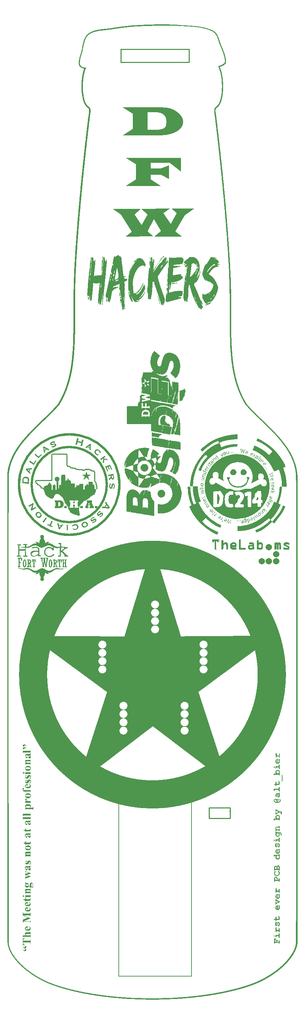
<source format=gto>
G04 MADE WITH FRITZING*
G04 WWW.FRITZING.ORG*
G04 DOUBLE SIDED*
G04 HOLES PLATED*
G04 CONTOUR ON CENTER OF CONTOUR VECTOR*
%ASAXBY*%
%FSLAX23Y23*%
%MOIN*%
%OFA0B0*%
%SFA1.0B1.0*%
%ADD10C,0.060556*%
%ADD11C,0.735556X0.691112*%
%ADD12C,0.975556X0.931112*%
%ADD13C,0.010000*%
%ADD14C,0.011111*%
%ADD15C,0.008000*%
%ADD16R,0.001000X0.001000*%
%LNSILK1*%
G90*
G70*
G54D10*
X2482Y4289D03*
X2550Y4222D03*
X2482Y4156D03*
X2550Y4156D03*
X2414Y4156D03*
G54D11*
X587Y4882D03*
G54D12*
X588Y4883D03*
G54D13*
X2113Y1819D02*
X1913Y1819D01*
D02*
X1913Y1819D02*
X1913Y1719D01*
D02*
X1913Y1719D02*
X2113Y1719D01*
D02*
X2113Y1719D02*
X2113Y1819D01*
G54D14*
G36*
X708Y4977D02*
X742Y4977D01*
X751Y5008D01*
X760Y4977D01*
X793Y4977D01*
X767Y4959D01*
X778Y4927D01*
X751Y4948D01*
X722Y4927D01*
X734Y4958D01*
X708Y4977D01*
G37*
D02*
X846Y4842D02*
X848Y4856D01*
X848Y4866D01*
X848Y4874D01*
X841Y4886D01*
X839Y4892D01*
X839Y4898D01*
X838Y4903D01*
X834Y4909D01*
X832Y4912D01*
X829Y4914D01*
X827Y4918D01*
X828Y5003D01*
X824Y5006D01*
X821Y5008D01*
X819Y5012D01*
X816Y5012D01*
X803Y5012D01*
X798Y5017D01*
X793Y5020D01*
X789Y5022D01*
X783Y5023D01*
X781Y5023D01*
X779Y5026D01*
X773Y5028D01*
X769Y5028D01*
X764Y5027D01*
X760Y5027D01*
X756Y5028D01*
X751Y5028D01*
X746Y5027D01*
X740Y5027D01*
X737Y5026D01*
X732Y5023D01*
X728Y5021D01*
X728Y5019D01*
X716Y5020D01*
X712Y5023D01*
X708Y5026D01*
X702Y5026D01*
X671Y5027D01*
X669Y5028D01*
X651Y5028D01*
X642Y5040D01*
X622Y5040D01*
X617Y5042D01*
X610Y5042D01*
X604Y5043D01*
X601Y5044D01*
X591Y5056D01*
X573Y5057D01*
X566Y5063D01*
X563Y5067D01*
X563Y5170D01*
X559Y5174D01*
X429Y5174D01*
X422Y5169D01*
X422Y5168D01*
X422Y4922D01*
X273Y4922D01*
X271Y4922D01*
X269Y4921D01*
X268Y4919D01*
X267Y4917D01*
X267Y4910D01*
X267Y4908D01*
X273Y4901D01*
X281Y4894D01*
X291Y4884D01*
X300Y4881D01*
X304Y4874D01*
X308Y4872D01*
X312Y4868D01*
X317Y4862D01*
X320Y4858D01*
X321Y4856D01*
X321Y4853D01*
X322Y4851D01*
D02*
G36*
X565Y4660D02*
X540Y4660D01*
X540Y4678D01*
X565Y4678D01*
X565Y4660D01*
G37*
D02*
G36*
X716Y4660D02*
X691Y4660D01*
X691Y4678D01*
X716Y4678D01*
X716Y4660D01*
G37*
D02*
G36*
X854Y4660D02*
X829Y4660D01*
X829Y4678D01*
X854Y4678D01*
X854Y4660D01*
G37*
D02*
G36*
X1123Y7979D02*
X1646Y7979D01*
X1646Y7851D01*
X1542Y7932D01*
X1359Y7932D01*
X1359Y7878D01*
X1457Y7878D01*
X1534Y7910D01*
X1534Y7780D01*
X1457Y7820D01*
X1359Y7820D01*
X1359Y7776D01*
X1457Y7714D01*
X1123Y7714D01*
X1220Y7776D01*
X1220Y7919D01*
X1123Y7979D01*
G37*
D02*
G36*
X1773Y7499D02*
X1685Y7437D01*
X1594Y7282D01*
X1656Y7234D01*
X1395Y7234D01*
X1457Y7287D01*
X1391Y7399D01*
X1330Y7283D01*
X1383Y7235D01*
X1122Y7232D01*
X1179Y7280D01*
X1076Y7444D01*
X1001Y7497D01*
X1267Y7497D01*
X1206Y7444D01*
X1273Y7342D01*
X1331Y7444D01*
X1271Y7497D01*
X1544Y7499D01*
X1480Y7455D01*
X1550Y7354D01*
X1608Y7455D01*
X1557Y7499D01*
X1773Y7499D01*
G37*
D02*
G54D15*
X1056Y222D02*
X1748Y222D01*
X1748Y1915D01*
X1056Y1915D01*
X1056Y222D01*
D02*
G54D16*
X1396Y9244D02*
X1538Y9244D01*
X1359Y9243D02*
X1574Y9243D01*
X1325Y9242D02*
X1596Y9242D01*
X1296Y9241D02*
X1612Y9241D01*
X1270Y9240D02*
X1626Y9240D01*
X1251Y9239D02*
X1638Y9239D01*
X1234Y9238D02*
X1648Y9238D01*
X1219Y9237D02*
X1658Y9237D01*
X1204Y9236D02*
X1675Y9236D01*
X1191Y9235D02*
X1693Y9235D01*
X1179Y9234D02*
X1708Y9234D01*
X1167Y9233D02*
X1468Y9233D01*
X1535Y9233D02*
X1723Y9233D01*
X1157Y9232D02*
X1426Y9232D01*
X1584Y9232D02*
X1739Y9232D01*
X1147Y9231D02*
X1370Y9231D01*
X1616Y9231D02*
X1757Y9231D01*
X1138Y9230D02*
X1334Y9230D01*
X1637Y9230D02*
X1769Y9230D01*
X1128Y9229D02*
X1302Y9229D01*
X1658Y9229D02*
X1779Y9229D01*
X1119Y9228D02*
X1273Y9228D01*
X1678Y9228D02*
X1788Y9228D01*
X1110Y9227D02*
X1252Y9227D01*
X1698Y9227D02*
X1796Y9227D01*
X1101Y9226D02*
X1233Y9226D01*
X1713Y9226D02*
X1803Y9226D01*
X1092Y9225D02*
X1218Y9225D01*
X1726Y9225D02*
X1809Y9225D01*
X1085Y9224D02*
X1203Y9224D01*
X1738Y9224D02*
X1816Y9224D01*
X1077Y9223D02*
X1190Y9223D01*
X1750Y9223D02*
X1823Y9223D01*
X1069Y9222D02*
X1178Y9222D01*
X1763Y9222D02*
X1829Y9222D01*
X1062Y9221D02*
X1166Y9221D01*
X1774Y9221D02*
X1835Y9221D01*
X1055Y9220D02*
X1156Y9220D01*
X1786Y9220D02*
X1840Y9220D01*
X1048Y9219D02*
X1146Y9219D01*
X1794Y9219D02*
X1846Y9219D01*
X1042Y9218D02*
X1136Y9218D01*
X1803Y9218D02*
X1851Y9218D01*
X1035Y9217D02*
X1127Y9217D01*
X1809Y9217D02*
X1856Y9217D01*
X1028Y9216D02*
X1118Y9216D01*
X1816Y9216D02*
X1860Y9216D01*
X1022Y9215D02*
X1110Y9215D01*
X1822Y9215D02*
X1865Y9215D01*
X1016Y9214D02*
X1102Y9214D01*
X1828Y9214D02*
X1869Y9214D01*
X1010Y9213D02*
X1094Y9213D01*
X1834Y9213D02*
X1873Y9213D01*
X1004Y9212D02*
X1086Y9212D01*
X1839Y9212D02*
X1877Y9212D01*
X998Y9211D02*
X1078Y9211D01*
X1844Y9211D02*
X1881Y9211D01*
X992Y9210D02*
X1071Y9210D01*
X1849Y9210D02*
X1885Y9210D01*
X986Y9209D02*
X1064Y9209D01*
X1854Y9209D02*
X1888Y9209D01*
X979Y9208D02*
X1056Y9208D01*
X1859Y9208D02*
X1892Y9208D01*
X973Y9207D02*
X1049Y9207D01*
X1863Y9207D02*
X1895Y9207D01*
X966Y9206D02*
X1042Y9206D01*
X1868Y9206D02*
X1898Y9206D01*
X958Y9205D02*
X1035Y9205D01*
X1872Y9205D02*
X1901Y9205D01*
X948Y9204D02*
X1029Y9204D01*
X1876Y9204D02*
X1905Y9204D01*
X936Y9203D02*
X1022Y9203D01*
X1880Y9203D02*
X1908Y9203D01*
X924Y9202D02*
X1015Y9202D01*
X1883Y9202D02*
X1911Y9202D01*
X916Y9201D02*
X1009Y9201D01*
X1887Y9201D02*
X1914Y9201D01*
X907Y9200D02*
X1003Y9200D01*
X1891Y9200D02*
X1917Y9200D01*
X899Y9199D02*
X996Y9199D01*
X1894Y9199D02*
X1919Y9199D01*
X891Y9198D02*
X990Y9198D01*
X1897Y9198D02*
X1922Y9198D01*
X882Y9197D02*
X984Y9197D01*
X1900Y9197D02*
X1925Y9197D01*
X876Y9196D02*
X977Y9196D01*
X1904Y9196D02*
X1928Y9196D01*
X870Y9195D02*
X971Y9195D01*
X1907Y9195D02*
X1930Y9195D01*
X864Y9194D02*
X963Y9194D01*
X1910Y9194D02*
X1933Y9194D01*
X859Y9193D02*
X955Y9193D01*
X1912Y9193D02*
X1935Y9193D01*
X854Y9192D02*
X946Y9192D01*
X1915Y9192D02*
X1938Y9192D01*
X849Y9191D02*
X937Y9191D01*
X1917Y9191D02*
X1940Y9191D01*
X844Y9190D02*
X928Y9190D01*
X1920Y9190D02*
X1943Y9190D01*
X840Y9189D02*
X918Y9189D01*
X1923Y9189D02*
X1945Y9189D01*
X836Y9188D02*
X908Y9188D01*
X1925Y9188D02*
X1947Y9188D01*
X832Y9187D02*
X899Y9187D01*
X1928Y9187D02*
X1949Y9187D01*
X828Y9186D02*
X890Y9186D01*
X1930Y9186D02*
X1951Y9186D01*
X825Y9185D02*
X881Y9185D01*
X1932Y9185D02*
X1952Y9185D01*
X821Y9184D02*
X874Y9184D01*
X1934Y9184D02*
X1954Y9184D01*
X818Y9183D02*
X868Y9183D01*
X1937Y9183D02*
X1956Y9183D01*
X816Y9182D02*
X863Y9182D01*
X1939Y9182D02*
X1957Y9182D01*
X813Y9181D02*
X858Y9181D01*
X1941Y9181D02*
X1959Y9181D01*
X810Y9180D02*
X852Y9180D01*
X1943Y9180D02*
X1960Y9180D01*
X808Y9179D02*
X847Y9179D01*
X1945Y9179D02*
X1962Y9179D01*
X806Y9178D02*
X843Y9178D01*
X1947Y9178D02*
X1963Y9178D01*
X803Y9177D02*
X838Y9177D01*
X1949Y9177D02*
X1965Y9177D01*
X801Y9176D02*
X834Y9176D01*
X1950Y9176D02*
X1966Y9176D01*
X799Y9175D02*
X831Y9175D01*
X1952Y9175D02*
X1967Y9175D01*
X797Y9174D02*
X827Y9174D01*
X1954Y9174D02*
X1968Y9174D01*
X795Y9173D02*
X824Y9173D01*
X1955Y9173D02*
X1970Y9173D01*
X793Y9172D02*
X821Y9172D01*
X1956Y9172D02*
X1971Y9172D01*
X791Y9171D02*
X817Y9171D01*
X1957Y9171D02*
X1972Y9171D01*
X789Y9170D02*
X814Y9170D01*
X1959Y9170D02*
X1973Y9170D01*
X787Y9169D02*
X812Y9169D01*
X1960Y9169D02*
X1974Y9169D01*
X785Y9168D02*
X809Y9168D01*
X1961Y9168D02*
X1975Y9168D01*
X783Y9167D02*
X806Y9167D01*
X1962Y9167D02*
X1976Y9167D01*
X781Y9166D02*
X804Y9166D01*
X1963Y9166D02*
X1977Y9166D01*
X779Y9165D02*
X802Y9165D01*
X1964Y9165D02*
X1978Y9165D01*
X778Y9164D02*
X799Y9164D01*
X1965Y9164D02*
X1978Y9164D01*
X776Y9163D02*
X797Y9163D01*
X1967Y9163D02*
X1979Y9163D01*
X775Y9162D02*
X795Y9162D01*
X1968Y9162D02*
X1980Y9162D01*
X773Y9161D02*
X793Y9161D01*
X1969Y9161D02*
X1981Y9161D01*
X772Y9160D02*
X791Y9160D01*
X1970Y9160D02*
X1982Y9160D01*
X771Y9159D02*
X790Y9159D01*
X1971Y9159D02*
X1982Y9159D01*
X769Y9158D02*
X788Y9158D01*
X1972Y9158D02*
X1983Y9158D01*
X768Y9157D02*
X786Y9157D01*
X1973Y9157D02*
X1984Y9157D01*
X767Y9156D02*
X785Y9156D01*
X1973Y9156D02*
X1985Y9156D01*
X766Y9155D02*
X783Y9155D01*
X1974Y9155D02*
X1985Y9155D01*
X765Y9154D02*
X781Y9154D01*
X1975Y9154D02*
X1986Y9154D01*
X763Y9153D02*
X780Y9153D01*
X1976Y9153D02*
X1987Y9153D01*
X762Y9152D02*
X778Y9152D01*
X1976Y9152D02*
X1987Y9152D01*
X761Y9151D02*
X777Y9151D01*
X1977Y9151D02*
X1988Y9151D01*
X760Y9150D02*
X776Y9150D01*
X1978Y9150D02*
X1989Y9150D01*
X759Y9149D02*
X774Y9149D01*
X1978Y9149D02*
X1989Y9149D01*
X758Y9148D02*
X773Y9148D01*
X1979Y9148D02*
X1990Y9148D01*
X757Y9147D02*
X772Y9147D01*
X1980Y9147D02*
X1990Y9147D01*
X756Y9146D02*
X771Y9146D01*
X1980Y9146D02*
X1991Y9146D01*
X755Y9145D02*
X769Y9145D01*
X1981Y9145D02*
X1992Y9145D01*
X754Y9144D02*
X768Y9144D01*
X1981Y9144D02*
X1992Y9144D01*
X753Y9143D02*
X767Y9143D01*
X1982Y9143D02*
X1993Y9143D01*
X753Y9142D02*
X766Y9142D01*
X1983Y9142D02*
X1993Y9142D01*
X752Y9141D02*
X765Y9141D01*
X1983Y9141D02*
X1994Y9141D01*
X751Y9140D02*
X764Y9140D01*
X1984Y9140D02*
X1994Y9140D01*
X750Y9139D02*
X763Y9139D01*
X1984Y9139D02*
X1995Y9139D01*
X749Y9138D02*
X762Y9138D01*
X1985Y9138D02*
X1995Y9138D01*
X749Y9137D02*
X761Y9137D01*
X1985Y9137D02*
X1996Y9137D01*
X748Y9136D02*
X760Y9136D01*
X1986Y9136D02*
X1996Y9136D01*
X747Y9135D02*
X759Y9135D01*
X1986Y9135D02*
X1997Y9135D01*
X747Y9134D02*
X758Y9134D01*
X1987Y9134D02*
X1997Y9134D01*
X746Y9133D02*
X757Y9133D01*
X1987Y9133D02*
X1997Y9133D01*
X745Y9132D02*
X757Y9132D01*
X1988Y9132D02*
X1998Y9132D01*
X744Y9131D02*
X756Y9131D01*
X1988Y9131D02*
X1998Y9131D01*
X744Y9130D02*
X755Y9130D01*
X1989Y9130D02*
X1999Y9130D01*
X743Y9129D02*
X754Y9129D01*
X1989Y9129D02*
X1999Y9129D01*
X743Y9128D02*
X753Y9128D01*
X1990Y9128D02*
X1999Y9128D01*
X742Y9127D02*
X753Y9127D01*
X1990Y9127D02*
X2000Y9127D01*
X741Y9126D02*
X752Y9126D01*
X1991Y9126D02*
X2000Y9126D01*
X741Y9125D02*
X752Y9125D01*
X1991Y9125D02*
X2001Y9125D01*
X740Y9124D02*
X751Y9124D01*
X1992Y9124D02*
X2001Y9124D01*
X740Y9123D02*
X750Y9123D01*
X1992Y9123D02*
X2001Y9123D01*
X739Y9122D02*
X750Y9122D01*
X1992Y9122D02*
X2002Y9122D01*
X739Y9121D02*
X749Y9121D01*
X1993Y9121D02*
X2002Y9121D01*
X738Y9120D02*
X749Y9120D01*
X1993Y9120D02*
X2003Y9120D01*
X738Y9119D02*
X748Y9119D01*
X1993Y9119D02*
X2003Y9119D01*
X737Y9118D02*
X747Y9118D01*
X1994Y9118D02*
X2003Y9118D01*
X737Y9117D02*
X747Y9117D01*
X1994Y9117D02*
X2004Y9117D01*
X736Y9116D02*
X746Y9116D01*
X1995Y9116D02*
X2004Y9116D01*
X736Y9115D02*
X746Y9115D01*
X1995Y9115D02*
X2005Y9115D01*
X735Y9114D02*
X745Y9114D01*
X1995Y9114D02*
X2005Y9114D01*
X735Y9113D02*
X745Y9113D01*
X1996Y9113D02*
X2005Y9113D01*
X734Y9112D02*
X744Y9112D01*
X1996Y9112D02*
X2006Y9112D01*
X734Y9111D02*
X744Y9111D01*
X1996Y9111D02*
X2006Y9111D01*
X733Y9110D02*
X743Y9110D01*
X1997Y9110D02*
X2006Y9110D01*
X733Y9109D02*
X743Y9109D01*
X1997Y9109D02*
X2007Y9109D01*
X732Y9108D02*
X743Y9108D01*
X1997Y9108D02*
X2007Y9108D01*
X732Y9107D02*
X742Y9107D01*
X1998Y9107D02*
X2007Y9107D01*
X731Y9106D02*
X742Y9106D01*
X1998Y9106D02*
X2008Y9106D01*
X731Y9105D02*
X741Y9105D01*
X1998Y9105D02*
X2008Y9105D01*
X731Y9104D02*
X741Y9104D01*
X1999Y9104D02*
X2008Y9104D01*
X730Y9103D02*
X740Y9103D01*
X1999Y9103D02*
X2009Y9103D01*
X730Y9102D02*
X740Y9102D01*
X1999Y9102D02*
X2009Y9102D01*
X729Y9101D02*
X740Y9101D01*
X2000Y9101D02*
X2009Y9101D01*
X729Y9100D02*
X739Y9100D01*
X2000Y9100D02*
X2010Y9100D01*
X729Y9099D02*
X739Y9099D01*
X2000Y9099D02*
X2010Y9099D01*
X728Y9098D02*
X738Y9098D01*
X2001Y9098D02*
X2010Y9098D01*
X728Y9097D02*
X738Y9097D01*
X2001Y9097D02*
X2011Y9097D01*
X728Y9096D02*
X737Y9096D01*
X2001Y9096D02*
X2011Y9096D01*
X727Y9095D02*
X737Y9095D01*
X2001Y9095D02*
X2011Y9095D01*
X727Y9094D02*
X737Y9094D01*
X2002Y9094D02*
X2012Y9094D01*
X727Y9093D02*
X736Y9093D01*
X2002Y9093D02*
X2012Y9093D01*
X726Y9092D02*
X736Y9092D01*
X2002Y9092D02*
X2012Y9092D01*
X726Y9091D02*
X736Y9091D01*
X2003Y9091D02*
X2013Y9091D01*
X726Y9090D02*
X735Y9090D01*
X2003Y9090D02*
X2013Y9090D01*
X725Y9089D02*
X735Y9089D01*
X2003Y9089D02*
X2013Y9089D01*
X725Y9088D02*
X735Y9088D01*
X2004Y9088D02*
X2014Y9088D01*
X725Y9087D02*
X734Y9087D01*
X2004Y9087D02*
X2014Y9087D01*
X724Y9086D02*
X734Y9086D01*
X2004Y9086D02*
X2014Y9086D01*
X724Y9085D02*
X734Y9085D01*
X2004Y9085D02*
X2014Y9085D01*
X724Y9084D02*
X733Y9084D01*
X2005Y9084D02*
X2015Y9084D01*
X723Y9083D02*
X733Y9083D01*
X2005Y9083D02*
X2015Y9083D01*
X723Y9082D02*
X733Y9082D01*
X2005Y9082D02*
X2015Y9082D01*
X723Y9081D02*
X733Y9081D01*
X2006Y9081D02*
X2016Y9081D01*
X723Y9080D02*
X732Y9080D01*
X2006Y9080D02*
X2016Y9080D01*
X722Y9079D02*
X732Y9079D01*
X2006Y9079D02*
X2016Y9079D01*
X722Y9078D02*
X732Y9078D01*
X2007Y9078D02*
X2017Y9078D01*
X722Y9077D02*
X731Y9077D01*
X2007Y9077D02*
X2017Y9077D01*
X722Y9076D02*
X731Y9076D01*
X2007Y9076D02*
X2017Y9076D01*
X721Y9075D02*
X731Y9075D01*
X2008Y9075D02*
X2018Y9075D01*
X721Y9074D02*
X731Y9074D01*
X2008Y9074D02*
X2018Y9074D01*
X721Y9073D02*
X730Y9073D01*
X2008Y9073D02*
X2018Y9073D01*
X720Y9072D02*
X730Y9072D01*
X2009Y9072D02*
X2019Y9072D01*
X720Y9071D02*
X730Y9071D01*
X2009Y9071D02*
X2019Y9071D01*
X720Y9070D02*
X729Y9070D01*
X2009Y9070D02*
X2019Y9070D01*
X720Y9069D02*
X729Y9069D01*
X2010Y9069D02*
X2020Y9069D01*
X719Y9068D02*
X729Y9068D01*
X2010Y9068D02*
X2020Y9068D01*
X719Y9067D02*
X729Y9067D01*
X2010Y9067D02*
X2020Y9067D01*
X719Y9066D02*
X728Y9066D01*
X2011Y9066D02*
X2021Y9066D01*
X719Y9065D02*
X728Y9065D01*
X2011Y9065D02*
X2021Y9065D01*
X719Y9064D02*
X728Y9064D01*
X2011Y9064D02*
X2022Y9064D01*
X718Y9063D02*
X728Y9063D01*
X2012Y9063D02*
X2022Y9063D01*
X718Y9062D02*
X727Y9062D01*
X2012Y9062D02*
X2022Y9062D01*
X718Y9061D02*
X727Y9061D01*
X2013Y9061D02*
X2023Y9061D01*
X718Y9060D02*
X727Y9060D01*
X2013Y9060D02*
X2023Y9060D01*
X717Y9059D02*
X727Y9059D01*
X2013Y9059D02*
X2024Y9059D01*
X717Y9058D02*
X726Y9058D01*
X2014Y9058D02*
X2024Y9058D01*
X717Y9057D02*
X726Y9057D01*
X2014Y9057D02*
X2024Y9057D01*
X717Y9056D02*
X726Y9056D01*
X2015Y9056D02*
X2025Y9056D01*
X716Y9055D02*
X726Y9055D01*
X2015Y9055D02*
X2025Y9055D01*
X716Y9054D02*
X725Y9054D01*
X2016Y9054D02*
X2026Y9054D01*
X716Y9053D02*
X725Y9053D01*
X2016Y9053D02*
X2026Y9053D01*
X716Y9052D02*
X725Y9052D01*
X2016Y9052D02*
X2026Y9052D01*
X715Y9051D02*
X725Y9051D01*
X2017Y9051D02*
X2027Y9051D01*
X715Y9050D02*
X724Y9050D01*
X2017Y9050D02*
X2027Y9050D01*
X715Y9049D02*
X724Y9049D01*
X2018Y9049D02*
X2028Y9049D01*
X715Y9048D02*
X724Y9048D01*
X2018Y9048D02*
X2028Y9048D01*
X715Y9047D02*
X724Y9047D01*
X2019Y9047D02*
X2028Y9047D01*
X714Y9046D02*
X723Y9046D01*
X2019Y9046D02*
X2029Y9046D01*
X714Y9045D02*
X723Y9045D01*
X2019Y9045D02*
X2029Y9045D01*
X714Y9044D02*
X723Y9044D01*
X2020Y9044D02*
X2029Y9044D01*
X714Y9043D02*
X723Y9043D01*
X2020Y9043D02*
X2030Y9043D01*
X713Y9042D02*
X723Y9042D01*
X2021Y9042D02*
X2030Y9042D01*
X713Y9041D02*
X722Y9041D01*
X2021Y9041D02*
X2031Y9041D01*
X713Y9040D02*
X722Y9040D01*
X2022Y9040D02*
X2031Y9040D01*
X713Y9039D02*
X722Y9039D01*
X2022Y9039D02*
X2031Y9039D01*
X713Y9038D02*
X722Y9038D01*
X2022Y9038D02*
X2032Y9038D01*
X713Y9037D02*
X721Y9037D01*
X2023Y9037D02*
X2032Y9037D01*
X712Y9036D02*
X721Y9036D01*
X2023Y9036D02*
X2033Y9036D01*
X712Y9035D02*
X721Y9035D01*
X2024Y9035D02*
X2033Y9035D01*
X712Y9034D02*
X721Y9034D01*
X2024Y9034D02*
X2033Y9034D01*
X712Y9033D02*
X721Y9033D01*
X2025Y9033D02*
X2034Y9033D01*
X712Y9032D02*
X720Y9032D01*
X2025Y9032D02*
X2034Y9032D01*
X712Y9031D02*
X720Y9031D01*
X2025Y9031D02*
X2035Y9031D01*
X712Y9030D02*
X720Y9030D01*
X2026Y9030D02*
X2035Y9030D01*
X712Y9029D02*
X720Y9029D01*
X2026Y9029D02*
X2035Y9029D01*
X712Y9028D02*
X720Y9028D01*
X2027Y9028D02*
X2036Y9028D01*
X712Y9027D02*
X720Y9027D01*
X2027Y9027D02*
X2036Y9027D01*
X711Y9026D02*
X719Y9026D01*
X2027Y9026D02*
X2037Y9026D01*
X711Y9025D02*
X719Y9025D01*
X2028Y9025D02*
X2037Y9025D01*
X711Y9024D02*
X719Y9024D01*
X2028Y9024D02*
X2037Y9024D01*
X711Y9023D02*
X719Y9023D01*
X2029Y9023D02*
X2038Y9023D01*
X711Y9022D02*
X719Y9022D01*
X2029Y9022D02*
X2038Y9022D01*
X711Y9021D02*
X719Y9021D01*
X2030Y9021D02*
X2039Y9021D01*
X711Y9020D02*
X719Y9020D01*
X2030Y9020D02*
X2039Y9020D01*
X710Y9019D02*
X719Y9019D01*
X2030Y9019D02*
X2040Y9019D01*
X710Y9018D02*
X718Y9018D01*
X2031Y9018D02*
X2040Y9018D01*
X710Y9017D02*
X718Y9017D01*
X2031Y9017D02*
X2040Y9017D01*
X710Y9016D02*
X718Y9016D01*
X2032Y9016D02*
X2041Y9016D01*
X710Y9015D02*
X718Y9015D01*
X2032Y9015D02*
X2041Y9015D01*
X710Y9014D02*
X718Y9014D01*
X2032Y9014D02*
X2042Y9014D01*
X709Y9013D02*
X717Y9013D01*
X2033Y9013D02*
X2042Y9013D01*
X709Y9012D02*
X717Y9012D01*
X1073Y9012D02*
X1731Y9012D01*
X2033Y9012D02*
X2043Y9012D01*
X709Y9011D02*
X717Y9011D01*
X1073Y9011D02*
X1731Y9011D01*
X2034Y9011D02*
X2043Y9011D01*
X709Y9010D02*
X717Y9010D01*
X1073Y9010D02*
X1731Y9010D01*
X2034Y9010D02*
X2044Y9010D01*
X708Y9009D02*
X717Y9009D01*
X1073Y9009D02*
X1731Y9009D01*
X2035Y9009D02*
X2044Y9009D01*
X708Y9008D02*
X716Y9008D01*
X1073Y9008D02*
X1731Y9008D01*
X2035Y9008D02*
X2044Y9008D01*
X708Y9007D02*
X716Y9007D01*
X1073Y9007D02*
X1731Y9007D01*
X2035Y9007D02*
X2045Y9007D01*
X708Y9006D02*
X716Y9006D01*
X1073Y9006D02*
X1731Y9006D01*
X2036Y9006D02*
X2045Y9006D01*
X707Y9005D02*
X716Y9005D01*
X1073Y9005D02*
X1731Y9005D01*
X2036Y9005D02*
X2046Y9005D01*
X707Y9004D02*
X715Y9004D01*
X1073Y9004D02*
X1731Y9004D01*
X2037Y9004D02*
X2046Y9004D01*
X707Y9003D02*
X715Y9003D01*
X1073Y9003D02*
X1731Y9003D01*
X2037Y9003D02*
X2046Y9003D01*
X707Y9002D02*
X715Y9002D01*
X1073Y9002D02*
X1731Y9002D01*
X2037Y9002D02*
X2047Y9002D01*
X706Y9001D02*
X715Y9001D01*
X1073Y9001D02*
X1083Y9001D01*
X1721Y9001D02*
X1731Y9001D01*
X2038Y9001D02*
X2047Y9001D01*
X706Y9000D02*
X715Y9000D01*
X1073Y9000D02*
X1083Y9000D01*
X1721Y9000D02*
X1731Y9000D01*
X2038Y9000D02*
X2048Y9000D01*
X706Y8999D02*
X714Y8999D01*
X1073Y8999D02*
X1083Y8999D01*
X1721Y8999D02*
X1731Y8999D01*
X2039Y8999D02*
X2048Y8999D01*
X706Y8998D02*
X714Y8998D01*
X1073Y8998D02*
X1083Y8998D01*
X1721Y8998D02*
X1731Y8998D01*
X2039Y8998D02*
X2049Y8998D01*
X705Y8997D02*
X714Y8997D01*
X1073Y8997D02*
X1083Y8997D01*
X1721Y8997D02*
X1731Y8997D01*
X2039Y8997D02*
X2049Y8997D01*
X705Y8996D02*
X714Y8996D01*
X1073Y8996D02*
X1083Y8996D01*
X1721Y8996D02*
X1731Y8996D01*
X2040Y8996D02*
X2049Y8996D01*
X705Y8995D02*
X713Y8995D01*
X1073Y8995D02*
X1083Y8995D01*
X1721Y8995D02*
X1731Y8995D01*
X2040Y8995D02*
X2050Y8995D01*
X704Y8994D02*
X713Y8994D01*
X1073Y8994D02*
X1083Y8994D01*
X1721Y8994D02*
X1731Y8994D01*
X2041Y8994D02*
X2050Y8994D01*
X704Y8993D02*
X713Y8993D01*
X1073Y8993D02*
X1083Y8993D01*
X1721Y8993D02*
X1731Y8993D01*
X2041Y8993D02*
X2051Y8993D01*
X704Y8992D02*
X713Y8992D01*
X1073Y8992D02*
X1083Y8992D01*
X1721Y8992D02*
X1731Y8992D01*
X2041Y8992D02*
X2051Y8992D01*
X704Y8991D02*
X712Y8991D01*
X1073Y8991D02*
X1083Y8991D01*
X1721Y8991D02*
X1731Y8991D01*
X2042Y8991D02*
X2051Y8991D01*
X703Y8990D02*
X712Y8990D01*
X1073Y8990D02*
X1083Y8990D01*
X1721Y8990D02*
X1731Y8990D01*
X2042Y8990D02*
X2052Y8990D01*
X703Y8989D02*
X712Y8989D01*
X1073Y8989D02*
X1083Y8989D01*
X1721Y8989D02*
X1731Y8989D01*
X2043Y8989D02*
X2052Y8989D01*
X703Y8988D02*
X712Y8988D01*
X1073Y8988D02*
X1083Y8988D01*
X1721Y8988D02*
X1731Y8988D01*
X2043Y8988D02*
X2052Y8988D01*
X702Y8987D02*
X711Y8987D01*
X1073Y8987D02*
X1083Y8987D01*
X1721Y8987D02*
X1731Y8987D01*
X2043Y8987D02*
X2053Y8987D01*
X702Y8986D02*
X711Y8986D01*
X1073Y8986D02*
X1083Y8986D01*
X1721Y8986D02*
X1731Y8986D01*
X2044Y8986D02*
X2053Y8986D01*
X702Y8985D02*
X711Y8985D01*
X1073Y8985D02*
X1083Y8985D01*
X1721Y8985D02*
X1731Y8985D01*
X2044Y8985D02*
X2054Y8985D01*
X701Y8984D02*
X711Y8984D01*
X1073Y8984D02*
X1083Y8984D01*
X1721Y8984D02*
X1731Y8984D01*
X2044Y8984D02*
X2054Y8984D01*
X701Y8983D02*
X710Y8983D01*
X1073Y8983D02*
X1083Y8983D01*
X1721Y8983D02*
X1731Y8983D01*
X2045Y8983D02*
X2054Y8983D01*
X701Y8982D02*
X710Y8982D01*
X1073Y8982D02*
X1083Y8982D01*
X1721Y8982D02*
X1731Y8982D01*
X2045Y8982D02*
X2055Y8982D01*
X701Y8981D02*
X710Y8981D01*
X1073Y8981D02*
X1083Y8981D01*
X1721Y8981D02*
X1731Y8981D01*
X2045Y8981D02*
X2055Y8981D01*
X700Y8980D02*
X710Y8980D01*
X1073Y8980D02*
X1083Y8980D01*
X1721Y8980D02*
X1731Y8980D01*
X2046Y8980D02*
X2055Y8980D01*
X700Y8979D02*
X709Y8979D01*
X1073Y8979D02*
X1083Y8979D01*
X1721Y8979D02*
X1731Y8979D01*
X2046Y8979D02*
X2056Y8979D01*
X700Y8978D02*
X709Y8978D01*
X1073Y8978D02*
X1083Y8978D01*
X1721Y8978D02*
X1731Y8978D01*
X2047Y8978D02*
X2056Y8978D01*
X699Y8977D02*
X709Y8977D01*
X1073Y8977D02*
X1083Y8977D01*
X1721Y8977D02*
X1731Y8977D01*
X2047Y8977D02*
X2057Y8977D01*
X699Y8976D02*
X708Y8976D01*
X1073Y8976D02*
X1083Y8976D01*
X1721Y8976D02*
X1731Y8976D01*
X2047Y8976D02*
X2057Y8976D01*
X699Y8975D02*
X708Y8975D01*
X1073Y8975D02*
X1083Y8975D01*
X1721Y8975D02*
X1731Y8975D01*
X2048Y8975D02*
X2057Y8975D01*
X698Y8974D02*
X708Y8974D01*
X1073Y8974D02*
X1083Y8974D01*
X1721Y8974D02*
X1731Y8974D01*
X2048Y8974D02*
X2058Y8974D01*
X698Y8973D02*
X708Y8973D01*
X1073Y8973D02*
X1083Y8973D01*
X1721Y8973D02*
X1731Y8973D01*
X2048Y8973D02*
X2058Y8973D01*
X698Y8972D02*
X707Y8972D01*
X1073Y8972D02*
X1083Y8972D01*
X1721Y8972D02*
X1731Y8972D01*
X2049Y8972D02*
X2059Y8972D01*
X698Y8971D02*
X707Y8971D01*
X1073Y8971D02*
X1083Y8971D01*
X1721Y8971D02*
X1731Y8971D01*
X2049Y8971D02*
X2059Y8971D01*
X697Y8970D02*
X707Y8970D01*
X1073Y8970D02*
X1083Y8970D01*
X1721Y8970D02*
X1731Y8970D01*
X2049Y8970D02*
X2059Y8970D01*
X697Y8969D02*
X707Y8969D01*
X1073Y8969D02*
X1083Y8969D01*
X1721Y8969D02*
X1731Y8969D01*
X2050Y8969D02*
X2060Y8969D01*
X697Y8968D02*
X706Y8968D01*
X1073Y8968D02*
X1083Y8968D01*
X1721Y8968D02*
X1731Y8968D01*
X2050Y8968D02*
X2060Y8968D01*
X696Y8967D02*
X706Y8967D01*
X1073Y8967D02*
X1083Y8967D01*
X1721Y8967D02*
X1731Y8967D01*
X2051Y8967D02*
X2060Y8967D01*
X696Y8966D02*
X706Y8966D01*
X1073Y8966D02*
X1083Y8966D01*
X1721Y8966D02*
X1731Y8966D01*
X2051Y8966D02*
X2061Y8966D01*
X696Y8965D02*
X705Y8965D01*
X1073Y8965D02*
X1083Y8965D01*
X1721Y8965D02*
X1731Y8965D01*
X2051Y8965D02*
X2061Y8965D01*
X695Y8964D02*
X705Y8964D01*
X1073Y8964D02*
X1083Y8964D01*
X1721Y8964D02*
X1731Y8964D01*
X2051Y8964D02*
X2061Y8964D01*
X695Y8963D02*
X705Y8963D01*
X1073Y8963D02*
X1083Y8963D01*
X1721Y8963D02*
X1731Y8963D01*
X2052Y8963D02*
X2062Y8963D01*
X695Y8962D02*
X705Y8962D01*
X1073Y8962D02*
X1083Y8962D01*
X1721Y8962D02*
X1731Y8962D01*
X2052Y8962D02*
X2062Y8962D01*
X695Y8961D02*
X704Y8961D01*
X1073Y8961D02*
X1083Y8961D01*
X1721Y8961D02*
X1731Y8961D01*
X2052Y8961D02*
X2062Y8961D01*
X694Y8960D02*
X704Y8960D01*
X1073Y8960D02*
X1083Y8960D01*
X1721Y8960D02*
X1731Y8960D01*
X2053Y8960D02*
X2062Y8960D01*
X694Y8959D02*
X704Y8959D01*
X1073Y8959D02*
X1083Y8959D01*
X1721Y8959D02*
X1731Y8959D01*
X2053Y8959D02*
X2063Y8959D01*
X694Y8958D02*
X703Y8958D01*
X1073Y8958D02*
X1083Y8958D01*
X1721Y8958D02*
X1731Y8958D01*
X2053Y8958D02*
X2063Y8958D01*
X694Y8957D02*
X703Y8957D01*
X1073Y8957D02*
X1083Y8957D01*
X1721Y8957D02*
X1731Y8957D01*
X2054Y8957D02*
X2063Y8957D01*
X693Y8956D02*
X703Y8956D01*
X1073Y8956D02*
X1083Y8956D01*
X1721Y8956D02*
X1731Y8956D01*
X2054Y8956D02*
X2064Y8956D01*
X693Y8955D02*
X702Y8955D01*
X1073Y8955D02*
X1083Y8955D01*
X1721Y8955D02*
X1731Y8955D01*
X2054Y8955D02*
X2064Y8955D01*
X693Y8954D02*
X702Y8954D01*
X1073Y8954D02*
X1083Y8954D01*
X1721Y8954D02*
X1731Y8954D01*
X2054Y8954D02*
X2064Y8954D01*
X692Y8953D02*
X702Y8953D01*
X1073Y8953D02*
X1083Y8953D01*
X1721Y8953D02*
X1731Y8953D01*
X2055Y8953D02*
X2064Y8953D01*
X692Y8952D02*
X701Y8952D01*
X1073Y8952D02*
X1083Y8952D01*
X1721Y8952D02*
X1731Y8952D01*
X2055Y8952D02*
X2065Y8952D01*
X692Y8951D02*
X701Y8951D01*
X1073Y8951D02*
X1083Y8951D01*
X1721Y8951D02*
X1731Y8951D01*
X2055Y8951D02*
X2065Y8951D01*
X692Y8950D02*
X701Y8950D01*
X1073Y8950D02*
X1083Y8950D01*
X1721Y8950D02*
X1731Y8950D01*
X2056Y8950D02*
X2065Y8950D01*
X691Y8949D02*
X700Y8949D01*
X1073Y8949D02*
X1083Y8949D01*
X1721Y8949D02*
X1731Y8949D01*
X2056Y8949D02*
X2066Y8949D01*
X691Y8948D02*
X700Y8948D01*
X1073Y8948D02*
X1083Y8948D01*
X1721Y8948D02*
X1731Y8948D01*
X2056Y8948D02*
X2066Y8948D01*
X691Y8947D02*
X700Y8947D01*
X1073Y8947D02*
X1083Y8947D01*
X1721Y8947D02*
X1731Y8947D01*
X2057Y8947D02*
X2066Y8947D01*
X690Y8946D02*
X700Y8946D01*
X1073Y8946D02*
X1083Y8946D01*
X1721Y8946D02*
X1731Y8946D01*
X2057Y8946D02*
X2066Y8946D01*
X690Y8945D02*
X699Y8945D01*
X1073Y8945D02*
X1083Y8945D01*
X1721Y8945D02*
X1731Y8945D01*
X2057Y8945D02*
X2067Y8945D01*
X690Y8944D02*
X699Y8944D01*
X1073Y8944D02*
X1083Y8944D01*
X1721Y8944D02*
X1731Y8944D01*
X2057Y8944D02*
X2067Y8944D01*
X690Y8943D02*
X699Y8943D01*
X1073Y8943D02*
X1083Y8943D01*
X1721Y8943D02*
X1731Y8943D01*
X2058Y8943D02*
X2067Y8943D01*
X689Y8942D02*
X698Y8942D01*
X1073Y8942D02*
X1083Y8942D01*
X1721Y8942D02*
X1731Y8942D01*
X2058Y8942D02*
X2067Y8942D01*
X689Y8941D02*
X698Y8941D01*
X1073Y8941D02*
X1083Y8941D01*
X1721Y8941D02*
X1731Y8941D01*
X2058Y8941D02*
X2068Y8941D01*
X689Y8940D02*
X698Y8940D01*
X1073Y8940D02*
X1083Y8940D01*
X1721Y8940D02*
X1731Y8940D01*
X2058Y8940D02*
X2068Y8940D01*
X688Y8939D02*
X698Y8939D01*
X1073Y8939D02*
X1083Y8939D01*
X1721Y8939D02*
X1731Y8939D01*
X2059Y8939D02*
X2068Y8939D01*
X688Y8938D02*
X697Y8938D01*
X1073Y8938D02*
X1083Y8938D01*
X1721Y8938D02*
X1731Y8938D01*
X2059Y8938D02*
X2068Y8938D01*
X688Y8937D02*
X697Y8937D01*
X1073Y8937D02*
X1083Y8937D01*
X1721Y8937D02*
X1731Y8937D01*
X2059Y8937D02*
X2068Y8937D01*
X688Y8936D02*
X697Y8936D01*
X1073Y8936D02*
X1083Y8936D01*
X1721Y8936D02*
X1731Y8936D01*
X2059Y8936D02*
X2069Y8936D01*
X687Y8935D02*
X696Y8935D01*
X1073Y8935D02*
X1083Y8935D01*
X1721Y8935D02*
X1731Y8935D01*
X2060Y8935D02*
X2069Y8935D01*
X687Y8934D02*
X696Y8934D01*
X1073Y8934D02*
X1083Y8934D01*
X1721Y8934D02*
X1731Y8934D01*
X2060Y8934D02*
X2069Y8934D01*
X687Y8933D02*
X696Y8933D01*
X1073Y8933D02*
X1083Y8933D01*
X1721Y8933D02*
X1731Y8933D01*
X2060Y8933D02*
X2069Y8933D01*
X687Y8932D02*
X696Y8932D01*
X1073Y8932D02*
X1083Y8932D01*
X1721Y8932D02*
X1731Y8932D01*
X2060Y8932D02*
X2069Y8932D01*
X686Y8931D02*
X695Y8931D01*
X1073Y8931D02*
X1083Y8931D01*
X1721Y8931D02*
X1731Y8931D01*
X2060Y8931D02*
X2070Y8931D01*
X686Y8930D02*
X695Y8930D01*
X1073Y8930D02*
X1083Y8930D01*
X1721Y8930D02*
X1731Y8930D01*
X2061Y8930D02*
X2070Y8930D01*
X686Y8929D02*
X695Y8929D01*
X1073Y8929D02*
X1083Y8929D01*
X1721Y8929D02*
X1731Y8929D01*
X2061Y8929D02*
X2070Y8929D01*
X685Y8928D02*
X695Y8928D01*
X1073Y8928D02*
X1083Y8928D01*
X1721Y8928D02*
X1731Y8928D01*
X2061Y8928D02*
X2070Y8928D01*
X685Y8927D02*
X694Y8927D01*
X1073Y8927D02*
X1083Y8927D01*
X1721Y8927D02*
X1731Y8927D01*
X2061Y8927D02*
X2070Y8927D01*
X685Y8926D02*
X694Y8926D01*
X1073Y8926D02*
X1083Y8926D01*
X1721Y8926D02*
X1731Y8926D01*
X2061Y8926D02*
X2071Y8926D01*
X685Y8925D02*
X694Y8925D01*
X1073Y8925D02*
X1083Y8925D01*
X1721Y8925D02*
X1731Y8925D01*
X2061Y8925D02*
X2071Y8925D01*
X684Y8924D02*
X694Y8924D01*
X1073Y8924D02*
X1083Y8924D01*
X1721Y8924D02*
X1731Y8924D01*
X2062Y8924D02*
X2071Y8924D01*
X684Y8923D02*
X693Y8923D01*
X1073Y8923D02*
X1083Y8923D01*
X1721Y8923D02*
X1731Y8923D01*
X2062Y8923D02*
X2071Y8923D01*
X684Y8922D02*
X693Y8922D01*
X1073Y8922D02*
X1083Y8922D01*
X1721Y8922D02*
X1731Y8922D01*
X2062Y8922D02*
X2071Y8922D01*
X684Y8921D02*
X693Y8921D01*
X1073Y8921D02*
X1083Y8921D01*
X1721Y8921D02*
X1731Y8921D01*
X2062Y8921D02*
X2071Y8921D01*
X683Y8920D02*
X693Y8920D01*
X1073Y8920D02*
X1083Y8920D01*
X1721Y8920D02*
X1731Y8920D01*
X2062Y8920D02*
X2072Y8920D01*
X683Y8919D02*
X692Y8919D01*
X1073Y8919D02*
X1083Y8919D01*
X1721Y8919D02*
X1731Y8919D01*
X2062Y8919D02*
X2072Y8919D01*
X683Y8918D02*
X692Y8918D01*
X1073Y8918D02*
X1083Y8918D01*
X1721Y8918D02*
X1731Y8918D01*
X2062Y8918D02*
X2072Y8918D01*
X682Y8917D02*
X692Y8917D01*
X1073Y8917D02*
X1083Y8917D01*
X1721Y8917D02*
X1731Y8917D01*
X2063Y8917D02*
X2072Y8917D01*
X682Y8916D02*
X692Y8916D01*
X1073Y8916D02*
X1083Y8916D01*
X1721Y8916D02*
X1731Y8916D01*
X2063Y8916D02*
X2072Y8916D01*
X682Y8915D02*
X692Y8915D01*
X1073Y8915D02*
X1083Y8915D01*
X1721Y8915D02*
X1731Y8915D01*
X2063Y8915D02*
X2072Y8915D01*
X682Y8914D02*
X691Y8914D01*
X1073Y8914D02*
X1083Y8914D01*
X1721Y8914D02*
X1731Y8914D01*
X2063Y8914D02*
X2073Y8914D01*
X682Y8913D02*
X691Y8913D01*
X1073Y8913D02*
X1083Y8913D01*
X1721Y8913D02*
X1731Y8913D01*
X2063Y8913D02*
X2073Y8913D01*
X681Y8912D02*
X691Y8912D01*
X1073Y8912D02*
X1083Y8912D01*
X1721Y8912D02*
X1731Y8912D01*
X2063Y8912D02*
X2073Y8912D01*
X681Y8911D02*
X691Y8911D01*
X1073Y8911D02*
X1083Y8911D01*
X1721Y8911D02*
X1731Y8911D01*
X2063Y8911D02*
X2073Y8911D01*
X681Y8910D02*
X691Y8910D01*
X1073Y8910D02*
X1083Y8910D01*
X1721Y8910D02*
X1731Y8910D01*
X2063Y8910D02*
X2073Y8910D01*
X681Y8909D02*
X691Y8909D01*
X1073Y8909D02*
X1083Y8909D01*
X1721Y8909D02*
X1731Y8909D01*
X2063Y8909D02*
X2073Y8909D01*
X681Y8908D02*
X690Y8908D01*
X1073Y8908D02*
X1083Y8908D01*
X1721Y8908D02*
X1731Y8908D01*
X2063Y8908D02*
X2073Y8908D01*
X680Y8907D02*
X690Y8907D01*
X1073Y8907D02*
X1083Y8907D01*
X1721Y8907D02*
X1731Y8907D01*
X2063Y8907D02*
X2073Y8907D01*
X680Y8906D02*
X690Y8906D01*
X1073Y8906D02*
X1083Y8906D01*
X1721Y8906D02*
X1731Y8906D01*
X2063Y8906D02*
X2073Y8906D01*
X680Y8905D02*
X690Y8905D01*
X1073Y8905D02*
X1083Y8905D01*
X1721Y8905D02*
X1731Y8905D01*
X2063Y8905D02*
X2073Y8905D01*
X680Y8904D02*
X690Y8904D01*
X1073Y8904D02*
X1083Y8904D01*
X1721Y8904D02*
X1731Y8904D01*
X2063Y8904D02*
X2073Y8904D01*
X680Y8903D02*
X690Y8903D01*
X1073Y8903D02*
X1083Y8903D01*
X1721Y8903D02*
X1731Y8903D01*
X2063Y8903D02*
X2073Y8903D01*
X680Y8902D02*
X690Y8902D01*
X1073Y8902D02*
X1083Y8902D01*
X1721Y8902D02*
X1731Y8902D01*
X2063Y8902D02*
X2073Y8902D01*
X679Y8901D02*
X689Y8901D01*
X1073Y8901D02*
X1083Y8901D01*
X1721Y8901D02*
X1731Y8901D01*
X2063Y8901D02*
X2073Y8901D01*
X679Y8900D02*
X689Y8900D01*
X1073Y8900D02*
X1083Y8900D01*
X1721Y8900D02*
X1731Y8900D01*
X2063Y8900D02*
X2073Y8900D01*
X679Y8899D02*
X689Y8899D01*
X1073Y8899D02*
X1083Y8899D01*
X1721Y8899D02*
X1731Y8899D01*
X2063Y8899D02*
X2073Y8899D01*
X679Y8898D02*
X689Y8898D01*
X1073Y8898D02*
X1083Y8898D01*
X1721Y8898D02*
X1731Y8898D01*
X2063Y8898D02*
X2073Y8898D01*
X679Y8897D02*
X689Y8897D01*
X1073Y8897D02*
X1083Y8897D01*
X1721Y8897D02*
X1731Y8897D01*
X2063Y8897D02*
X2073Y8897D01*
X679Y8896D02*
X689Y8896D01*
X1073Y8896D02*
X1083Y8896D01*
X1721Y8896D02*
X1731Y8896D01*
X2063Y8896D02*
X2073Y8896D01*
X679Y8895D02*
X689Y8895D01*
X1073Y8895D02*
X1083Y8895D01*
X1721Y8895D02*
X1731Y8895D01*
X2063Y8895D02*
X2073Y8895D01*
X679Y8894D02*
X689Y8894D01*
X1073Y8894D02*
X1083Y8894D01*
X1721Y8894D02*
X1731Y8894D01*
X2063Y8894D02*
X2073Y8894D01*
X679Y8893D02*
X689Y8893D01*
X1073Y8893D02*
X1083Y8893D01*
X1721Y8893D02*
X1731Y8893D01*
X2063Y8893D02*
X2073Y8893D01*
X678Y8892D02*
X689Y8892D01*
X1073Y8892D02*
X1083Y8892D01*
X1721Y8892D02*
X1731Y8892D01*
X2063Y8892D02*
X2073Y8892D01*
X678Y8891D02*
X688Y8891D01*
X1073Y8891D02*
X1083Y8891D01*
X1721Y8891D02*
X1731Y8891D01*
X2063Y8891D02*
X2073Y8891D01*
X678Y8890D02*
X688Y8890D01*
X1073Y8890D02*
X1731Y8890D01*
X2063Y8890D02*
X2073Y8890D01*
X678Y8889D02*
X688Y8889D01*
X1073Y8889D02*
X1731Y8889D01*
X2063Y8889D02*
X2073Y8889D01*
X678Y8888D02*
X688Y8888D01*
X1073Y8888D02*
X1731Y8888D01*
X2063Y8888D02*
X2073Y8888D01*
X678Y8887D02*
X688Y8887D01*
X1073Y8887D02*
X1731Y8887D01*
X2063Y8887D02*
X2073Y8887D01*
X678Y8886D02*
X688Y8886D01*
X1073Y8886D02*
X1731Y8886D01*
X2062Y8886D02*
X2073Y8886D01*
X678Y8885D02*
X688Y8885D01*
X1073Y8885D02*
X1731Y8885D01*
X2062Y8885D02*
X2073Y8885D01*
X678Y8884D02*
X688Y8884D01*
X1073Y8884D02*
X1731Y8884D01*
X2062Y8884D02*
X2073Y8884D01*
X678Y8883D02*
X688Y8883D01*
X1073Y8883D02*
X1731Y8883D01*
X2062Y8883D02*
X2073Y8883D01*
X678Y8882D02*
X688Y8882D01*
X1073Y8882D02*
X1731Y8882D01*
X2062Y8882D02*
X2072Y8882D01*
X678Y8881D02*
X688Y8881D01*
X1073Y8881D02*
X1731Y8881D01*
X2062Y8881D02*
X2072Y8881D01*
X678Y8880D02*
X688Y8880D01*
X1073Y8880D02*
X1731Y8880D01*
X2062Y8880D02*
X2072Y8880D01*
X678Y8879D02*
X688Y8879D01*
X1074Y8879D02*
X1730Y8879D01*
X2061Y8879D02*
X2072Y8879D01*
X678Y8878D02*
X688Y8878D01*
X2060Y8878D02*
X2072Y8878D01*
X678Y8877D02*
X688Y8877D01*
X2059Y8877D02*
X2072Y8877D01*
X678Y8876D02*
X688Y8876D01*
X2057Y8876D02*
X2072Y8876D01*
X678Y8875D02*
X688Y8875D01*
X2056Y8875D02*
X2072Y8875D01*
X678Y8874D02*
X688Y8874D01*
X2055Y8874D02*
X2072Y8874D01*
X678Y8873D02*
X688Y8873D01*
X2054Y8873D02*
X2071Y8873D01*
X678Y8872D02*
X688Y8872D01*
X2052Y8872D02*
X2070Y8872D01*
X678Y8871D02*
X688Y8871D01*
X2051Y8871D02*
X2068Y8871D01*
X678Y8870D02*
X688Y8870D01*
X2049Y8870D02*
X2067Y8870D01*
X678Y8869D02*
X688Y8869D01*
X2048Y8869D02*
X2066Y8869D01*
X678Y8868D02*
X689Y8868D01*
X2046Y8868D02*
X2066Y8868D01*
X678Y8867D02*
X689Y8867D01*
X2045Y8867D02*
X2064Y8867D01*
X678Y8866D02*
X689Y8866D01*
X2043Y8866D02*
X2063Y8866D01*
X679Y8865D02*
X690Y8865D01*
X2041Y8865D02*
X2062Y8865D01*
X679Y8864D02*
X690Y8864D01*
X2040Y8864D02*
X2061Y8864D01*
X679Y8863D02*
X690Y8863D01*
X2038Y8863D02*
X2060Y8863D01*
X680Y8862D02*
X691Y8862D01*
X2036Y8862D02*
X2059Y8862D01*
X680Y8861D02*
X691Y8861D01*
X2034Y8861D02*
X2057Y8861D01*
X680Y8860D02*
X692Y8860D01*
X2032Y8860D02*
X2056Y8860D01*
X681Y8859D02*
X692Y8859D01*
X2030Y8859D02*
X2055Y8859D01*
X681Y8858D02*
X693Y8858D01*
X2027Y8858D02*
X2053Y8858D01*
X681Y8857D02*
X693Y8857D01*
X2025Y8857D02*
X2052Y8857D01*
X682Y8856D02*
X694Y8856D01*
X2023Y8856D02*
X2050Y8856D01*
X682Y8855D02*
X695Y8855D01*
X2020Y8855D02*
X2048Y8855D01*
X683Y8854D02*
X696Y8854D01*
X2018Y8854D02*
X2047Y8854D01*
X683Y8853D02*
X696Y8853D01*
X2015Y8853D02*
X2045Y8853D01*
X684Y8852D02*
X697Y8852D01*
X2012Y8852D02*
X2043Y8852D01*
X684Y8851D02*
X698Y8851D01*
X2008Y8851D02*
X2041Y8851D01*
X685Y8850D02*
X699Y8850D01*
X2004Y8850D02*
X2039Y8850D01*
X686Y8849D02*
X700Y8849D01*
X2000Y8849D02*
X2037Y8849D01*
X686Y8848D02*
X701Y8848D01*
X2000Y8848D02*
X2034Y8848D01*
X687Y8847D02*
X702Y8847D01*
X2001Y8847D02*
X2032Y8847D01*
X688Y8846D02*
X703Y8846D01*
X2001Y8846D02*
X2029Y8846D01*
X689Y8845D02*
X704Y8845D01*
X2002Y8845D02*
X2026Y8845D01*
X690Y8844D02*
X706Y8844D01*
X2002Y8844D02*
X2024Y8844D01*
X691Y8843D02*
X707Y8843D01*
X2003Y8843D02*
X2021Y8843D01*
X692Y8842D02*
X709Y8842D01*
X2003Y8842D02*
X2018Y8842D01*
X693Y8841D02*
X711Y8841D01*
X2003Y8841D02*
X2015Y8841D01*
X694Y8840D02*
X713Y8840D01*
X2004Y8840D02*
X2016Y8840D01*
X695Y8839D02*
X717Y8839D01*
X2004Y8839D02*
X2016Y8839D01*
X696Y8838D02*
X722Y8838D01*
X2005Y8838D02*
X2017Y8838D01*
X698Y8837D02*
X728Y8837D01*
X741Y8837D02*
X748Y8837D01*
X2005Y8837D02*
X2017Y8837D01*
X699Y8836D02*
X748Y8836D01*
X2006Y8836D02*
X2017Y8836D01*
X701Y8835D02*
X748Y8835D01*
X2006Y8835D02*
X2018Y8835D01*
X703Y8834D02*
X747Y8834D01*
X2007Y8834D02*
X2018Y8834D01*
X705Y8833D02*
X747Y8833D01*
X2007Y8833D02*
X2019Y8833D01*
X708Y8832D02*
X746Y8832D01*
X2007Y8832D02*
X2019Y8832D01*
X710Y8831D02*
X746Y8831D01*
X2008Y8831D02*
X2019Y8831D01*
X712Y8830D02*
X745Y8830D01*
X2008Y8830D02*
X2020Y8830D01*
X715Y8829D02*
X745Y8829D01*
X2009Y8829D02*
X2020Y8829D01*
X719Y8828D02*
X745Y8828D01*
X2009Y8828D02*
X2021Y8828D01*
X725Y8827D02*
X744Y8827D01*
X2010Y8827D02*
X2021Y8827D01*
X730Y8826D02*
X744Y8826D01*
X2010Y8826D02*
X2021Y8826D01*
X729Y8825D02*
X743Y8825D01*
X2010Y8825D02*
X2022Y8825D01*
X729Y8824D02*
X743Y8824D01*
X2011Y8824D02*
X2022Y8824D01*
X729Y8823D02*
X743Y8823D01*
X2011Y8823D02*
X2022Y8823D01*
X728Y8822D02*
X742Y8822D01*
X2011Y8822D02*
X2023Y8822D01*
X728Y8821D02*
X742Y8821D01*
X2012Y8821D02*
X2023Y8821D01*
X727Y8820D02*
X742Y8820D01*
X2012Y8820D02*
X2023Y8820D01*
X727Y8819D02*
X741Y8819D01*
X2013Y8819D02*
X2024Y8819D01*
X727Y8818D02*
X741Y8818D01*
X2013Y8818D02*
X2024Y8818D01*
X726Y8817D02*
X740Y8817D01*
X2013Y8817D02*
X2024Y8817D01*
X726Y8816D02*
X740Y8816D01*
X2014Y8816D02*
X2025Y8816D01*
X726Y8815D02*
X740Y8815D01*
X2014Y8815D02*
X2025Y8815D01*
X725Y8814D02*
X739Y8814D01*
X2014Y8814D02*
X2025Y8814D01*
X725Y8813D02*
X739Y8813D01*
X2015Y8813D02*
X2026Y8813D01*
X725Y8812D02*
X739Y8812D01*
X2015Y8812D02*
X2026Y8812D01*
X724Y8811D02*
X738Y8811D01*
X2015Y8811D02*
X2026Y8811D01*
X724Y8810D02*
X738Y8810D01*
X2016Y8810D02*
X2027Y8810D01*
X724Y8809D02*
X738Y8809D01*
X2016Y8809D02*
X2027Y8809D01*
X724Y8808D02*
X737Y8808D01*
X2016Y8808D02*
X2027Y8808D01*
X723Y8807D02*
X737Y8807D01*
X2017Y8807D02*
X2028Y8807D01*
X723Y8806D02*
X737Y8806D01*
X2017Y8806D02*
X2028Y8806D01*
X723Y8805D02*
X736Y8805D01*
X2017Y8805D02*
X2028Y8805D01*
X722Y8804D02*
X736Y8804D01*
X2018Y8804D02*
X2028Y8804D01*
X722Y8803D02*
X736Y8803D01*
X2018Y8803D02*
X2029Y8803D01*
X722Y8802D02*
X736Y8802D01*
X2018Y8802D02*
X2029Y8802D01*
X721Y8801D02*
X735Y8801D01*
X2018Y8801D02*
X2029Y8801D01*
X721Y8800D02*
X735Y8800D01*
X2019Y8800D02*
X2029Y8800D01*
X721Y8799D02*
X735Y8799D01*
X2019Y8799D02*
X2030Y8799D01*
X721Y8798D02*
X734Y8798D01*
X2019Y8798D02*
X2030Y8798D01*
X720Y8797D02*
X734Y8797D01*
X2019Y8797D02*
X2030Y8797D01*
X720Y8796D02*
X734Y8796D01*
X2020Y8796D02*
X2031Y8796D01*
X720Y8795D02*
X734Y8795D01*
X2020Y8795D02*
X2031Y8795D01*
X720Y8794D02*
X733Y8794D01*
X2020Y8794D02*
X2031Y8794D01*
X719Y8793D02*
X733Y8793D01*
X2021Y8793D02*
X2031Y8793D01*
X719Y8792D02*
X733Y8792D01*
X2021Y8792D02*
X2032Y8792D01*
X719Y8791D02*
X732Y8791D01*
X2021Y8791D02*
X2032Y8791D01*
X719Y8790D02*
X732Y8790D01*
X2021Y8790D02*
X2032Y8790D01*
X718Y8789D02*
X732Y8789D01*
X2022Y8789D02*
X2032Y8789D01*
X718Y8788D02*
X732Y8788D01*
X2022Y8788D02*
X2033Y8788D01*
X718Y8787D02*
X731Y8787D01*
X2022Y8787D02*
X2033Y8787D01*
X718Y8786D02*
X731Y8786D01*
X2022Y8786D02*
X2033Y8786D01*
X717Y8785D02*
X731Y8785D01*
X2023Y8785D02*
X2033Y8785D01*
X717Y8784D02*
X731Y8784D01*
X2023Y8784D02*
X2034Y8784D01*
X717Y8783D02*
X730Y8783D01*
X2023Y8783D02*
X2034Y8783D01*
X717Y8782D02*
X730Y8782D01*
X2023Y8782D02*
X2034Y8782D01*
X716Y8781D02*
X730Y8781D01*
X2024Y8781D02*
X2034Y8781D01*
X716Y8780D02*
X730Y8780D01*
X2024Y8780D02*
X2034Y8780D01*
X716Y8779D02*
X729Y8779D01*
X2024Y8779D02*
X2035Y8779D01*
X716Y8778D02*
X729Y8778D01*
X2024Y8778D02*
X2035Y8778D01*
X716Y8777D02*
X729Y8777D01*
X2025Y8777D02*
X2035Y8777D01*
X715Y8776D02*
X729Y8776D01*
X2025Y8776D02*
X2035Y8776D01*
X715Y8775D02*
X729Y8775D01*
X2025Y8775D02*
X2036Y8775D01*
X715Y8774D02*
X728Y8774D01*
X2025Y8774D02*
X2036Y8774D01*
X715Y8773D02*
X728Y8773D01*
X2025Y8773D02*
X2036Y8773D01*
X714Y8772D02*
X728Y8772D01*
X2026Y8772D02*
X2036Y8772D01*
X714Y8771D02*
X728Y8771D01*
X2026Y8771D02*
X2036Y8771D01*
X714Y8770D02*
X728Y8770D01*
X2026Y8770D02*
X2037Y8770D01*
X714Y8769D02*
X727Y8769D01*
X2026Y8769D02*
X2037Y8769D01*
X714Y8768D02*
X727Y8768D01*
X2026Y8768D02*
X2037Y8768D01*
X713Y8767D02*
X727Y8767D01*
X2027Y8767D02*
X2037Y8767D01*
X713Y8766D02*
X727Y8766D01*
X2027Y8766D02*
X2037Y8766D01*
X713Y8765D02*
X726Y8765D01*
X2027Y8765D02*
X2038Y8765D01*
X713Y8764D02*
X726Y8764D01*
X2027Y8764D02*
X2038Y8764D01*
X713Y8763D02*
X726Y8763D01*
X2027Y8763D02*
X2038Y8763D01*
X713Y8762D02*
X726Y8762D01*
X2028Y8762D02*
X2038Y8762D01*
X712Y8761D02*
X726Y8761D01*
X2028Y8761D02*
X2038Y8761D01*
X712Y8760D02*
X726Y8760D01*
X2028Y8760D02*
X2038Y8760D01*
X712Y8759D02*
X725Y8759D01*
X2028Y8759D02*
X2039Y8759D01*
X712Y8758D02*
X725Y8758D01*
X2028Y8758D02*
X2039Y8758D01*
X712Y8757D02*
X725Y8757D01*
X2028Y8757D02*
X2039Y8757D01*
X712Y8756D02*
X725Y8756D01*
X2029Y8756D02*
X2039Y8756D01*
X711Y8755D02*
X725Y8755D01*
X2029Y8755D02*
X2039Y8755D01*
X711Y8754D02*
X724Y8754D01*
X2029Y8754D02*
X2039Y8754D01*
X711Y8753D02*
X724Y8753D01*
X2029Y8753D02*
X2040Y8753D01*
X711Y8752D02*
X724Y8752D01*
X2029Y8752D02*
X2040Y8752D01*
X711Y8751D02*
X724Y8751D01*
X2030Y8751D02*
X2040Y8751D01*
X711Y8750D02*
X724Y8750D01*
X2030Y8750D02*
X2040Y8750D01*
X710Y8749D02*
X724Y8749D01*
X2030Y8749D02*
X2040Y8749D01*
X710Y8748D02*
X723Y8748D01*
X2030Y8748D02*
X2040Y8748D01*
X710Y8747D02*
X723Y8747D01*
X2030Y8747D02*
X2041Y8747D01*
X710Y8746D02*
X723Y8746D01*
X2030Y8746D02*
X2041Y8746D01*
X710Y8745D02*
X723Y8745D01*
X2030Y8745D02*
X2041Y8745D01*
X710Y8744D02*
X723Y8744D01*
X2031Y8744D02*
X2041Y8744D01*
X710Y8743D02*
X723Y8743D01*
X2031Y8743D02*
X2041Y8743D01*
X709Y8742D02*
X723Y8742D01*
X2031Y8742D02*
X2041Y8742D01*
X709Y8741D02*
X722Y8741D01*
X2031Y8741D02*
X2041Y8741D01*
X709Y8740D02*
X722Y8740D01*
X2031Y8740D02*
X2042Y8740D01*
X709Y8739D02*
X722Y8739D01*
X2031Y8739D02*
X2042Y8739D01*
X709Y8738D02*
X722Y8738D01*
X2031Y8738D02*
X2042Y8738D01*
X709Y8737D02*
X722Y8737D01*
X2032Y8737D02*
X2042Y8737D01*
X709Y8736D02*
X722Y8736D01*
X2032Y8736D02*
X2042Y8736D01*
X708Y8735D02*
X722Y8735D01*
X2032Y8735D02*
X2042Y8735D01*
X708Y8734D02*
X721Y8734D01*
X2032Y8734D02*
X2042Y8734D01*
X708Y8733D02*
X721Y8733D01*
X2032Y8733D02*
X2042Y8733D01*
X708Y8732D02*
X721Y8732D01*
X2032Y8732D02*
X2043Y8732D01*
X708Y8731D02*
X721Y8731D01*
X2032Y8731D02*
X2043Y8731D01*
X708Y8730D02*
X721Y8730D01*
X2032Y8730D02*
X2043Y8730D01*
X708Y8729D02*
X721Y8729D01*
X2033Y8729D02*
X2043Y8729D01*
X708Y8728D02*
X721Y8728D01*
X2033Y8728D02*
X2043Y8728D01*
X707Y8727D02*
X721Y8727D01*
X2033Y8727D02*
X2043Y8727D01*
X707Y8726D02*
X720Y8726D01*
X2033Y8726D02*
X2043Y8726D01*
X707Y8725D02*
X720Y8725D01*
X2033Y8725D02*
X2043Y8725D01*
X707Y8724D02*
X720Y8724D01*
X2033Y8724D02*
X2044Y8724D01*
X707Y8723D02*
X720Y8723D01*
X2033Y8723D02*
X2044Y8723D01*
X707Y8722D02*
X720Y8722D01*
X2033Y8722D02*
X2044Y8722D01*
X707Y8721D02*
X720Y8721D01*
X2034Y8721D02*
X2044Y8721D01*
X707Y8720D02*
X720Y8720D01*
X2034Y8720D02*
X2044Y8720D01*
X707Y8719D02*
X720Y8719D01*
X2034Y8719D02*
X2044Y8719D01*
X707Y8718D02*
X720Y8718D01*
X2034Y8718D02*
X2044Y8718D01*
X706Y8717D02*
X719Y8717D01*
X2034Y8717D02*
X2044Y8717D01*
X706Y8716D02*
X719Y8716D01*
X2034Y8716D02*
X2044Y8716D01*
X706Y8715D02*
X719Y8715D01*
X2034Y8715D02*
X2044Y8715D01*
X706Y8714D02*
X719Y8714D01*
X2034Y8714D02*
X2045Y8714D01*
X706Y8713D02*
X719Y8713D01*
X2034Y8713D02*
X2045Y8713D01*
X706Y8712D02*
X719Y8712D01*
X2034Y8712D02*
X2045Y8712D01*
X706Y8711D02*
X719Y8711D01*
X2034Y8711D02*
X2045Y8711D01*
X706Y8710D02*
X719Y8710D01*
X2035Y8710D02*
X2045Y8710D01*
X706Y8709D02*
X719Y8709D01*
X2035Y8709D02*
X2045Y8709D01*
X706Y8708D02*
X719Y8708D01*
X2035Y8708D02*
X2045Y8708D01*
X706Y8707D02*
X719Y8707D01*
X2035Y8707D02*
X2045Y8707D01*
X706Y8706D02*
X718Y8706D01*
X2035Y8706D02*
X2045Y8706D01*
X705Y8705D02*
X718Y8705D01*
X2035Y8705D02*
X2045Y8705D01*
X705Y8704D02*
X718Y8704D01*
X2035Y8704D02*
X2045Y8704D01*
X705Y8703D02*
X718Y8703D01*
X2035Y8703D02*
X2045Y8703D01*
X705Y8702D02*
X718Y8702D01*
X2035Y8702D02*
X2045Y8702D01*
X705Y8701D02*
X718Y8701D01*
X2035Y8701D02*
X2046Y8701D01*
X705Y8700D02*
X718Y8700D01*
X2035Y8700D02*
X2046Y8700D01*
X705Y8699D02*
X718Y8699D01*
X2035Y8699D02*
X2046Y8699D01*
X705Y8698D02*
X718Y8698D01*
X2035Y8698D02*
X2046Y8698D01*
X705Y8697D02*
X718Y8697D01*
X2036Y8697D02*
X2046Y8697D01*
X705Y8696D02*
X718Y8696D01*
X2036Y8696D02*
X2046Y8696D01*
X705Y8695D02*
X718Y8695D01*
X2036Y8695D02*
X2046Y8695D01*
X705Y8694D02*
X718Y8694D01*
X2036Y8694D02*
X2046Y8694D01*
X705Y8693D02*
X718Y8693D01*
X2036Y8693D02*
X2046Y8693D01*
X705Y8692D02*
X718Y8692D01*
X2036Y8692D02*
X2046Y8692D01*
X705Y8691D02*
X717Y8691D01*
X2036Y8691D02*
X2046Y8691D01*
X705Y8690D02*
X717Y8690D01*
X2036Y8690D02*
X2046Y8690D01*
X704Y8689D02*
X717Y8689D01*
X2036Y8689D02*
X2046Y8689D01*
X704Y8688D02*
X717Y8688D01*
X2036Y8688D02*
X2046Y8688D01*
X704Y8687D02*
X717Y8687D01*
X2036Y8687D02*
X2046Y8687D01*
X704Y8686D02*
X717Y8686D01*
X2036Y8686D02*
X2046Y8686D01*
X704Y8685D02*
X717Y8685D01*
X2036Y8685D02*
X2046Y8685D01*
X704Y8684D02*
X717Y8684D01*
X2036Y8684D02*
X2047Y8684D01*
X704Y8683D02*
X717Y8683D01*
X2036Y8683D02*
X2047Y8683D01*
X704Y8682D02*
X717Y8682D01*
X2036Y8682D02*
X2047Y8682D01*
X704Y8681D02*
X717Y8681D01*
X2036Y8681D02*
X2047Y8681D01*
X704Y8680D02*
X717Y8680D01*
X2036Y8680D02*
X2047Y8680D01*
X704Y8679D02*
X717Y8679D01*
X2036Y8679D02*
X2047Y8679D01*
X704Y8678D02*
X717Y8678D01*
X2036Y8678D02*
X2047Y8678D01*
X704Y8677D02*
X717Y8677D01*
X2037Y8677D02*
X2047Y8677D01*
X704Y8676D02*
X717Y8676D01*
X2037Y8676D02*
X2047Y8676D01*
X704Y8675D02*
X717Y8675D01*
X2037Y8675D02*
X2047Y8675D01*
X704Y8674D02*
X717Y8674D01*
X2037Y8674D02*
X2047Y8674D01*
X704Y8673D02*
X717Y8673D01*
X2037Y8673D02*
X2047Y8673D01*
X704Y8672D02*
X717Y8672D01*
X2037Y8672D02*
X2047Y8672D01*
X704Y8671D02*
X717Y8671D01*
X2037Y8671D02*
X2047Y8671D01*
X704Y8670D02*
X717Y8670D01*
X2037Y8670D02*
X2047Y8670D01*
X704Y8669D02*
X717Y8669D01*
X2037Y8669D02*
X2047Y8669D01*
X704Y8668D02*
X717Y8668D01*
X2037Y8668D02*
X2047Y8668D01*
X704Y8667D02*
X717Y8667D01*
X2037Y8667D02*
X2047Y8667D01*
X704Y8666D02*
X717Y8666D01*
X2037Y8666D02*
X2047Y8666D01*
X704Y8665D02*
X717Y8665D01*
X2037Y8665D02*
X2047Y8665D01*
X704Y8664D02*
X717Y8664D01*
X2037Y8664D02*
X2047Y8664D01*
X704Y8663D02*
X717Y8663D01*
X2037Y8663D02*
X2047Y8663D01*
X704Y8662D02*
X717Y8662D01*
X2037Y8662D02*
X2047Y8662D01*
X704Y8661D02*
X717Y8661D01*
X2037Y8661D02*
X2047Y8661D01*
X704Y8660D02*
X717Y8660D01*
X2037Y8660D02*
X2047Y8660D01*
X704Y8659D02*
X717Y8659D01*
X2037Y8659D02*
X2047Y8659D01*
X704Y8658D02*
X716Y8658D01*
X2037Y8658D02*
X2047Y8658D01*
X704Y8657D02*
X716Y8657D01*
X2037Y8657D02*
X2047Y8657D01*
X704Y8656D02*
X716Y8656D01*
X2037Y8656D02*
X2047Y8656D01*
X704Y8655D02*
X716Y8655D01*
X2037Y8655D02*
X2047Y8655D01*
X704Y8654D02*
X716Y8654D01*
X2037Y8654D02*
X2047Y8654D01*
X704Y8653D02*
X716Y8653D01*
X2037Y8653D02*
X2047Y8653D01*
X704Y8652D02*
X717Y8652D01*
X2037Y8652D02*
X2047Y8652D01*
X704Y8651D02*
X717Y8651D01*
X2037Y8651D02*
X2047Y8651D01*
X704Y8650D02*
X717Y8650D01*
X2037Y8650D02*
X2047Y8650D01*
X704Y8649D02*
X717Y8649D01*
X2037Y8649D02*
X2047Y8649D01*
X704Y8648D02*
X717Y8648D01*
X2037Y8648D02*
X2047Y8648D01*
X704Y8647D02*
X717Y8647D01*
X2037Y8647D02*
X2047Y8647D01*
X704Y8646D02*
X717Y8646D01*
X2037Y8646D02*
X2047Y8646D01*
X704Y8645D02*
X717Y8645D01*
X2037Y8645D02*
X2047Y8645D01*
X704Y8644D02*
X717Y8644D01*
X2037Y8644D02*
X2047Y8644D01*
X704Y8643D02*
X717Y8643D01*
X2037Y8643D02*
X2047Y8643D01*
X704Y8642D02*
X717Y8642D01*
X2037Y8642D02*
X2047Y8642D01*
X704Y8641D02*
X717Y8641D01*
X2037Y8641D02*
X2047Y8641D01*
X704Y8640D02*
X717Y8640D01*
X2037Y8640D02*
X2047Y8640D01*
X704Y8639D02*
X717Y8639D01*
X2037Y8639D02*
X2047Y8639D01*
X704Y8638D02*
X717Y8638D01*
X2036Y8638D02*
X2047Y8638D01*
X704Y8637D02*
X717Y8637D01*
X2036Y8637D02*
X2047Y8637D01*
X704Y8636D02*
X717Y8636D01*
X2036Y8636D02*
X2047Y8636D01*
X704Y8635D02*
X717Y8635D01*
X2036Y8635D02*
X2047Y8635D01*
X704Y8634D02*
X717Y8634D01*
X2036Y8634D02*
X2047Y8634D01*
X704Y8633D02*
X717Y8633D01*
X2036Y8633D02*
X2047Y8633D01*
X704Y8632D02*
X717Y8632D01*
X2036Y8632D02*
X2047Y8632D01*
X704Y8631D02*
X717Y8631D01*
X2036Y8631D02*
X2047Y8631D01*
X704Y8630D02*
X717Y8630D01*
X2036Y8630D02*
X2047Y8630D01*
X704Y8629D02*
X717Y8629D01*
X2036Y8629D02*
X2047Y8629D01*
X704Y8628D02*
X717Y8628D01*
X2036Y8628D02*
X2047Y8628D01*
X705Y8627D02*
X717Y8627D01*
X2036Y8627D02*
X2046Y8627D01*
X705Y8626D02*
X717Y8626D01*
X2036Y8626D02*
X2046Y8626D01*
X705Y8625D02*
X717Y8625D01*
X2036Y8625D02*
X2046Y8625D01*
X705Y8624D02*
X717Y8624D01*
X2036Y8624D02*
X2046Y8624D01*
X705Y8623D02*
X717Y8623D01*
X2036Y8623D02*
X2046Y8623D01*
X705Y8622D02*
X717Y8622D01*
X2036Y8622D02*
X2046Y8622D01*
X705Y8621D02*
X718Y8621D01*
X2036Y8621D02*
X2046Y8621D01*
X705Y8620D02*
X718Y8620D01*
X2036Y8620D02*
X2046Y8620D01*
X705Y8619D02*
X718Y8619D01*
X2036Y8619D02*
X2046Y8619D01*
X705Y8618D02*
X718Y8618D01*
X2035Y8618D02*
X2046Y8618D01*
X705Y8617D02*
X718Y8617D01*
X2035Y8617D02*
X2046Y8617D01*
X705Y8616D02*
X718Y8616D01*
X2035Y8616D02*
X2046Y8616D01*
X705Y8615D02*
X718Y8615D01*
X2035Y8615D02*
X2046Y8615D01*
X705Y8614D02*
X718Y8614D01*
X2035Y8614D02*
X2046Y8614D01*
X705Y8613D02*
X718Y8613D01*
X2035Y8613D02*
X2046Y8613D01*
X706Y8612D02*
X718Y8612D01*
X2035Y8612D02*
X2046Y8612D01*
X706Y8611D02*
X718Y8611D01*
X2035Y8611D02*
X2046Y8611D01*
X706Y8610D02*
X718Y8610D01*
X2035Y8610D02*
X2045Y8610D01*
X706Y8609D02*
X718Y8609D01*
X2035Y8609D02*
X2045Y8609D01*
X706Y8608D02*
X718Y8608D01*
X2035Y8608D02*
X2045Y8608D01*
X706Y8607D02*
X719Y8607D01*
X2035Y8607D02*
X2045Y8607D01*
X706Y8606D02*
X719Y8606D01*
X2035Y8606D02*
X2045Y8606D01*
X706Y8605D02*
X719Y8605D01*
X2034Y8605D02*
X2045Y8605D01*
X706Y8604D02*
X719Y8604D01*
X2034Y8604D02*
X2045Y8604D01*
X706Y8603D02*
X719Y8603D01*
X2034Y8603D02*
X2045Y8603D01*
X706Y8602D02*
X719Y8602D01*
X2034Y8602D02*
X2045Y8602D01*
X706Y8601D02*
X719Y8601D01*
X2034Y8601D02*
X2045Y8601D01*
X707Y8600D02*
X719Y8600D01*
X2034Y8600D02*
X2045Y8600D01*
X707Y8599D02*
X719Y8599D01*
X2034Y8599D02*
X2045Y8599D01*
X707Y8598D02*
X719Y8598D01*
X2034Y8598D02*
X2044Y8598D01*
X707Y8597D02*
X719Y8597D01*
X2034Y8597D02*
X2044Y8597D01*
X707Y8596D02*
X720Y8596D01*
X2034Y8596D02*
X2044Y8596D01*
X707Y8595D02*
X720Y8595D01*
X2033Y8595D02*
X2044Y8595D01*
X707Y8594D02*
X720Y8594D01*
X2033Y8594D02*
X2044Y8594D01*
X707Y8593D02*
X720Y8593D01*
X2033Y8593D02*
X2044Y8593D01*
X707Y8592D02*
X720Y8592D01*
X2033Y8592D02*
X2044Y8592D01*
X708Y8591D02*
X720Y8591D01*
X2033Y8591D02*
X2044Y8591D01*
X708Y8590D02*
X720Y8590D01*
X2033Y8590D02*
X2044Y8590D01*
X708Y8589D02*
X720Y8589D01*
X2033Y8589D02*
X2043Y8589D01*
X708Y8588D02*
X720Y8588D01*
X2033Y8588D02*
X2043Y8588D01*
X708Y8587D02*
X721Y8587D01*
X2033Y8587D02*
X2043Y8587D01*
X708Y8586D02*
X721Y8586D01*
X2032Y8586D02*
X2043Y8586D01*
X708Y8585D02*
X721Y8585D01*
X2032Y8585D02*
X2043Y8585D01*
X708Y8584D02*
X721Y8584D01*
X2032Y8584D02*
X2043Y8584D01*
X709Y8583D02*
X721Y8583D01*
X2032Y8583D02*
X2043Y8583D01*
X709Y8582D02*
X721Y8582D01*
X2032Y8582D02*
X2043Y8582D01*
X709Y8581D02*
X721Y8581D01*
X2032Y8581D02*
X2042Y8581D01*
X709Y8580D02*
X722Y8580D01*
X2032Y8580D02*
X2042Y8580D01*
X709Y8579D02*
X722Y8579D01*
X2031Y8579D02*
X2042Y8579D01*
X709Y8578D02*
X722Y8578D01*
X2031Y8578D02*
X2042Y8578D01*
X709Y8577D02*
X722Y8577D01*
X2031Y8577D02*
X2042Y8577D01*
X709Y8576D02*
X722Y8576D01*
X2031Y8576D02*
X2042Y8576D01*
X710Y8575D02*
X722Y8575D01*
X2031Y8575D02*
X2042Y8575D01*
X710Y8574D02*
X722Y8574D01*
X2031Y8574D02*
X2041Y8574D01*
X710Y8573D02*
X723Y8573D01*
X2031Y8573D02*
X2041Y8573D01*
X710Y8572D02*
X723Y8572D01*
X2030Y8572D02*
X2041Y8572D01*
X710Y8571D02*
X723Y8571D01*
X2030Y8571D02*
X2041Y8571D01*
X710Y8570D02*
X723Y8570D01*
X2030Y8570D02*
X2041Y8570D01*
X711Y8569D02*
X723Y8569D01*
X2030Y8569D02*
X2041Y8569D01*
X711Y8568D02*
X723Y8568D01*
X2030Y8568D02*
X2041Y8568D01*
X711Y8567D02*
X724Y8567D01*
X2030Y8567D02*
X2040Y8567D01*
X711Y8566D02*
X724Y8566D01*
X2029Y8566D02*
X2040Y8566D01*
X711Y8565D02*
X724Y8565D01*
X2029Y8565D02*
X2040Y8565D01*
X711Y8564D02*
X724Y8564D01*
X2029Y8564D02*
X2040Y8564D01*
X712Y8563D02*
X724Y8563D01*
X2029Y8563D02*
X2040Y8563D01*
X712Y8562D02*
X724Y8562D01*
X2029Y8562D02*
X2040Y8562D01*
X712Y8561D02*
X725Y8561D01*
X2028Y8561D02*
X2039Y8561D01*
X712Y8560D02*
X725Y8560D01*
X2028Y8560D02*
X2039Y8560D01*
X712Y8559D02*
X725Y8559D01*
X2028Y8559D02*
X2039Y8559D01*
X713Y8558D02*
X725Y8558D01*
X2028Y8558D02*
X2039Y8558D01*
X713Y8557D02*
X725Y8557D01*
X2028Y8557D02*
X2039Y8557D01*
X713Y8556D02*
X726Y8556D01*
X2028Y8556D02*
X2039Y8556D01*
X713Y8555D02*
X726Y8555D01*
X2027Y8555D02*
X2038Y8555D01*
X713Y8554D02*
X726Y8554D01*
X2027Y8554D02*
X2038Y8554D01*
X713Y8553D02*
X726Y8553D01*
X2027Y8553D02*
X2038Y8553D01*
X714Y8552D02*
X726Y8552D01*
X2027Y8552D02*
X2038Y8552D01*
X714Y8551D02*
X727Y8551D01*
X2026Y8551D02*
X2037Y8551D01*
X714Y8550D02*
X727Y8550D01*
X2026Y8550D02*
X2037Y8550D01*
X714Y8549D02*
X727Y8549D01*
X2026Y8549D02*
X2037Y8549D01*
X715Y8548D02*
X727Y8548D01*
X2026Y8548D02*
X2037Y8548D01*
X715Y8547D02*
X727Y8547D01*
X2026Y8547D02*
X2037Y8547D01*
X715Y8546D02*
X728Y8546D01*
X2025Y8546D02*
X2036Y8546D01*
X715Y8545D02*
X728Y8545D01*
X2025Y8545D02*
X2036Y8545D01*
X715Y8544D02*
X728Y8544D01*
X2025Y8544D02*
X2036Y8544D01*
X716Y8543D02*
X728Y8543D01*
X2025Y8543D02*
X2036Y8543D01*
X716Y8542D02*
X729Y8542D01*
X2024Y8542D02*
X2036Y8542D01*
X716Y8541D02*
X729Y8541D01*
X2024Y8541D02*
X2035Y8541D01*
X716Y8540D02*
X729Y8540D01*
X2024Y8540D02*
X2035Y8540D01*
X717Y8539D02*
X729Y8539D01*
X2024Y8539D02*
X2035Y8539D01*
X717Y8538D02*
X730Y8538D01*
X2023Y8538D02*
X2035Y8538D01*
X717Y8537D02*
X730Y8537D01*
X2023Y8537D02*
X2034Y8537D01*
X717Y8536D02*
X730Y8536D01*
X2023Y8536D02*
X2034Y8536D01*
X718Y8535D02*
X730Y8535D01*
X2023Y8535D02*
X2034Y8535D01*
X718Y8534D02*
X731Y8534D01*
X2022Y8534D02*
X2034Y8534D01*
X718Y8533D02*
X731Y8533D01*
X2022Y8533D02*
X2033Y8533D01*
X718Y8532D02*
X731Y8532D01*
X2022Y8532D02*
X2033Y8532D01*
X719Y8531D02*
X731Y8531D01*
X2021Y8531D02*
X2033Y8531D01*
X719Y8530D02*
X732Y8530D01*
X2021Y8530D02*
X2033Y8530D01*
X719Y8529D02*
X732Y8529D01*
X2021Y8529D02*
X2032Y8529D01*
X719Y8528D02*
X732Y8528D01*
X2021Y8528D02*
X2032Y8528D01*
X720Y8527D02*
X733Y8527D01*
X2020Y8527D02*
X2032Y8527D01*
X720Y8526D02*
X733Y8526D01*
X2020Y8526D02*
X2031Y8526D01*
X720Y8525D02*
X733Y8525D01*
X2020Y8525D02*
X2031Y8525D01*
X721Y8524D02*
X734Y8524D01*
X2019Y8524D02*
X2031Y8524D01*
X721Y8523D02*
X734Y8523D01*
X2019Y8523D02*
X2031Y8523D01*
X721Y8522D02*
X734Y8522D01*
X2019Y8522D02*
X2030Y8522D01*
X721Y8521D02*
X734Y8521D01*
X2018Y8521D02*
X2030Y8521D01*
X722Y8520D02*
X735Y8520D01*
X2018Y8520D02*
X2030Y8520D01*
X722Y8519D02*
X735Y8519D01*
X2018Y8519D02*
X2029Y8519D01*
X722Y8518D02*
X735Y8518D01*
X2017Y8518D02*
X2029Y8518D01*
X723Y8517D02*
X736Y8517D01*
X2017Y8517D02*
X2029Y8517D01*
X723Y8516D02*
X736Y8516D01*
X2017Y8516D02*
X2028Y8516D01*
X723Y8515D02*
X737Y8515D01*
X2016Y8515D02*
X2028Y8515D01*
X724Y8514D02*
X737Y8514D01*
X2016Y8514D02*
X2028Y8514D01*
X724Y8513D02*
X737Y8513D01*
X2015Y8513D02*
X2027Y8513D01*
X724Y8512D02*
X738Y8512D01*
X2015Y8512D02*
X2027Y8512D01*
X725Y8511D02*
X738Y8511D01*
X2015Y8511D02*
X2027Y8511D01*
X725Y8510D02*
X738Y8510D01*
X2014Y8510D02*
X2026Y8510D01*
X725Y8509D02*
X739Y8509D01*
X2014Y8509D02*
X2026Y8509D01*
X726Y8508D02*
X739Y8508D01*
X2013Y8508D02*
X2026Y8508D01*
X726Y8507D02*
X740Y8507D01*
X2013Y8507D02*
X2025Y8507D01*
X727Y8506D02*
X740Y8506D01*
X2013Y8506D02*
X2025Y8506D01*
X727Y8505D02*
X740Y8505D01*
X2012Y8505D02*
X2024Y8505D01*
X727Y8504D02*
X741Y8504D01*
X2012Y8504D02*
X2024Y8504D01*
X728Y8503D02*
X741Y8503D01*
X2011Y8503D02*
X2024Y8503D01*
X728Y8502D02*
X742Y8502D01*
X2011Y8502D02*
X2023Y8502D01*
X729Y8501D02*
X742Y8501D01*
X2010Y8501D02*
X2023Y8501D01*
X729Y8500D02*
X743Y8500D01*
X2010Y8500D02*
X2022Y8500D01*
X729Y8499D02*
X743Y8499D01*
X2009Y8499D02*
X2022Y8499D01*
X730Y8498D02*
X744Y8498D01*
X2009Y8498D02*
X2021Y8498D01*
X730Y8497D02*
X744Y8497D01*
X2008Y8497D02*
X2021Y8497D01*
X731Y8496D02*
X745Y8496D01*
X2008Y8496D02*
X2021Y8496D01*
X731Y8495D02*
X745Y8495D01*
X2007Y8495D02*
X2020Y8495D01*
X732Y8494D02*
X746Y8494D01*
X2007Y8494D02*
X2020Y8494D01*
X732Y8493D02*
X746Y8493D01*
X2006Y8493D02*
X2019Y8493D01*
X733Y8492D02*
X747Y8492D01*
X2006Y8492D02*
X2019Y8492D01*
X733Y8491D02*
X747Y8491D01*
X2005Y8491D02*
X2018Y8491D01*
X734Y8490D02*
X748Y8490D01*
X2005Y8490D02*
X2018Y8490D01*
X734Y8489D02*
X748Y8489D01*
X2004Y8489D02*
X2017Y8489D01*
X735Y8488D02*
X749Y8488D01*
X2003Y8488D02*
X2017Y8488D01*
X735Y8487D02*
X750Y8487D01*
X2003Y8487D02*
X2016Y8487D01*
X736Y8486D02*
X750Y8486D01*
X2002Y8486D02*
X2016Y8486D01*
X736Y8485D02*
X751Y8485D01*
X2001Y8485D02*
X2015Y8485D01*
X737Y8484D02*
X752Y8484D01*
X2001Y8484D02*
X2015Y8484D01*
X737Y8483D02*
X752Y8483D01*
X2000Y8483D02*
X2014Y8483D01*
X738Y8482D02*
X753Y8482D01*
X1999Y8482D02*
X2013Y8482D01*
X739Y8481D02*
X754Y8481D01*
X1998Y8481D02*
X2013Y8481D01*
X739Y8480D02*
X755Y8480D01*
X1998Y8480D02*
X2012Y8480D01*
X740Y8479D02*
X755Y8479D01*
X1997Y8479D02*
X2011Y8479D01*
X741Y8478D02*
X756Y8478D01*
X1996Y8478D02*
X2011Y8478D01*
X741Y8477D02*
X757Y8477D01*
X1995Y8477D02*
X2010Y8477D01*
X742Y8476D02*
X758Y8476D01*
X1994Y8476D02*
X2009Y8476D01*
X743Y8475D02*
X759Y8475D01*
X1993Y8475D02*
X2009Y8475D01*
X743Y8474D02*
X760Y8474D01*
X1992Y8474D02*
X2008Y8474D01*
X744Y8473D02*
X761Y8473D01*
X1991Y8473D02*
X2007Y8473D01*
X745Y8472D02*
X762Y8472D01*
X1990Y8472D02*
X2006Y8472D01*
X746Y8471D02*
X763Y8471D01*
X1988Y8471D02*
X2006Y8471D01*
X746Y8470D02*
X764Y8470D01*
X1987Y8470D02*
X2005Y8470D01*
X747Y8469D02*
X766Y8469D01*
X1986Y8469D02*
X2004Y8469D01*
X748Y8468D02*
X767Y8468D01*
X1985Y8468D02*
X2003Y8468D01*
X749Y8467D02*
X768Y8467D01*
X1983Y8467D02*
X2002Y8467D01*
X750Y8466D02*
X770Y8466D01*
X1982Y8466D02*
X2001Y8466D01*
X751Y8465D02*
X771Y8465D01*
X1981Y8465D02*
X2000Y8465D01*
X752Y8464D02*
X772Y8464D01*
X1980Y8464D02*
X1999Y8464D01*
X753Y8463D02*
X773Y8463D01*
X1978Y8463D02*
X1998Y8463D01*
X754Y8462D02*
X774Y8462D01*
X1977Y8462D02*
X1996Y8462D01*
X755Y8461D02*
X776Y8461D01*
X1976Y8461D02*
X1995Y8461D01*
X757Y8460D02*
X777Y8460D01*
X1975Y8460D02*
X1994Y8460D01*
X758Y8459D02*
X778Y8459D01*
X1974Y8459D02*
X1993Y8459D01*
X759Y8458D02*
X779Y8458D01*
X1096Y8458D02*
X1478Y8458D01*
X1973Y8458D02*
X1992Y8458D01*
X760Y8457D02*
X780Y8457D01*
X1097Y8457D02*
X1492Y8457D01*
X1972Y8457D02*
X1990Y8457D01*
X762Y8456D02*
X780Y8456D01*
X1099Y8456D02*
X1502Y8456D01*
X1972Y8456D02*
X1989Y8456D01*
X763Y8455D02*
X781Y8455D01*
X1100Y8455D02*
X1510Y8455D01*
X1971Y8455D02*
X1988Y8455D01*
X764Y8454D02*
X782Y8454D01*
X1102Y8454D02*
X1517Y8454D01*
X1970Y8454D02*
X1987Y8454D01*
X765Y8453D02*
X783Y8453D01*
X1104Y8453D02*
X1523Y8453D01*
X1969Y8453D02*
X1986Y8453D01*
X766Y8452D02*
X783Y8452D01*
X1105Y8452D02*
X1529Y8452D01*
X1969Y8452D02*
X1984Y8452D01*
X767Y8451D02*
X784Y8451D01*
X1107Y8451D02*
X1533Y8451D01*
X1968Y8451D02*
X1983Y8451D01*
X768Y8450D02*
X785Y8450D01*
X1108Y8450D02*
X1538Y8450D01*
X1968Y8450D02*
X1983Y8450D01*
X769Y8449D02*
X785Y8449D01*
X1110Y8449D02*
X1542Y8449D01*
X1967Y8449D02*
X1982Y8449D01*
X770Y8448D02*
X786Y8448D01*
X1111Y8448D02*
X1546Y8448D01*
X1967Y8448D02*
X1981Y8448D01*
X770Y8447D02*
X786Y8447D01*
X1113Y8447D02*
X1549Y8447D01*
X1966Y8447D02*
X1980Y8447D01*
X771Y8446D02*
X787Y8446D01*
X1115Y8446D02*
X1552Y8446D01*
X1966Y8446D02*
X1980Y8446D01*
X772Y8445D02*
X787Y8445D01*
X1116Y8445D02*
X1555Y8445D01*
X1966Y8445D02*
X1979Y8445D01*
X772Y8444D02*
X787Y8444D01*
X1118Y8444D02*
X1558Y8444D01*
X1965Y8444D02*
X1978Y8444D01*
X773Y8443D02*
X788Y8443D01*
X1119Y8443D02*
X1560Y8443D01*
X1965Y8443D02*
X1978Y8443D01*
X773Y8442D02*
X788Y8442D01*
X1121Y8442D02*
X1563Y8442D01*
X1965Y8442D02*
X1977Y8442D01*
X774Y8441D02*
X788Y8441D01*
X1122Y8441D02*
X1565Y8441D01*
X1965Y8441D02*
X1977Y8441D01*
X774Y8440D02*
X788Y8440D01*
X1124Y8440D02*
X1568Y8440D01*
X1964Y8440D02*
X1977Y8440D01*
X774Y8439D02*
X789Y8439D01*
X1126Y8439D02*
X1570Y8439D01*
X1964Y8439D02*
X1976Y8439D01*
X774Y8438D02*
X789Y8438D01*
X1127Y8438D02*
X1572Y8438D01*
X1964Y8438D02*
X1976Y8438D01*
X775Y8437D02*
X789Y8437D01*
X1129Y8437D02*
X1574Y8437D01*
X1964Y8437D02*
X1976Y8437D01*
X775Y8436D02*
X789Y8436D01*
X1130Y8436D02*
X1576Y8436D01*
X1964Y8436D02*
X1976Y8436D01*
X775Y8435D02*
X789Y8435D01*
X1132Y8435D02*
X1578Y8435D01*
X1964Y8435D02*
X1976Y8435D01*
X775Y8434D02*
X789Y8434D01*
X1133Y8434D02*
X1580Y8434D01*
X1964Y8434D02*
X1975Y8434D01*
X775Y8433D02*
X789Y8433D01*
X1135Y8433D02*
X1582Y8433D01*
X1963Y8433D02*
X1975Y8433D01*
X775Y8432D02*
X790Y8432D01*
X1137Y8432D02*
X1584Y8432D01*
X1963Y8432D02*
X1975Y8432D01*
X776Y8431D02*
X790Y8431D01*
X1138Y8431D02*
X1586Y8431D01*
X1963Y8431D02*
X1975Y8431D01*
X776Y8430D02*
X790Y8430D01*
X1140Y8430D02*
X1588Y8430D01*
X1963Y8430D02*
X1975Y8430D01*
X776Y8429D02*
X790Y8429D01*
X1141Y8429D02*
X1589Y8429D01*
X1963Y8429D02*
X1975Y8429D01*
X776Y8428D02*
X790Y8428D01*
X1143Y8428D02*
X1591Y8428D01*
X1963Y8428D02*
X1975Y8428D01*
X776Y8427D02*
X790Y8427D01*
X1144Y8427D02*
X1592Y8427D01*
X1963Y8427D02*
X1975Y8427D01*
X776Y8426D02*
X790Y8426D01*
X1146Y8426D02*
X1594Y8426D01*
X1963Y8426D02*
X1975Y8426D01*
X776Y8425D02*
X790Y8425D01*
X1148Y8425D02*
X1596Y8425D01*
X1963Y8425D02*
X1975Y8425D01*
X776Y8424D02*
X790Y8424D01*
X1149Y8424D02*
X1597Y8424D01*
X1963Y8424D02*
X1975Y8424D01*
X776Y8423D02*
X790Y8423D01*
X1151Y8423D02*
X1599Y8423D01*
X1963Y8423D02*
X1975Y8423D01*
X776Y8422D02*
X790Y8422D01*
X1152Y8422D02*
X1600Y8422D01*
X1963Y8422D02*
X1975Y8422D01*
X775Y8421D02*
X789Y8421D01*
X1154Y8421D02*
X1601Y8421D01*
X1963Y8421D02*
X1975Y8421D01*
X775Y8420D02*
X789Y8420D01*
X1155Y8420D02*
X1603Y8420D01*
X1963Y8420D02*
X1975Y8420D01*
X775Y8419D02*
X789Y8419D01*
X1157Y8419D02*
X1604Y8419D01*
X1964Y8419D02*
X1975Y8419D01*
X775Y8418D02*
X789Y8418D01*
X1159Y8418D02*
X1606Y8418D01*
X1964Y8418D02*
X1975Y8418D01*
X775Y8417D02*
X789Y8417D01*
X1160Y8417D02*
X1607Y8417D01*
X1964Y8417D02*
X1975Y8417D01*
X775Y8416D02*
X789Y8416D01*
X1162Y8416D02*
X1608Y8416D01*
X1964Y8416D02*
X1976Y8416D01*
X775Y8415D02*
X789Y8415D01*
X1163Y8415D02*
X1610Y8415D01*
X1964Y8415D02*
X1976Y8415D01*
X775Y8414D02*
X789Y8414D01*
X1165Y8414D02*
X1611Y8414D01*
X1964Y8414D02*
X1976Y8414D01*
X775Y8413D02*
X789Y8413D01*
X1166Y8413D02*
X1329Y8413D01*
X1411Y8413D02*
X1612Y8413D01*
X1964Y8413D02*
X1976Y8413D01*
X775Y8412D02*
X789Y8412D01*
X1168Y8412D02*
X1329Y8412D01*
X1423Y8412D02*
X1614Y8412D01*
X1964Y8412D02*
X1976Y8412D01*
X775Y8411D02*
X789Y8411D01*
X1170Y8411D02*
X1329Y8411D01*
X1429Y8411D02*
X1615Y8411D01*
X1964Y8411D02*
X1976Y8411D01*
X774Y8410D02*
X789Y8410D01*
X1171Y8410D02*
X1329Y8410D01*
X1436Y8410D02*
X1616Y8410D01*
X1964Y8410D02*
X1976Y8410D01*
X774Y8409D02*
X789Y8409D01*
X1173Y8409D02*
X1329Y8409D01*
X1440Y8409D02*
X1617Y8409D01*
X1964Y8409D02*
X1976Y8409D01*
X774Y8408D02*
X788Y8408D01*
X1174Y8408D02*
X1329Y8408D01*
X1444Y8408D02*
X1619Y8408D01*
X1965Y8408D02*
X1976Y8408D01*
X774Y8407D02*
X788Y8407D01*
X1176Y8407D02*
X1329Y8407D01*
X1448Y8407D02*
X1620Y8407D01*
X1965Y8407D02*
X1977Y8407D01*
X774Y8406D02*
X788Y8406D01*
X1177Y8406D02*
X1329Y8406D01*
X1451Y8406D02*
X1621Y8406D01*
X1965Y8406D02*
X1977Y8406D01*
X774Y8405D02*
X788Y8405D01*
X1179Y8405D02*
X1329Y8405D01*
X1454Y8405D02*
X1622Y8405D01*
X1965Y8405D02*
X1977Y8405D01*
X774Y8404D02*
X788Y8404D01*
X1181Y8404D02*
X1329Y8404D01*
X1457Y8404D02*
X1623Y8404D01*
X1965Y8404D02*
X1977Y8404D01*
X774Y8403D02*
X788Y8403D01*
X1182Y8403D02*
X1329Y8403D01*
X1460Y8403D02*
X1624Y8403D01*
X1965Y8403D02*
X1977Y8403D01*
X774Y8402D02*
X788Y8402D01*
X1184Y8402D02*
X1329Y8402D01*
X1462Y8402D02*
X1626Y8402D01*
X1965Y8402D02*
X1977Y8402D01*
X773Y8401D02*
X788Y8401D01*
X1185Y8401D02*
X1329Y8401D01*
X1464Y8401D02*
X1627Y8401D01*
X1965Y8401D02*
X1977Y8401D01*
X773Y8400D02*
X787Y8400D01*
X1187Y8400D02*
X1329Y8400D01*
X1466Y8400D02*
X1628Y8400D01*
X1965Y8400D02*
X1977Y8400D01*
X773Y8399D02*
X787Y8399D01*
X1188Y8399D02*
X1329Y8399D01*
X1468Y8399D02*
X1629Y8399D01*
X1966Y8399D02*
X1977Y8399D01*
X773Y8398D02*
X787Y8398D01*
X1190Y8398D02*
X1329Y8398D01*
X1470Y8398D02*
X1630Y8398D01*
X1966Y8398D02*
X1978Y8398D01*
X773Y8397D02*
X787Y8397D01*
X1192Y8397D02*
X1329Y8397D01*
X1472Y8397D02*
X1631Y8397D01*
X1966Y8397D02*
X1978Y8397D01*
X773Y8396D02*
X787Y8396D01*
X1192Y8396D02*
X1329Y8396D01*
X1473Y8396D02*
X1632Y8396D01*
X1966Y8396D02*
X1978Y8396D01*
X773Y8395D02*
X787Y8395D01*
X1192Y8395D02*
X1329Y8395D01*
X1475Y8395D02*
X1633Y8395D01*
X1966Y8395D02*
X1978Y8395D01*
X773Y8394D02*
X787Y8394D01*
X1192Y8394D02*
X1329Y8394D01*
X1476Y8394D02*
X1634Y8394D01*
X1966Y8394D02*
X1978Y8394D01*
X772Y8393D02*
X787Y8393D01*
X1192Y8393D02*
X1329Y8393D01*
X1478Y8393D02*
X1635Y8393D01*
X1966Y8393D02*
X1978Y8393D01*
X772Y8392D02*
X786Y8392D01*
X1192Y8392D02*
X1329Y8392D01*
X1479Y8392D02*
X1636Y8392D01*
X1967Y8392D02*
X1978Y8392D01*
X772Y8391D02*
X786Y8391D01*
X1192Y8391D02*
X1329Y8391D01*
X1481Y8391D02*
X1637Y8391D01*
X1967Y8391D02*
X1979Y8391D01*
X772Y8390D02*
X786Y8390D01*
X1192Y8390D02*
X1329Y8390D01*
X1482Y8390D02*
X1638Y8390D01*
X1967Y8390D02*
X1979Y8390D01*
X772Y8389D02*
X786Y8389D01*
X1192Y8389D02*
X1329Y8389D01*
X1483Y8389D02*
X1639Y8389D01*
X1967Y8389D02*
X1979Y8389D01*
X772Y8388D02*
X786Y8388D01*
X1192Y8388D02*
X1329Y8388D01*
X1484Y8388D02*
X1640Y8388D01*
X1967Y8388D02*
X1979Y8388D01*
X772Y8387D02*
X786Y8387D01*
X1192Y8387D02*
X1329Y8387D01*
X1485Y8387D02*
X1640Y8387D01*
X1967Y8387D02*
X1979Y8387D01*
X771Y8386D02*
X786Y8386D01*
X1192Y8386D02*
X1329Y8386D01*
X1486Y8386D02*
X1641Y8386D01*
X1967Y8386D02*
X1979Y8386D01*
X771Y8385D02*
X785Y8385D01*
X1192Y8385D02*
X1329Y8385D01*
X1487Y8385D02*
X1642Y8385D01*
X1967Y8385D02*
X1979Y8385D01*
X771Y8384D02*
X785Y8384D01*
X1192Y8384D02*
X1329Y8384D01*
X1488Y8384D02*
X1643Y8384D01*
X1968Y8384D02*
X1979Y8384D01*
X771Y8383D02*
X785Y8383D01*
X1192Y8383D02*
X1329Y8383D01*
X1489Y8383D02*
X1644Y8383D01*
X1968Y8383D02*
X1980Y8383D01*
X771Y8382D02*
X785Y8382D01*
X1192Y8382D02*
X1329Y8382D01*
X1490Y8382D02*
X1645Y8382D01*
X1968Y8382D02*
X1980Y8382D01*
X771Y8381D02*
X785Y8381D01*
X1192Y8381D02*
X1329Y8381D01*
X1491Y8381D02*
X1645Y8381D01*
X1968Y8381D02*
X1980Y8381D01*
X771Y8380D02*
X785Y8380D01*
X1192Y8380D02*
X1329Y8380D01*
X1492Y8380D02*
X1646Y8380D01*
X1968Y8380D02*
X1980Y8380D01*
X771Y8379D02*
X785Y8379D01*
X1192Y8379D02*
X1329Y8379D01*
X1493Y8379D02*
X1647Y8379D01*
X1968Y8379D02*
X1980Y8379D01*
X770Y8378D02*
X785Y8378D01*
X1192Y8378D02*
X1329Y8378D01*
X1493Y8378D02*
X1648Y8378D01*
X1968Y8378D02*
X1981Y8378D01*
X770Y8377D02*
X784Y8377D01*
X1192Y8377D02*
X1329Y8377D01*
X1494Y8377D02*
X1648Y8377D01*
X1969Y8377D02*
X1981Y8377D01*
X770Y8376D02*
X784Y8376D01*
X1192Y8376D02*
X1329Y8376D01*
X1495Y8376D02*
X1649Y8376D01*
X1969Y8376D02*
X1981Y8376D01*
X770Y8375D02*
X784Y8375D01*
X1192Y8375D02*
X1329Y8375D01*
X1496Y8375D02*
X1650Y8375D01*
X1969Y8375D02*
X1981Y8375D01*
X770Y8374D02*
X784Y8374D01*
X1192Y8374D02*
X1329Y8374D01*
X1496Y8374D02*
X1650Y8374D01*
X1969Y8374D02*
X1981Y8374D01*
X770Y8373D02*
X784Y8373D01*
X1192Y8373D02*
X1329Y8373D01*
X1497Y8373D02*
X1651Y8373D01*
X1969Y8373D02*
X1982Y8373D01*
X770Y8372D02*
X784Y8372D01*
X1192Y8372D02*
X1329Y8372D01*
X1497Y8372D02*
X1652Y8372D01*
X1969Y8372D02*
X1982Y8372D01*
X770Y8371D02*
X784Y8371D01*
X1192Y8371D02*
X1329Y8371D01*
X1498Y8371D02*
X1652Y8371D01*
X1969Y8371D02*
X1982Y8371D01*
X769Y8370D02*
X784Y8370D01*
X1192Y8370D02*
X1329Y8370D01*
X1499Y8370D02*
X1653Y8370D01*
X1969Y8370D02*
X1982Y8370D01*
X769Y8369D02*
X783Y8369D01*
X1192Y8369D02*
X1329Y8369D01*
X1499Y8369D02*
X1654Y8369D01*
X1970Y8369D02*
X1982Y8369D01*
X769Y8368D02*
X783Y8368D01*
X1192Y8368D02*
X1329Y8368D01*
X1500Y8368D02*
X1654Y8368D01*
X1970Y8368D02*
X1982Y8368D01*
X769Y8367D02*
X783Y8367D01*
X1192Y8367D02*
X1329Y8367D01*
X1500Y8367D02*
X1655Y8367D01*
X1970Y8367D02*
X1982Y8367D01*
X769Y8366D02*
X783Y8366D01*
X1192Y8366D02*
X1329Y8366D01*
X1501Y8366D02*
X1655Y8366D01*
X1970Y8366D02*
X1983Y8366D01*
X769Y8365D02*
X783Y8365D01*
X1192Y8365D02*
X1329Y8365D01*
X1501Y8365D02*
X1656Y8365D01*
X1970Y8365D02*
X1983Y8365D01*
X769Y8364D02*
X783Y8364D01*
X1192Y8364D02*
X1329Y8364D01*
X1502Y8364D02*
X1657Y8364D01*
X1970Y8364D02*
X1983Y8364D01*
X768Y8363D02*
X783Y8363D01*
X1192Y8363D02*
X1329Y8363D01*
X1502Y8363D02*
X1657Y8363D01*
X1970Y8363D02*
X1983Y8363D01*
X768Y8362D02*
X782Y8362D01*
X1192Y8362D02*
X1329Y8362D01*
X1503Y8362D02*
X1658Y8362D01*
X1971Y8362D02*
X1983Y8362D01*
X768Y8361D02*
X782Y8361D01*
X1192Y8361D02*
X1329Y8361D01*
X1503Y8361D02*
X1658Y8361D01*
X1971Y8361D02*
X1983Y8361D01*
X768Y8360D02*
X782Y8360D01*
X1192Y8360D02*
X1329Y8360D01*
X1503Y8360D02*
X1659Y8360D01*
X1971Y8360D02*
X1983Y8360D01*
X768Y8359D02*
X782Y8359D01*
X1192Y8359D02*
X1329Y8359D01*
X1504Y8359D02*
X1659Y8359D01*
X1971Y8359D02*
X1983Y8359D01*
X768Y8358D02*
X782Y8358D01*
X1192Y8358D02*
X1329Y8358D01*
X1504Y8358D02*
X1659Y8358D01*
X1971Y8358D02*
X1984Y8358D01*
X767Y8357D02*
X782Y8357D01*
X1192Y8357D02*
X1329Y8357D01*
X1504Y8357D02*
X1660Y8357D01*
X1971Y8357D02*
X1984Y8357D01*
X767Y8356D02*
X782Y8356D01*
X1192Y8356D02*
X1329Y8356D01*
X1505Y8356D02*
X1660Y8356D01*
X1971Y8356D02*
X1984Y8356D01*
X767Y8355D02*
X782Y8355D01*
X1192Y8355D02*
X1329Y8355D01*
X1505Y8355D02*
X1661Y8355D01*
X1971Y8355D02*
X1984Y8355D01*
X767Y8354D02*
X781Y8354D01*
X1192Y8354D02*
X1329Y8354D01*
X1505Y8354D02*
X1661Y8354D01*
X1972Y8354D02*
X1984Y8354D01*
X767Y8353D02*
X781Y8353D01*
X1192Y8353D02*
X1329Y8353D01*
X1506Y8353D02*
X1662Y8353D01*
X1972Y8353D02*
X1984Y8353D01*
X766Y8352D02*
X781Y8352D01*
X1192Y8352D02*
X1329Y8352D01*
X1506Y8352D02*
X1662Y8352D01*
X1972Y8352D02*
X1984Y8352D01*
X766Y8351D02*
X781Y8351D01*
X1192Y8351D02*
X1329Y8351D01*
X1506Y8351D02*
X1662Y8351D01*
X1972Y8351D02*
X1984Y8351D01*
X766Y8350D02*
X781Y8350D01*
X1192Y8350D02*
X1329Y8350D01*
X1506Y8350D02*
X1663Y8350D01*
X1972Y8350D02*
X1984Y8350D01*
X766Y8349D02*
X781Y8349D01*
X1192Y8349D02*
X1329Y8349D01*
X1507Y8349D02*
X1663Y8349D01*
X1972Y8349D02*
X1985Y8349D01*
X766Y8348D02*
X781Y8348D01*
X1192Y8348D02*
X1329Y8348D01*
X1507Y8348D02*
X1663Y8348D01*
X1972Y8348D02*
X1985Y8348D01*
X766Y8347D02*
X781Y8347D01*
X1192Y8347D02*
X1329Y8347D01*
X1507Y8347D02*
X1664Y8347D01*
X1972Y8347D02*
X1985Y8347D01*
X766Y8346D02*
X780Y8346D01*
X1192Y8346D02*
X1329Y8346D01*
X1507Y8346D02*
X1664Y8346D01*
X1973Y8346D02*
X1985Y8346D01*
X766Y8345D02*
X780Y8345D01*
X1192Y8345D02*
X1329Y8345D01*
X1508Y8345D02*
X1664Y8345D01*
X1973Y8345D02*
X1985Y8345D01*
X766Y8344D02*
X780Y8344D01*
X1192Y8344D02*
X1329Y8344D01*
X1508Y8344D02*
X1664Y8344D01*
X1973Y8344D02*
X1985Y8344D01*
X765Y8343D02*
X780Y8343D01*
X1192Y8343D02*
X1329Y8343D01*
X1508Y8343D02*
X1665Y8343D01*
X1973Y8343D02*
X1985Y8343D01*
X765Y8342D02*
X780Y8342D01*
X1192Y8342D02*
X1329Y8342D01*
X1508Y8342D02*
X1665Y8342D01*
X1973Y8342D02*
X1985Y8342D01*
X765Y8341D02*
X780Y8341D01*
X1192Y8341D02*
X1329Y8341D01*
X1508Y8341D02*
X1665Y8341D01*
X1973Y8341D02*
X1986Y8341D01*
X765Y8340D02*
X780Y8340D01*
X1192Y8340D02*
X1329Y8340D01*
X1508Y8340D02*
X1665Y8340D01*
X1973Y8340D02*
X1986Y8340D01*
X765Y8339D02*
X780Y8339D01*
X1192Y8339D02*
X1329Y8339D01*
X1509Y8339D02*
X1666Y8339D01*
X1973Y8339D02*
X1986Y8339D01*
X765Y8338D02*
X779Y8338D01*
X1192Y8338D02*
X1329Y8338D01*
X1509Y8338D02*
X1666Y8338D01*
X1974Y8338D02*
X1986Y8338D01*
X765Y8337D02*
X779Y8337D01*
X1192Y8337D02*
X1329Y8337D01*
X1509Y8337D02*
X1666Y8337D01*
X1974Y8337D02*
X1986Y8337D01*
X765Y8336D02*
X779Y8336D01*
X1192Y8336D02*
X1329Y8336D01*
X1509Y8336D02*
X1666Y8336D01*
X1974Y8336D02*
X1986Y8336D01*
X764Y8335D02*
X779Y8335D01*
X1192Y8335D02*
X1329Y8335D01*
X1509Y8335D02*
X1666Y8335D01*
X1974Y8335D02*
X1986Y8335D01*
X764Y8334D02*
X779Y8334D01*
X1192Y8334D02*
X1329Y8334D01*
X1509Y8334D02*
X1667Y8334D01*
X1974Y8334D02*
X1986Y8334D01*
X764Y8333D02*
X779Y8333D01*
X1192Y8333D02*
X1329Y8333D01*
X1509Y8333D02*
X1667Y8333D01*
X1974Y8333D02*
X1986Y8333D01*
X764Y8332D02*
X779Y8332D01*
X1192Y8332D02*
X1329Y8332D01*
X1509Y8332D02*
X1667Y8332D01*
X1974Y8332D02*
X1987Y8332D01*
X764Y8331D02*
X779Y8331D01*
X1192Y8331D02*
X1329Y8331D01*
X1509Y8331D02*
X1667Y8331D01*
X1974Y8331D02*
X1987Y8331D01*
X764Y8330D02*
X779Y8330D01*
X1192Y8330D02*
X1329Y8330D01*
X1509Y8330D02*
X1667Y8330D01*
X1974Y8330D02*
X1987Y8330D01*
X764Y8329D02*
X778Y8329D01*
X1192Y8329D02*
X1329Y8329D01*
X1510Y8329D02*
X1667Y8329D01*
X1975Y8329D02*
X1987Y8329D01*
X764Y8328D02*
X778Y8328D01*
X1192Y8328D02*
X1329Y8328D01*
X1510Y8328D02*
X1667Y8328D01*
X1975Y8328D02*
X1987Y8328D01*
X763Y8327D02*
X778Y8327D01*
X1192Y8327D02*
X1329Y8327D01*
X1510Y8327D02*
X1667Y8327D01*
X1975Y8327D02*
X1987Y8327D01*
X763Y8326D02*
X778Y8326D01*
X1192Y8326D02*
X1329Y8326D01*
X1510Y8326D02*
X1667Y8326D01*
X1975Y8326D02*
X1987Y8326D01*
X763Y8325D02*
X778Y8325D01*
X1192Y8325D02*
X1329Y8325D01*
X1510Y8325D02*
X1667Y8325D01*
X1975Y8325D02*
X1987Y8325D01*
X763Y8324D02*
X778Y8324D01*
X1192Y8324D02*
X1329Y8324D01*
X1510Y8324D02*
X1667Y8324D01*
X1975Y8324D02*
X1988Y8324D01*
X763Y8323D02*
X778Y8323D01*
X1192Y8323D02*
X1329Y8323D01*
X1510Y8323D02*
X1667Y8323D01*
X1975Y8323D02*
X1988Y8323D01*
X763Y8322D02*
X778Y8322D01*
X1192Y8322D02*
X1329Y8322D01*
X1510Y8322D02*
X1668Y8322D01*
X1975Y8322D02*
X1988Y8322D01*
X763Y8321D02*
X777Y8321D01*
X1192Y8321D02*
X1329Y8321D01*
X1510Y8321D02*
X1668Y8321D01*
X1976Y8321D02*
X1988Y8321D01*
X763Y8320D02*
X777Y8320D01*
X1192Y8320D02*
X1329Y8320D01*
X1510Y8320D02*
X1668Y8320D01*
X1976Y8320D02*
X1988Y8320D01*
X763Y8319D02*
X777Y8319D01*
X1192Y8319D02*
X1329Y8319D01*
X1510Y8319D02*
X1667Y8319D01*
X1976Y8319D02*
X1988Y8319D01*
X762Y8318D02*
X777Y8318D01*
X1192Y8318D02*
X1329Y8318D01*
X1510Y8318D02*
X1667Y8318D01*
X1976Y8318D02*
X1988Y8318D01*
X762Y8317D02*
X777Y8317D01*
X1192Y8317D02*
X1329Y8317D01*
X1510Y8317D02*
X1667Y8317D01*
X1976Y8317D02*
X1988Y8317D01*
X762Y8316D02*
X777Y8316D01*
X1192Y8316D02*
X1329Y8316D01*
X1510Y8316D02*
X1667Y8316D01*
X1976Y8316D02*
X1989Y8316D01*
X762Y8315D02*
X777Y8315D01*
X1192Y8315D02*
X1329Y8315D01*
X1509Y8315D02*
X1667Y8315D01*
X1976Y8315D02*
X1989Y8315D01*
X762Y8314D02*
X777Y8314D01*
X1192Y8314D02*
X1329Y8314D01*
X1509Y8314D02*
X1667Y8314D01*
X1976Y8314D02*
X1989Y8314D01*
X762Y8313D02*
X777Y8313D01*
X1192Y8313D02*
X1329Y8313D01*
X1509Y8313D02*
X1667Y8313D01*
X1976Y8313D02*
X1989Y8313D01*
X762Y8312D02*
X776Y8312D01*
X1192Y8312D02*
X1329Y8312D01*
X1509Y8312D02*
X1667Y8312D01*
X1977Y8312D02*
X1989Y8312D01*
X762Y8311D02*
X776Y8311D01*
X1192Y8311D02*
X1329Y8311D01*
X1509Y8311D02*
X1667Y8311D01*
X1977Y8311D02*
X1989Y8311D01*
X761Y8310D02*
X776Y8310D01*
X1192Y8310D02*
X1329Y8310D01*
X1509Y8310D02*
X1667Y8310D01*
X1977Y8310D02*
X1989Y8310D01*
X761Y8309D02*
X776Y8309D01*
X1192Y8309D02*
X1329Y8309D01*
X1509Y8309D02*
X1667Y8309D01*
X1977Y8309D02*
X1989Y8309D01*
X761Y8308D02*
X776Y8308D01*
X1192Y8308D02*
X1329Y8308D01*
X1509Y8308D02*
X1667Y8308D01*
X1977Y8308D02*
X1989Y8308D01*
X761Y8307D02*
X776Y8307D01*
X1192Y8307D02*
X1329Y8307D01*
X1509Y8307D02*
X1666Y8307D01*
X1977Y8307D02*
X1990Y8307D01*
X761Y8306D02*
X776Y8306D01*
X1192Y8306D02*
X1329Y8306D01*
X1509Y8306D02*
X1666Y8306D01*
X1977Y8306D02*
X1990Y8306D01*
X761Y8305D02*
X776Y8305D01*
X1192Y8305D02*
X1329Y8305D01*
X1509Y8305D02*
X1666Y8305D01*
X1977Y8305D02*
X1990Y8305D01*
X761Y8304D02*
X775Y8304D01*
X1192Y8304D02*
X1329Y8304D01*
X1509Y8304D02*
X1666Y8304D01*
X1978Y8304D02*
X1990Y8304D01*
X761Y8303D02*
X775Y8303D01*
X1192Y8303D02*
X1329Y8303D01*
X1509Y8303D02*
X1666Y8303D01*
X1978Y8303D02*
X1990Y8303D01*
X760Y8302D02*
X775Y8302D01*
X1192Y8302D02*
X1329Y8302D01*
X1508Y8302D02*
X1665Y8302D01*
X1978Y8302D02*
X1990Y8302D01*
X760Y8301D02*
X775Y8301D01*
X1192Y8301D02*
X1329Y8301D01*
X1508Y8301D02*
X1665Y8301D01*
X1978Y8301D02*
X1990Y8301D01*
X760Y8300D02*
X775Y8300D01*
X1192Y8300D02*
X1329Y8300D01*
X1508Y8300D02*
X1665Y8300D01*
X1978Y8300D02*
X1990Y8300D01*
X760Y8299D02*
X775Y8299D01*
X1192Y8299D02*
X1329Y8299D01*
X1508Y8299D02*
X1665Y8299D01*
X1978Y8299D02*
X1991Y8299D01*
X760Y8298D02*
X775Y8298D01*
X1192Y8298D02*
X1329Y8298D01*
X1508Y8298D02*
X1664Y8298D01*
X1978Y8298D02*
X1991Y8298D01*
X760Y8297D02*
X775Y8297D01*
X1192Y8297D02*
X1329Y8297D01*
X1508Y8297D02*
X1664Y8297D01*
X1978Y8297D02*
X1991Y8297D01*
X760Y8296D02*
X775Y8296D01*
X1192Y8296D02*
X1329Y8296D01*
X1507Y8296D02*
X1664Y8296D01*
X1979Y8296D02*
X1991Y8296D01*
X760Y8295D02*
X774Y8295D01*
X1192Y8295D02*
X1329Y8295D01*
X1507Y8295D02*
X1664Y8295D01*
X1979Y8295D02*
X1991Y8295D01*
X760Y8294D02*
X774Y8294D01*
X1192Y8294D02*
X1329Y8294D01*
X1507Y8294D02*
X1663Y8294D01*
X1979Y8294D02*
X1991Y8294D01*
X759Y8293D02*
X774Y8293D01*
X1192Y8293D02*
X1329Y8293D01*
X1507Y8293D02*
X1663Y8293D01*
X1979Y8293D02*
X1991Y8293D01*
X759Y8292D02*
X774Y8292D01*
X1192Y8292D02*
X1329Y8292D01*
X1507Y8292D02*
X1663Y8292D01*
X1979Y8292D02*
X1991Y8292D01*
X759Y8291D02*
X774Y8291D01*
X1192Y8291D02*
X1329Y8291D01*
X1507Y8291D02*
X1662Y8291D01*
X1979Y8291D02*
X1992Y8291D01*
X759Y8290D02*
X774Y8290D01*
X1192Y8290D02*
X1329Y8290D01*
X1506Y8290D02*
X1662Y8290D01*
X1979Y8290D02*
X1992Y8290D01*
X759Y8289D02*
X774Y8289D01*
X1192Y8289D02*
X1329Y8289D01*
X1506Y8289D02*
X1662Y8289D01*
X1979Y8289D02*
X1992Y8289D01*
X759Y8288D02*
X774Y8288D01*
X1192Y8288D02*
X1329Y8288D01*
X1506Y8288D02*
X1661Y8288D01*
X1979Y8288D02*
X1992Y8288D01*
X759Y8287D02*
X773Y8287D01*
X1192Y8287D02*
X1329Y8287D01*
X1505Y8287D02*
X1661Y8287D01*
X1980Y8287D02*
X1992Y8287D01*
X759Y8286D02*
X773Y8286D01*
X1192Y8286D02*
X1329Y8286D01*
X1505Y8286D02*
X1660Y8286D01*
X1980Y8286D02*
X1992Y8286D01*
X758Y8285D02*
X773Y8285D01*
X1192Y8285D02*
X1329Y8285D01*
X1505Y8285D02*
X1660Y8285D01*
X1980Y8285D02*
X1992Y8285D01*
X758Y8284D02*
X773Y8284D01*
X1192Y8284D02*
X1329Y8284D01*
X1504Y8284D02*
X1659Y8284D01*
X1980Y8284D02*
X1992Y8284D01*
X758Y8283D02*
X773Y8283D01*
X1192Y8283D02*
X1329Y8283D01*
X1504Y8283D02*
X1659Y8283D01*
X1980Y8283D02*
X1992Y8283D01*
X758Y8282D02*
X773Y8282D01*
X1192Y8282D02*
X1329Y8282D01*
X1504Y8282D02*
X1658Y8282D01*
X1980Y8282D02*
X1993Y8282D01*
X758Y8281D02*
X773Y8281D01*
X1192Y8281D02*
X1329Y8281D01*
X1503Y8281D02*
X1658Y8281D01*
X1980Y8281D02*
X1993Y8281D01*
X758Y8280D02*
X773Y8280D01*
X1192Y8280D02*
X1329Y8280D01*
X1503Y8280D02*
X1657Y8280D01*
X1980Y8280D02*
X1993Y8280D01*
X758Y8279D02*
X772Y8279D01*
X1192Y8279D02*
X1329Y8279D01*
X1502Y8279D02*
X1657Y8279D01*
X1981Y8279D02*
X1993Y8279D01*
X758Y8278D02*
X772Y8278D01*
X1192Y8278D02*
X1329Y8278D01*
X1502Y8278D02*
X1656Y8278D01*
X1981Y8278D02*
X1993Y8278D01*
X757Y8277D02*
X772Y8277D01*
X1192Y8277D02*
X1329Y8277D01*
X1501Y8277D02*
X1656Y8277D01*
X1981Y8277D02*
X1993Y8277D01*
X757Y8276D02*
X772Y8276D01*
X1192Y8276D02*
X1329Y8276D01*
X1501Y8276D02*
X1655Y8276D01*
X1981Y8276D02*
X1993Y8276D01*
X757Y8275D02*
X772Y8275D01*
X1192Y8275D02*
X1329Y8275D01*
X1500Y8275D02*
X1655Y8275D01*
X1981Y8275D02*
X1993Y8275D01*
X757Y8274D02*
X772Y8274D01*
X1192Y8274D02*
X1329Y8274D01*
X1500Y8274D02*
X1654Y8274D01*
X1981Y8274D02*
X1994Y8274D01*
X757Y8273D02*
X772Y8273D01*
X1192Y8273D02*
X1329Y8273D01*
X1499Y8273D02*
X1653Y8273D01*
X1981Y8273D02*
X1994Y8273D01*
X757Y8272D02*
X772Y8272D01*
X1192Y8272D02*
X1329Y8272D01*
X1498Y8272D02*
X1653Y8272D01*
X1981Y8272D02*
X1994Y8272D01*
X757Y8271D02*
X772Y8271D01*
X1192Y8271D02*
X1329Y8271D01*
X1498Y8271D02*
X1652Y8271D01*
X1981Y8271D02*
X1994Y8271D01*
X757Y8270D02*
X771Y8270D01*
X1192Y8270D02*
X1329Y8270D01*
X1497Y8270D02*
X1651Y8270D01*
X1982Y8270D02*
X1994Y8270D01*
X757Y8269D02*
X771Y8269D01*
X1192Y8269D02*
X1329Y8269D01*
X1496Y8269D02*
X1651Y8269D01*
X1982Y8269D02*
X1994Y8269D01*
X756Y8268D02*
X771Y8268D01*
X1192Y8268D02*
X1329Y8268D01*
X1495Y8268D02*
X1650Y8268D01*
X1982Y8268D02*
X1994Y8268D01*
X756Y8267D02*
X771Y8267D01*
X1192Y8267D02*
X1329Y8267D01*
X1494Y8267D02*
X1649Y8267D01*
X1982Y8267D02*
X1994Y8267D01*
X756Y8266D02*
X771Y8266D01*
X1192Y8266D02*
X1329Y8266D01*
X1493Y8266D02*
X1648Y8266D01*
X1982Y8266D02*
X1994Y8266D01*
X756Y8265D02*
X771Y8265D01*
X1192Y8265D02*
X1329Y8265D01*
X1492Y8265D02*
X1648Y8265D01*
X1982Y8265D02*
X1995Y8265D01*
X756Y8264D02*
X771Y8264D01*
X1192Y8264D02*
X1329Y8264D01*
X1491Y8264D02*
X1647Y8264D01*
X1982Y8264D02*
X1995Y8264D01*
X756Y8263D02*
X771Y8263D01*
X1192Y8263D02*
X1329Y8263D01*
X1490Y8263D02*
X1646Y8263D01*
X1982Y8263D02*
X1995Y8263D01*
X756Y8262D02*
X770Y8262D01*
X1192Y8262D02*
X1329Y8262D01*
X1489Y8262D02*
X1645Y8262D01*
X1983Y8262D02*
X1995Y8262D01*
X756Y8261D02*
X770Y8261D01*
X1192Y8261D02*
X1329Y8261D01*
X1487Y8261D02*
X1644Y8261D01*
X1983Y8261D02*
X1995Y8261D01*
X755Y8260D02*
X770Y8260D01*
X1192Y8260D02*
X1329Y8260D01*
X1485Y8260D02*
X1643Y8260D01*
X1983Y8260D02*
X1995Y8260D01*
X755Y8259D02*
X770Y8259D01*
X1192Y8259D02*
X1329Y8259D01*
X1484Y8259D02*
X1643Y8259D01*
X1983Y8259D02*
X1995Y8259D01*
X755Y8258D02*
X770Y8258D01*
X1192Y8258D02*
X1329Y8258D01*
X1482Y8258D02*
X1642Y8258D01*
X1983Y8258D02*
X1995Y8258D01*
X755Y8257D02*
X770Y8257D01*
X1192Y8257D02*
X1329Y8257D01*
X1479Y8257D02*
X1641Y8257D01*
X1983Y8257D02*
X1996Y8257D01*
X755Y8256D02*
X770Y8256D01*
X1192Y8256D02*
X1329Y8256D01*
X1477Y8256D02*
X1640Y8256D01*
X1983Y8256D02*
X1996Y8256D01*
X755Y8255D02*
X770Y8255D01*
X1192Y8255D02*
X1329Y8255D01*
X1474Y8255D02*
X1639Y8255D01*
X1983Y8255D02*
X1996Y8255D01*
X755Y8254D02*
X770Y8254D01*
X1191Y8254D02*
X1329Y8254D01*
X1471Y8254D02*
X1638Y8254D01*
X1984Y8254D02*
X1996Y8254D01*
X755Y8253D02*
X769Y8253D01*
X1190Y8253D02*
X1329Y8253D01*
X1467Y8253D02*
X1637Y8253D01*
X1984Y8253D02*
X1996Y8253D01*
X754Y8252D02*
X769Y8252D01*
X1188Y8252D02*
X1329Y8252D01*
X1464Y8252D02*
X1636Y8252D01*
X1984Y8252D02*
X1996Y8252D01*
X754Y8251D02*
X769Y8251D01*
X1186Y8251D02*
X1329Y8251D01*
X1459Y8251D02*
X1634Y8251D01*
X1984Y8251D02*
X1996Y8251D01*
X754Y8250D02*
X769Y8250D01*
X1185Y8250D02*
X1329Y8250D01*
X1454Y8250D02*
X1633Y8250D01*
X1984Y8250D02*
X1996Y8250D01*
X754Y8249D02*
X769Y8249D01*
X1183Y8249D02*
X1329Y8249D01*
X1448Y8249D02*
X1632Y8249D01*
X1984Y8249D02*
X1997Y8249D01*
X754Y8248D02*
X769Y8248D01*
X1182Y8248D02*
X1329Y8248D01*
X1441Y8248D02*
X1631Y8248D01*
X1984Y8248D02*
X1997Y8248D01*
X754Y8247D02*
X769Y8247D01*
X1180Y8247D02*
X1329Y8247D01*
X1430Y8247D02*
X1630Y8247D01*
X1984Y8247D02*
X1997Y8247D01*
X754Y8246D02*
X769Y8246D01*
X1179Y8246D02*
X1329Y8246D01*
X1413Y8246D02*
X1629Y8246D01*
X1984Y8246D02*
X1997Y8246D01*
X754Y8245D02*
X768Y8245D01*
X1177Y8245D02*
X1627Y8245D01*
X1985Y8245D02*
X1997Y8245D01*
X754Y8244D02*
X768Y8244D01*
X1175Y8244D02*
X1626Y8244D01*
X1985Y8244D02*
X1997Y8244D01*
X753Y8243D02*
X768Y8243D01*
X1174Y8243D02*
X1625Y8243D01*
X1985Y8243D02*
X1997Y8243D01*
X753Y8242D02*
X768Y8242D01*
X1172Y8242D02*
X1624Y8242D01*
X1985Y8242D02*
X1997Y8242D01*
X753Y8241D02*
X768Y8241D01*
X1171Y8241D02*
X1622Y8241D01*
X1985Y8241D02*
X1997Y8241D01*
X753Y8240D02*
X768Y8240D01*
X1169Y8240D02*
X1621Y8240D01*
X1985Y8240D02*
X1998Y8240D01*
X753Y8239D02*
X768Y8239D01*
X1168Y8239D02*
X1620Y8239D01*
X1985Y8239D02*
X1998Y8239D01*
X753Y8238D02*
X768Y8238D01*
X1166Y8238D02*
X1618Y8238D01*
X1985Y8238D02*
X1998Y8238D01*
X753Y8237D02*
X768Y8237D01*
X1164Y8237D02*
X1617Y8237D01*
X1986Y8237D02*
X1998Y8237D01*
X753Y8236D02*
X767Y8236D01*
X1163Y8236D02*
X1615Y8236D01*
X1986Y8236D02*
X1998Y8236D01*
X753Y8235D02*
X767Y8235D01*
X1161Y8235D02*
X1614Y8235D01*
X1986Y8235D02*
X1998Y8235D01*
X752Y8234D02*
X767Y8234D01*
X1160Y8234D02*
X1612Y8234D01*
X1986Y8234D02*
X1998Y8234D01*
X752Y8233D02*
X767Y8233D01*
X1158Y8233D02*
X1611Y8233D01*
X1986Y8233D02*
X1998Y8233D01*
X752Y8232D02*
X767Y8232D01*
X1157Y8232D02*
X1609Y8232D01*
X1986Y8232D02*
X1998Y8232D01*
X752Y8231D02*
X767Y8231D01*
X1155Y8231D02*
X1607Y8231D01*
X1986Y8231D02*
X1999Y8231D01*
X752Y8230D02*
X767Y8230D01*
X1153Y8230D02*
X1606Y8230D01*
X1986Y8230D02*
X1999Y8230D01*
X752Y8229D02*
X767Y8229D01*
X1152Y8229D02*
X1604Y8229D01*
X1986Y8229D02*
X1999Y8229D01*
X752Y8228D02*
X766Y8228D01*
X1150Y8228D02*
X1602Y8228D01*
X1987Y8228D02*
X1999Y8228D01*
X752Y8227D02*
X766Y8227D01*
X1149Y8227D02*
X1600Y8227D01*
X1987Y8227D02*
X1999Y8227D01*
X751Y8226D02*
X766Y8226D01*
X1147Y8226D02*
X1599Y8226D01*
X1987Y8226D02*
X1999Y8226D01*
X751Y8225D02*
X766Y8225D01*
X1146Y8225D02*
X1597Y8225D01*
X1987Y8225D02*
X1999Y8225D01*
X751Y8224D02*
X766Y8224D01*
X1144Y8224D02*
X1595Y8224D01*
X1987Y8224D02*
X1999Y8224D01*
X751Y8223D02*
X766Y8223D01*
X1142Y8223D02*
X1593Y8223D01*
X1987Y8223D02*
X2000Y8223D01*
X751Y8222D02*
X766Y8222D01*
X1141Y8222D02*
X1591Y8222D01*
X1987Y8222D02*
X2000Y8222D01*
X751Y8221D02*
X766Y8221D01*
X1139Y8221D02*
X1589Y8221D01*
X1987Y8221D02*
X2000Y8221D01*
X751Y8220D02*
X766Y8220D01*
X1138Y8220D02*
X1587Y8220D01*
X1988Y8220D02*
X2000Y8220D01*
X751Y8219D02*
X765Y8219D01*
X1136Y8219D02*
X1584Y8219D01*
X1988Y8219D02*
X2000Y8219D01*
X751Y8218D02*
X765Y8218D01*
X1135Y8218D02*
X1582Y8218D01*
X1988Y8218D02*
X2000Y8218D01*
X750Y8217D02*
X765Y8217D01*
X1133Y8217D02*
X1580Y8217D01*
X1988Y8217D02*
X2000Y8217D01*
X750Y8216D02*
X765Y8216D01*
X1131Y8216D02*
X1577Y8216D01*
X1988Y8216D02*
X2000Y8216D01*
X750Y8215D02*
X765Y8215D01*
X1130Y8215D02*
X1575Y8215D01*
X1988Y8215D02*
X2000Y8215D01*
X750Y8214D02*
X765Y8214D01*
X1128Y8214D02*
X1572Y8214D01*
X1988Y8214D02*
X2001Y8214D01*
X750Y8213D02*
X765Y8213D01*
X1127Y8213D02*
X1570Y8213D01*
X1988Y8213D02*
X2001Y8213D01*
X750Y8212D02*
X765Y8212D01*
X1125Y8212D02*
X1567Y8212D01*
X1989Y8212D02*
X2001Y8212D01*
X750Y8211D02*
X764Y8211D01*
X1124Y8211D02*
X1564Y8211D01*
X1989Y8211D02*
X2001Y8211D01*
X750Y8210D02*
X764Y8210D01*
X1122Y8210D02*
X1561Y8210D01*
X1989Y8210D02*
X2001Y8210D01*
X750Y8209D02*
X764Y8209D01*
X1120Y8209D02*
X1558Y8209D01*
X1989Y8209D02*
X2001Y8209D01*
X749Y8208D02*
X764Y8208D01*
X1119Y8208D02*
X1555Y8208D01*
X1989Y8208D02*
X2001Y8208D01*
X749Y8207D02*
X764Y8207D01*
X1117Y8207D02*
X1551Y8207D01*
X1989Y8207D02*
X2001Y8207D01*
X749Y8206D02*
X764Y8206D01*
X1116Y8206D02*
X1548Y8206D01*
X1989Y8206D02*
X2001Y8206D01*
X749Y8205D02*
X764Y8205D01*
X1114Y8205D02*
X1544Y8205D01*
X1989Y8205D02*
X2002Y8205D01*
X749Y8204D02*
X764Y8204D01*
X1113Y8204D02*
X1540Y8204D01*
X1989Y8204D02*
X2002Y8204D01*
X749Y8203D02*
X764Y8203D01*
X1111Y8203D02*
X1536Y8203D01*
X1990Y8203D02*
X2002Y8203D01*
X749Y8202D02*
X763Y8202D01*
X1109Y8202D02*
X1532Y8202D01*
X1990Y8202D02*
X2002Y8202D01*
X749Y8201D02*
X763Y8201D01*
X1108Y8201D02*
X1527Y8201D01*
X1990Y8201D02*
X2002Y8201D01*
X748Y8200D02*
X763Y8200D01*
X1106Y8200D02*
X1522Y8200D01*
X1990Y8200D02*
X2002Y8200D01*
X748Y8199D02*
X763Y8199D01*
X1105Y8199D02*
X1517Y8199D01*
X1990Y8199D02*
X2002Y8199D01*
X748Y8198D02*
X763Y8198D01*
X1103Y8198D02*
X1511Y8198D01*
X1990Y8198D02*
X2002Y8198D01*
X748Y8197D02*
X763Y8197D01*
X1102Y8197D02*
X1504Y8197D01*
X1990Y8197D02*
X2003Y8197D01*
X748Y8196D02*
X763Y8196D01*
X1100Y8196D02*
X1497Y8196D01*
X1990Y8196D02*
X2003Y8196D01*
X748Y8195D02*
X763Y8195D01*
X1098Y8195D02*
X1488Y8195D01*
X1990Y8195D02*
X2003Y8195D01*
X748Y8194D02*
X762Y8194D01*
X1097Y8194D02*
X1477Y8194D01*
X1991Y8194D02*
X2003Y8194D01*
X748Y8193D02*
X762Y8193D01*
X1095Y8193D02*
X1461Y8193D01*
X1991Y8193D02*
X2003Y8193D01*
X748Y8192D02*
X762Y8192D01*
X1991Y8192D02*
X2003Y8192D01*
X747Y8191D02*
X762Y8191D01*
X1991Y8191D02*
X2003Y8191D01*
X747Y8190D02*
X762Y8190D01*
X1991Y8190D02*
X2003Y8190D01*
X747Y8189D02*
X762Y8189D01*
X1991Y8189D02*
X2003Y8189D01*
X747Y8188D02*
X762Y8188D01*
X1991Y8188D02*
X2004Y8188D01*
X747Y8187D02*
X762Y8187D01*
X1991Y8187D02*
X2004Y8187D01*
X747Y8186D02*
X762Y8186D01*
X1991Y8186D02*
X2004Y8186D01*
X747Y8185D02*
X761Y8185D01*
X1992Y8185D02*
X2004Y8185D01*
X747Y8184D02*
X761Y8184D01*
X1992Y8184D02*
X2004Y8184D01*
X747Y8183D02*
X761Y8183D01*
X1992Y8183D02*
X2004Y8183D01*
X746Y8182D02*
X761Y8182D01*
X1992Y8182D02*
X2004Y8182D01*
X746Y8181D02*
X761Y8181D01*
X1992Y8181D02*
X2004Y8181D01*
X746Y8180D02*
X761Y8180D01*
X1992Y8180D02*
X2004Y8180D01*
X746Y8179D02*
X761Y8179D01*
X1992Y8179D02*
X2005Y8179D01*
X746Y8178D02*
X761Y8178D01*
X1992Y8178D02*
X2005Y8178D01*
X746Y8177D02*
X761Y8177D01*
X1993Y8177D02*
X2005Y8177D01*
X746Y8176D02*
X760Y8176D01*
X1993Y8176D02*
X2005Y8176D01*
X746Y8175D02*
X760Y8175D01*
X1993Y8175D02*
X2005Y8175D01*
X746Y8174D02*
X760Y8174D01*
X1993Y8174D02*
X2005Y8174D01*
X745Y8173D02*
X760Y8173D01*
X1993Y8173D02*
X2005Y8173D01*
X745Y8172D02*
X760Y8172D01*
X1993Y8172D02*
X2005Y8172D01*
X745Y8171D02*
X760Y8171D01*
X1993Y8171D02*
X2006Y8171D01*
X745Y8170D02*
X760Y8170D01*
X1993Y8170D02*
X2006Y8170D01*
X745Y8169D02*
X760Y8169D01*
X1993Y8169D02*
X2006Y8169D01*
X745Y8168D02*
X760Y8168D01*
X1994Y8168D02*
X2006Y8168D01*
X745Y8167D02*
X759Y8167D01*
X1994Y8167D02*
X2006Y8167D01*
X745Y8166D02*
X759Y8166D01*
X1994Y8166D02*
X2006Y8166D01*
X744Y8165D02*
X759Y8165D01*
X1994Y8165D02*
X2006Y8165D01*
X744Y8164D02*
X759Y8164D01*
X1994Y8164D02*
X2006Y8164D01*
X744Y8163D02*
X759Y8163D01*
X1994Y8163D02*
X2006Y8163D01*
X744Y8162D02*
X759Y8162D01*
X1994Y8162D02*
X2007Y8162D01*
X744Y8161D02*
X759Y8161D01*
X1994Y8161D02*
X2007Y8161D01*
X744Y8160D02*
X759Y8160D01*
X1994Y8160D02*
X2007Y8160D01*
X744Y8159D02*
X758Y8159D01*
X1995Y8159D02*
X2007Y8159D01*
X744Y8158D02*
X758Y8158D01*
X1995Y8158D02*
X2007Y8158D01*
X744Y8157D02*
X758Y8157D01*
X1995Y8157D02*
X2007Y8157D01*
X743Y8156D02*
X758Y8156D01*
X1995Y8156D02*
X2007Y8156D01*
X743Y8155D02*
X758Y8155D01*
X1995Y8155D02*
X2007Y8155D01*
X743Y8154D02*
X758Y8154D01*
X1995Y8154D02*
X2007Y8154D01*
X743Y8153D02*
X758Y8153D01*
X1995Y8153D02*
X2008Y8153D01*
X743Y8152D02*
X758Y8152D01*
X1995Y8152D02*
X2008Y8152D01*
X743Y8151D02*
X758Y8151D01*
X1996Y8151D02*
X2008Y8151D01*
X743Y8150D02*
X757Y8150D01*
X1996Y8150D02*
X2008Y8150D01*
X743Y8149D02*
X757Y8149D01*
X1996Y8149D02*
X2008Y8149D01*
X743Y8148D02*
X757Y8148D01*
X1996Y8148D02*
X2008Y8148D01*
X742Y8147D02*
X757Y8147D01*
X1996Y8147D02*
X2008Y8147D01*
X742Y8146D02*
X757Y8146D01*
X1996Y8146D02*
X2008Y8146D01*
X742Y8145D02*
X757Y8145D01*
X1996Y8145D02*
X2008Y8145D01*
X742Y8144D02*
X757Y8144D01*
X1996Y8144D02*
X2009Y8144D01*
X742Y8143D02*
X757Y8143D01*
X1996Y8143D02*
X2009Y8143D01*
X742Y8142D02*
X757Y8142D01*
X1997Y8142D02*
X2009Y8142D01*
X742Y8141D02*
X756Y8141D01*
X1997Y8141D02*
X2009Y8141D01*
X742Y8140D02*
X756Y8140D01*
X1997Y8140D02*
X2009Y8140D01*
X741Y8139D02*
X756Y8139D01*
X1997Y8139D02*
X2009Y8139D01*
X741Y8138D02*
X756Y8138D01*
X1997Y8138D02*
X2009Y8138D01*
X741Y8137D02*
X756Y8137D01*
X1997Y8137D02*
X2009Y8137D01*
X741Y8136D02*
X756Y8136D01*
X1997Y8136D02*
X2010Y8136D01*
X741Y8135D02*
X756Y8135D01*
X1997Y8135D02*
X2010Y8135D01*
X741Y8134D02*
X756Y8134D01*
X1997Y8134D02*
X2010Y8134D01*
X741Y8133D02*
X755Y8133D01*
X1998Y8133D02*
X2010Y8133D01*
X741Y8132D02*
X755Y8132D01*
X1998Y8132D02*
X2010Y8132D01*
X741Y8131D02*
X755Y8131D01*
X1998Y8131D02*
X2010Y8131D01*
X740Y8130D02*
X755Y8130D01*
X1998Y8130D02*
X2010Y8130D01*
X740Y8129D02*
X755Y8129D01*
X1998Y8129D02*
X2010Y8129D01*
X740Y8128D02*
X755Y8128D01*
X1998Y8128D02*
X2010Y8128D01*
X740Y8127D02*
X755Y8127D01*
X1998Y8127D02*
X2011Y8127D01*
X740Y8126D02*
X755Y8126D01*
X1998Y8126D02*
X2011Y8126D01*
X740Y8125D02*
X755Y8125D01*
X1998Y8125D02*
X2011Y8125D01*
X740Y8124D02*
X754Y8124D01*
X1999Y8124D02*
X2011Y8124D01*
X740Y8123D02*
X754Y8123D01*
X1999Y8123D02*
X2011Y8123D01*
X740Y8122D02*
X754Y8122D01*
X1999Y8122D02*
X2011Y8122D01*
X739Y8121D02*
X754Y8121D01*
X1999Y8121D02*
X2011Y8121D01*
X739Y8120D02*
X754Y8120D01*
X1999Y8120D02*
X2011Y8120D01*
X739Y8119D02*
X754Y8119D01*
X1999Y8119D02*
X2011Y8119D01*
X739Y8118D02*
X754Y8118D01*
X1999Y8118D02*
X2012Y8118D01*
X739Y8117D02*
X754Y8117D01*
X1999Y8117D02*
X2012Y8117D01*
X739Y8116D02*
X754Y8116D01*
X1999Y8116D02*
X2012Y8116D01*
X739Y8115D02*
X753Y8115D01*
X2000Y8115D02*
X2012Y8115D01*
X739Y8114D02*
X753Y8114D01*
X2000Y8114D02*
X2012Y8114D01*
X738Y8113D02*
X753Y8113D01*
X2000Y8113D02*
X2012Y8113D01*
X738Y8112D02*
X753Y8112D01*
X2000Y8112D02*
X2012Y8112D01*
X738Y8111D02*
X753Y8111D01*
X2000Y8111D02*
X2012Y8111D01*
X738Y8110D02*
X753Y8110D01*
X2000Y8110D02*
X2012Y8110D01*
X738Y8109D02*
X753Y8109D01*
X2000Y8109D02*
X2013Y8109D01*
X738Y8108D02*
X753Y8108D01*
X2000Y8108D02*
X2013Y8108D01*
X738Y8107D02*
X753Y8107D01*
X2000Y8107D02*
X2013Y8107D01*
X738Y8106D02*
X752Y8106D01*
X2001Y8106D02*
X2013Y8106D01*
X738Y8105D02*
X752Y8105D01*
X2001Y8105D02*
X2013Y8105D01*
X737Y8104D02*
X752Y8104D01*
X2001Y8104D02*
X2013Y8104D01*
X737Y8103D02*
X752Y8103D01*
X2001Y8103D02*
X2013Y8103D01*
X737Y8102D02*
X752Y8102D01*
X2001Y8102D02*
X2013Y8102D01*
X737Y8101D02*
X752Y8101D01*
X2001Y8101D02*
X2013Y8101D01*
X737Y8100D02*
X752Y8100D01*
X2001Y8100D02*
X2014Y8100D01*
X737Y8099D02*
X752Y8099D01*
X2001Y8099D02*
X2014Y8099D01*
X737Y8098D02*
X752Y8098D01*
X2001Y8098D02*
X2014Y8098D01*
X737Y8097D02*
X751Y8097D01*
X2002Y8097D02*
X2014Y8097D01*
X737Y8096D02*
X751Y8096D01*
X2002Y8096D02*
X2014Y8096D01*
X736Y8095D02*
X751Y8095D01*
X2002Y8095D02*
X2014Y8095D01*
X736Y8094D02*
X751Y8094D01*
X2002Y8094D02*
X2014Y8094D01*
X736Y8093D02*
X751Y8093D01*
X2002Y8093D02*
X2014Y8093D01*
X736Y8092D02*
X751Y8092D01*
X2002Y8092D02*
X2014Y8092D01*
X736Y8091D02*
X751Y8091D01*
X2002Y8091D02*
X2015Y8091D01*
X736Y8090D02*
X751Y8090D01*
X2002Y8090D02*
X2015Y8090D01*
X736Y8089D02*
X751Y8089D01*
X2002Y8089D02*
X2015Y8089D01*
X736Y8088D02*
X750Y8088D01*
X2003Y8088D02*
X2015Y8088D01*
X736Y8087D02*
X750Y8087D01*
X2003Y8087D02*
X2015Y8087D01*
X735Y8086D02*
X750Y8086D01*
X2003Y8086D02*
X2015Y8086D01*
X735Y8085D02*
X750Y8085D01*
X2003Y8085D02*
X2015Y8085D01*
X735Y8084D02*
X750Y8084D01*
X2003Y8084D02*
X2015Y8084D01*
X735Y8083D02*
X750Y8083D01*
X2003Y8083D02*
X2015Y8083D01*
X735Y8082D02*
X750Y8082D01*
X2003Y8082D02*
X2016Y8082D01*
X735Y8081D02*
X750Y8081D01*
X2003Y8081D02*
X2016Y8081D01*
X735Y8080D02*
X750Y8080D01*
X2003Y8080D02*
X2016Y8080D01*
X735Y8079D02*
X749Y8079D01*
X2004Y8079D02*
X2016Y8079D01*
X735Y8078D02*
X749Y8078D01*
X2004Y8078D02*
X2016Y8078D01*
X734Y8077D02*
X749Y8077D01*
X2004Y8077D02*
X2016Y8077D01*
X734Y8076D02*
X749Y8076D01*
X2004Y8076D02*
X2016Y8076D01*
X734Y8075D02*
X749Y8075D01*
X2004Y8075D02*
X2016Y8075D01*
X734Y8074D02*
X749Y8074D01*
X2004Y8074D02*
X2016Y8074D01*
X734Y8073D02*
X749Y8073D01*
X2004Y8073D02*
X2017Y8073D01*
X734Y8072D02*
X749Y8072D01*
X2004Y8072D02*
X2017Y8072D01*
X734Y8071D02*
X749Y8071D01*
X2004Y8071D02*
X2017Y8071D01*
X734Y8070D02*
X748Y8070D01*
X2005Y8070D02*
X2017Y8070D01*
X734Y8069D02*
X748Y8069D01*
X2005Y8069D02*
X2017Y8069D01*
X733Y8068D02*
X748Y8068D01*
X2005Y8068D02*
X2017Y8068D01*
X733Y8067D02*
X748Y8067D01*
X2005Y8067D02*
X2017Y8067D01*
X733Y8066D02*
X748Y8066D01*
X2005Y8066D02*
X2017Y8066D01*
X733Y8065D02*
X748Y8065D01*
X2005Y8065D02*
X2017Y8065D01*
X733Y8064D02*
X748Y8064D01*
X2005Y8064D02*
X2018Y8064D01*
X733Y8063D02*
X748Y8063D01*
X2005Y8063D02*
X2018Y8063D01*
X733Y8062D02*
X748Y8062D01*
X2005Y8062D02*
X2018Y8062D01*
X733Y8061D02*
X747Y8061D01*
X2006Y8061D02*
X2018Y8061D01*
X733Y8060D02*
X747Y8060D01*
X2006Y8060D02*
X2018Y8060D01*
X732Y8059D02*
X747Y8059D01*
X2006Y8059D02*
X2018Y8059D01*
X732Y8058D02*
X747Y8058D01*
X2006Y8058D02*
X2018Y8058D01*
X732Y8057D02*
X747Y8057D01*
X2006Y8057D02*
X2018Y8057D01*
X732Y8056D02*
X747Y8056D01*
X2006Y8056D02*
X2019Y8056D01*
X732Y8055D02*
X747Y8055D01*
X2006Y8055D02*
X2019Y8055D01*
X732Y8054D02*
X747Y8054D01*
X2006Y8054D02*
X2019Y8054D01*
X732Y8053D02*
X747Y8053D01*
X2006Y8053D02*
X2019Y8053D01*
X732Y8052D02*
X746Y8052D01*
X2007Y8052D02*
X2019Y8052D01*
X732Y8051D02*
X746Y8051D01*
X2007Y8051D02*
X2019Y8051D01*
X731Y8050D02*
X746Y8050D01*
X2007Y8050D02*
X2019Y8050D01*
X731Y8049D02*
X746Y8049D01*
X2007Y8049D02*
X2019Y8049D01*
X731Y8048D02*
X746Y8048D01*
X2007Y8048D02*
X2019Y8048D01*
X731Y8047D02*
X746Y8047D01*
X2007Y8047D02*
X2020Y8047D01*
X731Y8046D02*
X746Y8046D01*
X2007Y8046D02*
X2020Y8046D01*
X731Y8045D02*
X746Y8045D01*
X2007Y8045D02*
X2020Y8045D01*
X731Y8044D02*
X746Y8044D01*
X2007Y8044D02*
X2020Y8044D01*
X731Y8043D02*
X745Y8043D01*
X2008Y8043D02*
X2020Y8043D01*
X731Y8042D02*
X745Y8042D01*
X2008Y8042D02*
X2020Y8042D01*
X731Y8041D02*
X745Y8041D01*
X2008Y8041D02*
X2020Y8041D01*
X730Y8040D02*
X745Y8040D01*
X2008Y8040D02*
X2020Y8040D01*
X730Y8039D02*
X745Y8039D01*
X2008Y8039D02*
X2020Y8039D01*
X730Y8038D02*
X745Y8038D01*
X2008Y8038D02*
X2020Y8038D01*
X730Y8037D02*
X745Y8037D01*
X2008Y8037D02*
X2021Y8037D01*
X730Y8036D02*
X745Y8036D01*
X2008Y8036D02*
X2021Y8036D01*
X730Y8035D02*
X745Y8035D01*
X2008Y8035D02*
X2021Y8035D01*
X730Y8034D02*
X745Y8034D01*
X2009Y8034D02*
X2021Y8034D01*
X730Y8033D02*
X744Y8033D01*
X2009Y8033D02*
X2021Y8033D01*
X730Y8032D02*
X744Y8032D01*
X2009Y8032D02*
X2021Y8032D01*
X729Y8031D02*
X744Y8031D01*
X2009Y8031D02*
X2021Y8031D01*
X729Y8030D02*
X744Y8030D01*
X2009Y8030D02*
X2021Y8030D01*
X729Y8029D02*
X744Y8029D01*
X2009Y8029D02*
X2021Y8029D01*
X729Y8028D02*
X744Y8028D01*
X2009Y8028D02*
X2022Y8028D01*
X729Y8027D02*
X744Y8027D01*
X2009Y8027D02*
X2022Y8027D01*
X729Y8026D02*
X744Y8026D01*
X2009Y8026D02*
X2022Y8026D01*
X729Y8025D02*
X744Y8025D01*
X2010Y8025D02*
X2022Y8025D01*
X729Y8024D02*
X743Y8024D01*
X2010Y8024D02*
X2022Y8024D01*
X729Y8023D02*
X743Y8023D01*
X2010Y8023D02*
X2022Y8023D01*
X728Y8022D02*
X743Y8022D01*
X2010Y8022D02*
X2022Y8022D01*
X728Y8021D02*
X743Y8021D01*
X2010Y8021D02*
X2022Y8021D01*
X728Y8020D02*
X743Y8020D01*
X2010Y8020D02*
X2022Y8020D01*
X728Y8019D02*
X743Y8019D01*
X2010Y8019D02*
X2023Y8019D01*
X728Y8018D02*
X743Y8018D01*
X2010Y8018D02*
X2023Y8018D01*
X728Y8017D02*
X743Y8017D01*
X2010Y8017D02*
X2023Y8017D01*
X728Y8016D02*
X743Y8016D01*
X2011Y8016D02*
X2023Y8016D01*
X728Y8015D02*
X742Y8015D01*
X2011Y8015D02*
X2023Y8015D01*
X728Y8014D02*
X742Y8014D01*
X2011Y8014D02*
X2023Y8014D01*
X727Y8013D02*
X742Y8013D01*
X2011Y8013D02*
X2023Y8013D01*
X727Y8012D02*
X742Y8012D01*
X2011Y8012D02*
X2023Y8012D01*
X727Y8011D02*
X742Y8011D01*
X2011Y8011D02*
X2023Y8011D01*
X727Y8010D02*
X742Y8010D01*
X2011Y8010D02*
X2024Y8010D01*
X727Y8009D02*
X742Y8009D01*
X2011Y8009D02*
X2024Y8009D01*
X727Y8008D02*
X742Y8008D01*
X2011Y8008D02*
X2024Y8008D01*
X727Y8007D02*
X742Y8007D01*
X2011Y8007D02*
X2024Y8007D01*
X727Y8006D02*
X741Y8006D01*
X2012Y8006D02*
X2024Y8006D01*
X727Y8005D02*
X741Y8005D01*
X2012Y8005D02*
X2024Y8005D01*
X727Y8004D02*
X741Y8004D01*
X2012Y8004D02*
X2024Y8004D01*
X726Y8003D02*
X741Y8003D01*
X2012Y8003D02*
X2024Y8003D01*
X726Y8002D02*
X741Y8002D01*
X2012Y8002D02*
X2024Y8002D01*
X726Y8001D02*
X741Y8001D01*
X2012Y8001D02*
X2024Y8001D01*
X726Y8000D02*
X741Y8000D01*
X2012Y8000D02*
X2025Y8000D01*
X726Y7999D02*
X741Y7999D01*
X2012Y7999D02*
X2025Y7999D01*
X726Y7998D02*
X741Y7998D01*
X2012Y7998D02*
X2025Y7998D01*
X726Y7997D02*
X740Y7997D01*
X2013Y7997D02*
X2025Y7997D01*
X726Y7996D02*
X740Y7996D01*
X2013Y7996D02*
X2025Y7996D01*
X726Y7995D02*
X740Y7995D01*
X2013Y7995D02*
X2025Y7995D01*
X725Y7994D02*
X740Y7994D01*
X2013Y7994D02*
X2025Y7994D01*
X725Y7993D02*
X740Y7993D01*
X2013Y7993D02*
X2025Y7993D01*
X725Y7992D02*
X740Y7992D01*
X2013Y7992D02*
X2025Y7992D01*
X725Y7991D02*
X740Y7991D01*
X2013Y7991D02*
X2026Y7991D01*
X725Y7990D02*
X740Y7990D01*
X2013Y7990D02*
X2026Y7990D01*
X725Y7989D02*
X740Y7989D01*
X2013Y7989D02*
X2026Y7989D01*
X725Y7988D02*
X740Y7988D01*
X2014Y7988D02*
X2026Y7988D01*
X725Y7987D02*
X739Y7987D01*
X2014Y7987D02*
X2026Y7987D01*
X725Y7986D02*
X739Y7986D01*
X2014Y7986D02*
X2026Y7986D01*
X724Y7985D02*
X739Y7985D01*
X2014Y7985D02*
X2026Y7985D01*
X724Y7984D02*
X739Y7984D01*
X2014Y7984D02*
X2026Y7984D01*
X724Y7983D02*
X739Y7983D01*
X2014Y7983D02*
X2026Y7983D01*
X724Y7982D02*
X739Y7982D01*
X2014Y7982D02*
X2027Y7982D01*
X724Y7981D02*
X739Y7981D01*
X2014Y7981D02*
X2027Y7981D01*
X724Y7980D02*
X739Y7980D01*
X2014Y7980D02*
X2027Y7980D01*
X724Y7979D02*
X739Y7979D01*
X2015Y7979D02*
X2027Y7979D01*
X724Y7978D02*
X738Y7978D01*
X2015Y7978D02*
X2027Y7978D01*
X724Y7977D02*
X738Y7977D01*
X2015Y7977D02*
X2027Y7977D01*
X723Y7976D02*
X738Y7976D01*
X2015Y7976D02*
X2027Y7976D01*
X723Y7975D02*
X738Y7975D01*
X2015Y7975D02*
X2027Y7975D01*
X723Y7974D02*
X738Y7974D01*
X2015Y7974D02*
X2027Y7974D01*
X723Y7973D02*
X738Y7973D01*
X2015Y7973D02*
X2028Y7973D01*
X723Y7972D02*
X738Y7972D01*
X2015Y7972D02*
X2028Y7972D01*
X723Y7971D02*
X738Y7971D01*
X2015Y7971D02*
X2028Y7971D01*
X723Y7970D02*
X738Y7970D01*
X2015Y7970D02*
X2028Y7970D01*
X723Y7969D02*
X737Y7969D01*
X2016Y7969D02*
X2028Y7969D01*
X723Y7968D02*
X737Y7968D01*
X2016Y7968D02*
X2028Y7968D01*
X722Y7967D02*
X737Y7967D01*
X2016Y7967D02*
X2028Y7967D01*
X722Y7966D02*
X737Y7966D01*
X2016Y7966D02*
X2028Y7966D01*
X722Y7965D02*
X737Y7965D01*
X2016Y7965D02*
X2028Y7965D01*
X722Y7964D02*
X737Y7964D01*
X2016Y7964D02*
X2028Y7964D01*
X722Y7963D02*
X737Y7963D01*
X2016Y7963D02*
X2029Y7963D01*
X722Y7962D02*
X737Y7962D01*
X2016Y7962D02*
X2029Y7962D01*
X722Y7961D02*
X737Y7961D01*
X2016Y7961D02*
X2029Y7961D01*
X722Y7960D02*
X737Y7960D01*
X2017Y7960D02*
X2029Y7960D01*
X722Y7959D02*
X736Y7959D01*
X2017Y7959D02*
X2029Y7959D01*
X722Y7958D02*
X736Y7958D01*
X2017Y7958D02*
X2029Y7958D01*
X721Y7957D02*
X736Y7957D01*
X2017Y7957D02*
X2029Y7957D01*
X721Y7956D02*
X736Y7956D01*
X2017Y7956D02*
X2029Y7956D01*
X721Y7955D02*
X736Y7955D01*
X2017Y7955D02*
X2029Y7955D01*
X721Y7954D02*
X736Y7954D01*
X2017Y7954D02*
X2030Y7954D01*
X721Y7953D02*
X736Y7953D01*
X2017Y7953D02*
X2030Y7953D01*
X721Y7952D02*
X736Y7952D01*
X2017Y7952D02*
X2030Y7952D01*
X721Y7951D02*
X736Y7951D01*
X2017Y7951D02*
X2030Y7951D01*
X721Y7950D02*
X735Y7950D01*
X2018Y7950D02*
X2030Y7950D01*
X721Y7949D02*
X735Y7949D01*
X2018Y7949D02*
X2030Y7949D01*
X720Y7948D02*
X735Y7948D01*
X2018Y7948D02*
X2030Y7948D01*
X720Y7947D02*
X735Y7947D01*
X2018Y7947D02*
X2030Y7947D01*
X720Y7946D02*
X735Y7946D01*
X2018Y7946D02*
X2030Y7946D01*
X720Y7945D02*
X735Y7945D01*
X2018Y7945D02*
X2030Y7945D01*
X720Y7944D02*
X735Y7944D01*
X2018Y7944D02*
X2031Y7944D01*
X720Y7943D02*
X735Y7943D01*
X2018Y7943D02*
X2031Y7943D01*
X720Y7942D02*
X735Y7942D01*
X2018Y7942D02*
X2031Y7942D01*
X720Y7941D02*
X735Y7941D01*
X2019Y7941D02*
X2031Y7941D01*
X720Y7940D02*
X734Y7940D01*
X2019Y7940D02*
X2031Y7940D01*
X720Y7939D02*
X734Y7939D01*
X2019Y7939D02*
X2031Y7939D01*
X719Y7938D02*
X734Y7938D01*
X2019Y7938D02*
X2031Y7938D01*
X719Y7937D02*
X734Y7937D01*
X2019Y7937D02*
X2031Y7937D01*
X719Y7936D02*
X734Y7936D01*
X2019Y7936D02*
X2031Y7936D01*
X719Y7935D02*
X734Y7935D01*
X2019Y7935D02*
X2032Y7935D01*
X719Y7934D02*
X734Y7934D01*
X2019Y7934D02*
X2032Y7934D01*
X719Y7933D02*
X734Y7933D01*
X2019Y7933D02*
X2032Y7933D01*
X719Y7932D02*
X734Y7932D01*
X2020Y7932D02*
X2032Y7932D01*
X719Y7931D02*
X733Y7931D01*
X2020Y7931D02*
X2032Y7931D01*
X719Y7930D02*
X733Y7930D01*
X2020Y7930D02*
X2032Y7930D01*
X718Y7929D02*
X733Y7929D01*
X2020Y7929D02*
X2032Y7929D01*
X718Y7928D02*
X733Y7928D01*
X2020Y7928D02*
X2032Y7928D01*
X718Y7927D02*
X733Y7927D01*
X2020Y7927D02*
X2032Y7927D01*
X718Y7926D02*
X733Y7926D01*
X2020Y7926D02*
X2032Y7926D01*
X718Y7925D02*
X733Y7925D01*
X2020Y7925D02*
X2033Y7925D01*
X718Y7924D02*
X733Y7924D01*
X2020Y7924D02*
X2033Y7924D01*
X718Y7923D02*
X733Y7923D01*
X2020Y7923D02*
X2033Y7923D01*
X718Y7922D02*
X733Y7922D01*
X2021Y7922D02*
X2033Y7922D01*
X718Y7921D02*
X732Y7921D01*
X2021Y7921D02*
X2033Y7921D01*
X718Y7920D02*
X732Y7920D01*
X2021Y7920D02*
X2033Y7920D01*
X717Y7919D02*
X732Y7919D01*
X2021Y7919D02*
X2033Y7919D01*
X717Y7918D02*
X732Y7918D01*
X2021Y7918D02*
X2033Y7918D01*
X717Y7917D02*
X732Y7917D01*
X2021Y7917D02*
X2033Y7917D01*
X717Y7916D02*
X732Y7916D01*
X2021Y7916D02*
X2034Y7916D01*
X717Y7915D02*
X732Y7915D01*
X2021Y7915D02*
X2034Y7915D01*
X717Y7914D02*
X732Y7914D01*
X2021Y7914D02*
X2034Y7914D01*
X717Y7913D02*
X732Y7913D01*
X2022Y7913D02*
X2034Y7913D01*
X717Y7912D02*
X731Y7912D01*
X2022Y7912D02*
X2034Y7912D01*
X717Y7911D02*
X731Y7911D01*
X2022Y7911D02*
X2034Y7911D01*
X716Y7910D02*
X731Y7910D01*
X2022Y7910D02*
X2034Y7910D01*
X716Y7909D02*
X731Y7909D01*
X2022Y7909D02*
X2034Y7909D01*
X716Y7908D02*
X731Y7908D01*
X2022Y7908D02*
X2034Y7908D01*
X716Y7907D02*
X731Y7907D01*
X2022Y7907D02*
X2034Y7907D01*
X716Y7906D02*
X731Y7906D01*
X2022Y7906D02*
X2035Y7906D01*
X716Y7905D02*
X731Y7905D01*
X2022Y7905D02*
X2035Y7905D01*
X716Y7904D02*
X731Y7904D01*
X2022Y7904D02*
X2035Y7904D01*
X716Y7903D02*
X731Y7903D01*
X2023Y7903D02*
X2035Y7903D01*
X716Y7902D02*
X730Y7902D01*
X2023Y7902D02*
X2035Y7902D01*
X716Y7901D02*
X730Y7901D01*
X2023Y7901D02*
X2035Y7901D01*
X715Y7900D02*
X730Y7900D01*
X2023Y7900D02*
X2035Y7900D01*
X715Y7899D02*
X730Y7899D01*
X2023Y7899D02*
X2035Y7899D01*
X715Y7898D02*
X730Y7898D01*
X2023Y7898D02*
X2035Y7898D01*
X715Y7897D02*
X730Y7897D01*
X2023Y7897D02*
X2036Y7897D01*
X715Y7896D02*
X730Y7896D01*
X2023Y7896D02*
X2036Y7896D01*
X715Y7895D02*
X730Y7895D01*
X2023Y7895D02*
X2036Y7895D01*
X715Y7894D02*
X730Y7894D01*
X2024Y7894D02*
X2036Y7894D01*
X715Y7893D02*
X729Y7893D01*
X2024Y7893D02*
X2036Y7893D01*
X715Y7892D02*
X729Y7892D01*
X2024Y7892D02*
X2036Y7892D01*
X714Y7891D02*
X729Y7891D01*
X2024Y7891D02*
X2036Y7891D01*
X714Y7890D02*
X729Y7890D01*
X2024Y7890D02*
X2036Y7890D01*
X714Y7889D02*
X729Y7889D01*
X2024Y7889D02*
X2036Y7889D01*
X714Y7888D02*
X729Y7888D01*
X2024Y7888D02*
X2036Y7888D01*
X714Y7887D02*
X729Y7887D01*
X2024Y7887D02*
X2037Y7887D01*
X714Y7886D02*
X729Y7886D01*
X2024Y7886D02*
X2037Y7886D01*
X714Y7885D02*
X729Y7885D01*
X2024Y7885D02*
X2037Y7885D01*
X714Y7884D02*
X729Y7884D01*
X2025Y7884D02*
X2037Y7884D01*
X714Y7883D02*
X728Y7883D01*
X2025Y7883D02*
X2037Y7883D01*
X714Y7882D02*
X728Y7882D01*
X2025Y7882D02*
X2037Y7882D01*
X713Y7881D02*
X728Y7881D01*
X2025Y7881D02*
X2037Y7881D01*
X713Y7880D02*
X728Y7880D01*
X2025Y7880D02*
X2037Y7880D01*
X713Y7879D02*
X728Y7879D01*
X2025Y7879D02*
X2037Y7879D01*
X713Y7878D02*
X728Y7878D01*
X2025Y7878D02*
X2038Y7878D01*
X713Y7877D02*
X728Y7877D01*
X2025Y7877D02*
X2038Y7877D01*
X713Y7876D02*
X728Y7876D01*
X2025Y7876D02*
X2038Y7876D01*
X713Y7875D02*
X728Y7875D01*
X2025Y7875D02*
X2038Y7875D01*
X713Y7874D02*
X727Y7874D01*
X2026Y7874D02*
X2038Y7874D01*
X713Y7873D02*
X727Y7873D01*
X2026Y7873D02*
X2038Y7873D01*
X713Y7872D02*
X727Y7872D01*
X2026Y7872D02*
X2038Y7872D01*
X712Y7871D02*
X727Y7871D01*
X2026Y7871D02*
X2038Y7871D01*
X712Y7870D02*
X727Y7870D01*
X2026Y7870D02*
X2038Y7870D01*
X712Y7869D02*
X727Y7869D01*
X2026Y7869D02*
X2038Y7869D01*
X712Y7868D02*
X727Y7868D01*
X2026Y7868D02*
X2039Y7868D01*
X712Y7867D02*
X727Y7867D01*
X2026Y7867D02*
X2039Y7867D01*
X712Y7866D02*
X727Y7866D01*
X2026Y7866D02*
X2039Y7866D01*
X712Y7865D02*
X727Y7865D01*
X2026Y7865D02*
X2039Y7865D01*
X712Y7864D02*
X726Y7864D01*
X2027Y7864D02*
X2039Y7864D01*
X712Y7863D02*
X726Y7863D01*
X2027Y7863D02*
X2039Y7863D01*
X712Y7862D02*
X726Y7862D01*
X2027Y7862D02*
X2039Y7862D01*
X711Y7861D02*
X726Y7861D01*
X2027Y7861D02*
X2039Y7861D01*
X711Y7860D02*
X726Y7860D01*
X2027Y7860D02*
X2039Y7860D01*
X711Y7859D02*
X726Y7859D01*
X2027Y7859D02*
X2039Y7859D01*
X711Y7858D02*
X726Y7858D01*
X2027Y7858D02*
X2040Y7858D01*
X711Y7857D02*
X726Y7857D01*
X2027Y7857D02*
X2040Y7857D01*
X711Y7856D02*
X726Y7856D01*
X2027Y7856D02*
X2040Y7856D01*
X711Y7855D02*
X726Y7855D01*
X2028Y7855D02*
X2040Y7855D01*
X711Y7854D02*
X725Y7854D01*
X2028Y7854D02*
X2040Y7854D01*
X711Y7853D02*
X725Y7853D01*
X2028Y7853D02*
X2040Y7853D01*
X710Y7852D02*
X725Y7852D01*
X2028Y7852D02*
X2040Y7852D01*
X710Y7851D02*
X725Y7851D01*
X2028Y7851D02*
X2040Y7851D01*
X710Y7850D02*
X725Y7850D01*
X2028Y7850D02*
X2040Y7850D01*
X710Y7849D02*
X725Y7849D01*
X2028Y7849D02*
X2040Y7849D01*
X710Y7848D02*
X725Y7848D01*
X2028Y7848D02*
X2041Y7848D01*
X710Y7847D02*
X725Y7847D01*
X2028Y7847D02*
X2041Y7847D01*
X710Y7846D02*
X725Y7846D01*
X2028Y7846D02*
X2041Y7846D01*
X710Y7845D02*
X725Y7845D01*
X2029Y7845D02*
X2041Y7845D01*
X710Y7844D02*
X724Y7844D01*
X2029Y7844D02*
X2041Y7844D01*
X710Y7843D02*
X724Y7843D01*
X2029Y7843D02*
X2041Y7843D01*
X709Y7842D02*
X724Y7842D01*
X2029Y7842D02*
X2041Y7842D01*
X709Y7841D02*
X724Y7841D01*
X2029Y7841D02*
X2041Y7841D01*
X709Y7840D02*
X724Y7840D01*
X2029Y7840D02*
X2041Y7840D01*
X709Y7839D02*
X724Y7839D01*
X2029Y7839D02*
X2041Y7839D01*
X709Y7838D02*
X724Y7838D01*
X2029Y7838D02*
X2042Y7838D01*
X709Y7837D02*
X724Y7837D01*
X2029Y7837D02*
X2042Y7837D01*
X709Y7836D02*
X724Y7836D01*
X2029Y7836D02*
X2042Y7836D01*
X709Y7835D02*
X724Y7835D01*
X2030Y7835D02*
X2042Y7835D01*
X709Y7834D02*
X723Y7834D01*
X2030Y7834D02*
X2042Y7834D01*
X709Y7833D02*
X723Y7833D01*
X2030Y7833D02*
X2042Y7833D01*
X708Y7832D02*
X723Y7832D01*
X2030Y7832D02*
X2042Y7832D01*
X708Y7831D02*
X723Y7831D01*
X2030Y7831D02*
X2042Y7831D01*
X708Y7830D02*
X723Y7830D01*
X2030Y7830D02*
X2042Y7830D01*
X708Y7829D02*
X723Y7829D01*
X2030Y7829D02*
X2043Y7829D01*
X708Y7828D02*
X723Y7828D01*
X2030Y7828D02*
X2043Y7828D01*
X708Y7827D02*
X723Y7827D01*
X2030Y7827D02*
X2043Y7827D01*
X708Y7826D02*
X723Y7826D01*
X2030Y7826D02*
X2043Y7826D01*
X708Y7825D02*
X722Y7825D01*
X2031Y7825D02*
X2043Y7825D01*
X708Y7824D02*
X722Y7824D01*
X2031Y7824D02*
X2043Y7824D01*
X708Y7823D02*
X722Y7823D01*
X2031Y7823D02*
X2043Y7823D01*
X707Y7822D02*
X722Y7822D01*
X2031Y7822D02*
X2043Y7822D01*
X707Y7821D02*
X722Y7821D01*
X2031Y7821D02*
X2043Y7821D01*
X707Y7820D02*
X722Y7820D01*
X2031Y7820D02*
X2043Y7820D01*
X707Y7819D02*
X722Y7819D01*
X2031Y7819D02*
X2044Y7819D01*
X707Y7818D02*
X722Y7818D01*
X2031Y7818D02*
X2044Y7818D01*
X707Y7817D02*
X722Y7817D01*
X2031Y7817D02*
X2044Y7817D01*
X707Y7816D02*
X722Y7816D01*
X2031Y7816D02*
X2044Y7816D01*
X707Y7815D02*
X721Y7815D01*
X2032Y7815D02*
X2044Y7815D01*
X707Y7814D02*
X721Y7814D01*
X2032Y7814D02*
X2044Y7814D01*
X707Y7813D02*
X721Y7813D01*
X2032Y7813D02*
X2044Y7813D01*
X706Y7812D02*
X721Y7812D01*
X2032Y7812D02*
X2044Y7812D01*
X706Y7811D02*
X721Y7811D01*
X2032Y7811D02*
X2044Y7811D01*
X706Y7810D02*
X721Y7810D01*
X2032Y7810D02*
X2044Y7810D01*
X706Y7809D02*
X721Y7809D01*
X2032Y7809D02*
X2045Y7809D01*
X706Y7808D02*
X721Y7808D01*
X2032Y7808D02*
X2045Y7808D01*
X706Y7807D02*
X721Y7807D01*
X2032Y7807D02*
X2045Y7807D01*
X706Y7806D02*
X721Y7806D01*
X2032Y7806D02*
X2045Y7806D01*
X706Y7805D02*
X720Y7805D01*
X2033Y7805D02*
X2045Y7805D01*
X706Y7804D02*
X720Y7804D01*
X2033Y7804D02*
X2045Y7804D01*
X706Y7803D02*
X720Y7803D01*
X2033Y7803D02*
X2045Y7803D01*
X705Y7802D02*
X720Y7802D01*
X2033Y7802D02*
X2045Y7802D01*
X705Y7801D02*
X720Y7801D01*
X2033Y7801D02*
X2045Y7801D01*
X705Y7800D02*
X720Y7800D01*
X2033Y7800D02*
X2045Y7800D01*
X705Y7799D02*
X720Y7799D01*
X2033Y7799D02*
X2046Y7799D01*
X705Y7798D02*
X720Y7798D01*
X2033Y7798D02*
X2046Y7798D01*
X705Y7797D02*
X720Y7797D01*
X2033Y7797D02*
X2046Y7797D01*
X705Y7796D02*
X720Y7796D01*
X2034Y7796D02*
X2046Y7796D01*
X705Y7795D02*
X719Y7795D01*
X2034Y7795D02*
X2046Y7795D01*
X705Y7794D02*
X719Y7794D01*
X2034Y7794D02*
X2046Y7794D01*
X705Y7793D02*
X719Y7793D01*
X2034Y7793D02*
X2046Y7793D01*
X704Y7792D02*
X719Y7792D01*
X2034Y7792D02*
X2046Y7792D01*
X704Y7791D02*
X719Y7791D01*
X2034Y7791D02*
X2046Y7791D01*
X704Y7790D02*
X719Y7790D01*
X2034Y7790D02*
X2046Y7790D01*
X704Y7789D02*
X719Y7789D01*
X2034Y7789D02*
X2047Y7789D01*
X704Y7788D02*
X719Y7788D01*
X2034Y7788D02*
X2047Y7788D01*
X704Y7787D02*
X719Y7787D01*
X2034Y7787D02*
X2047Y7787D01*
X704Y7786D02*
X719Y7786D01*
X2034Y7786D02*
X2047Y7786D01*
X704Y7785D02*
X718Y7785D01*
X2035Y7785D02*
X2047Y7785D01*
X704Y7784D02*
X718Y7784D01*
X2035Y7784D02*
X2047Y7784D01*
X703Y7783D02*
X718Y7783D01*
X2035Y7783D02*
X2047Y7783D01*
X703Y7782D02*
X718Y7782D01*
X2035Y7782D02*
X2047Y7782D01*
X703Y7781D02*
X718Y7781D01*
X2035Y7781D02*
X2047Y7781D01*
X703Y7780D02*
X718Y7780D01*
X2035Y7780D02*
X2047Y7780D01*
X703Y7779D02*
X718Y7779D01*
X2035Y7779D02*
X2048Y7779D01*
X703Y7778D02*
X718Y7778D01*
X2035Y7778D02*
X2048Y7778D01*
X703Y7777D02*
X718Y7777D01*
X2035Y7777D02*
X2048Y7777D01*
X703Y7776D02*
X718Y7776D01*
X2035Y7776D02*
X2048Y7776D01*
X703Y7775D02*
X717Y7775D01*
X2036Y7775D02*
X2048Y7775D01*
X703Y7774D02*
X717Y7774D01*
X2036Y7774D02*
X2048Y7774D01*
X703Y7773D02*
X717Y7773D01*
X2036Y7773D02*
X2048Y7773D01*
X702Y7772D02*
X717Y7772D01*
X2036Y7772D02*
X2048Y7772D01*
X702Y7771D02*
X717Y7771D01*
X2036Y7771D02*
X2048Y7771D01*
X702Y7770D02*
X717Y7770D01*
X2036Y7770D02*
X2048Y7770D01*
X702Y7769D02*
X717Y7769D01*
X2036Y7769D02*
X2049Y7769D01*
X702Y7768D02*
X717Y7768D01*
X2036Y7768D02*
X2049Y7768D01*
X702Y7767D02*
X717Y7767D01*
X2036Y7767D02*
X2049Y7767D01*
X702Y7766D02*
X717Y7766D01*
X2036Y7766D02*
X2049Y7766D01*
X702Y7765D02*
X716Y7765D01*
X2037Y7765D02*
X2049Y7765D01*
X702Y7764D02*
X716Y7764D01*
X2037Y7764D02*
X2049Y7764D01*
X702Y7763D02*
X716Y7763D01*
X2037Y7763D02*
X2049Y7763D01*
X701Y7762D02*
X716Y7762D01*
X2037Y7762D02*
X2049Y7762D01*
X701Y7761D02*
X716Y7761D01*
X2037Y7761D02*
X2049Y7761D01*
X701Y7760D02*
X716Y7760D01*
X2037Y7760D02*
X2049Y7760D01*
X701Y7759D02*
X716Y7759D01*
X2037Y7759D02*
X2050Y7759D01*
X701Y7758D02*
X716Y7758D01*
X2037Y7758D02*
X2050Y7758D01*
X701Y7757D02*
X716Y7757D01*
X2037Y7757D02*
X2050Y7757D01*
X701Y7756D02*
X716Y7756D01*
X2037Y7756D02*
X2050Y7756D01*
X701Y7755D02*
X715Y7755D01*
X2038Y7755D02*
X2050Y7755D01*
X701Y7754D02*
X715Y7754D01*
X2038Y7754D02*
X2050Y7754D01*
X701Y7753D02*
X715Y7753D01*
X2038Y7753D02*
X2050Y7753D01*
X700Y7752D02*
X715Y7752D01*
X2038Y7752D02*
X2050Y7752D01*
X700Y7751D02*
X715Y7751D01*
X2038Y7751D02*
X2050Y7751D01*
X700Y7750D02*
X715Y7750D01*
X2038Y7750D02*
X2050Y7750D01*
X700Y7749D02*
X715Y7749D01*
X2038Y7749D02*
X2050Y7749D01*
X700Y7748D02*
X715Y7748D01*
X2038Y7748D02*
X2051Y7748D01*
X700Y7747D02*
X715Y7747D01*
X2038Y7747D02*
X2051Y7747D01*
X700Y7746D02*
X715Y7746D01*
X2038Y7746D02*
X2051Y7746D01*
X700Y7745D02*
X715Y7745D01*
X2039Y7745D02*
X2051Y7745D01*
X700Y7744D02*
X714Y7744D01*
X2039Y7744D02*
X2051Y7744D01*
X700Y7743D02*
X714Y7743D01*
X2039Y7743D02*
X2051Y7743D01*
X699Y7742D02*
X714Y7742D01*
X2039Y7742D02*
X2051Y7742D01*
X699Y7741D02*
X714Y7741D01*
X2039Y7741D02*
X2051Y7741D01*
X699Y7740D02*
X714Y7740D01*
X2039Y7740D02*
X2051Y7740D01*
X699Y7739D02*
X714Y7739D01*
X2039Y7739D02*
X2051Y7739D01*
X699Y7738D02*
X714Y7738D01*
X2039Y7738D02*
X2052Y7738D01*
X699Y7737D02*
X714Y7737D01*
X2039Y7737D02*
X2052Y7737D01*
X699Y7736D02*
X714Y7736D01*
X2039Y7736D02*
X2052Y7736D01*
X699Y7735D02*
X714Y7735D01*
X2040Y7735D02*
X2052Y7735D01*
X699Y7734D02*
X713Y7734D01*
X2040Y7734D02*
X2052Y7734D01*
X699Y7733D02*
X713Y7733D01*
X2040Y7733D02*
X2052Y7733D01*
X699Y7732D02*
X713Y7732D01*
X2040Y7732D02*
X2052Y7732D01*
X698Y7731D02*
X713Y7731D01*
X2040Y7731D02*
X2052Y7731D01*
X698Y7730D02*
X713Y7730D01*
X2040Y7730D02*
X2052Y7730D01*
X698Y7729D02*
X713Y7729D01*
X2040Y7729D02*
X2052Y7729D01*
X698Y7728D02*
X713Y7728D01*
X2040Y7728D02*
X2053Y7728D01*
X698Y7727D02*
X713Y7727D01*
X2040Y7727D02*
X2053Y7727D01*
X698Y7726D02*
X713Y7726D01*
X2040Y7726D02*
X2053Y7726D01*
X698Y7725D02*
X713Y7725D01*
X2041Y7725D02*
X2053Y7725D01*
X698Y7724D02*
X712Y7724D01*
X2041Y7724D02*
X2053Y7724D01*
X698Y7723D02*
X712Y7723D01*
X2041Y7723D02*
X2053Y7723D01*
X698Y7722D02*
X712Y7722D01*
X2041Y7722D02*
X2053Y7722D01*
X697Y7721D02*
X712Y7721D01*
X2041Y7721D02*
X2053Y7721D01*
X697Y7720D02*
X712Y7720D01*
X2041Y7720D02*
X2053Y7720D01*
X697Y7719D02*
X712Y7719D01*
X2041Y7719D02*
X2053Y7719D01*
X697Y7718D02*
X712Y7718D01*
X2041Y7718D02*
X2054Y7718D01*
X697Y7717D02*
X712Y7717D01*
X2041Y7717D02*
X2054Y7717D01*
X697Y7716D02*
X712Y7716D01*
X2041Y7716D02*
X2054Y7716D01*
X697Y7715D02*
X712Y7715D01*
X2041Y7715D02*
X2054Y7715D01*
X697Y7714D02*
X711Y7714D01*
X2042Y7714D02*
X2054Y7714D01*
X697Y7713D02*
X711Y7713D01*
X2042Y7713D02*
X2054Y7713D01*
X697Y7712D02*
X711Y7712D01*
X2042Y7712D02*
X2054Y7712D01*
X696Y7711D02*
X711Y7711D01*
X2042Y7711D02*
X2054Y7711D01*
X696Y7710D02*
X711Y7710D01*
X2042Y7710D02*
X2054Y7710D01*
X696Y7709D02*
X711Y7709D01*
X2042Y7709D02*
X2054Y7709D01*
X696Y7708D02*
X711Y7708D01*
X2042Y7708D02*
X2054Y7708D01*
X696Y7707D02*
X711Y7707D01*
X2042Y7707D02*
X2055Y7707D01*
X696Y7706D02*
X711Y7706D01*
X2042Y7706D02*
X2055Y7706D01*
X696Y7705D02*
X711Y7705D01*
X2042Y7705D02*
X2055Y7705D01*
X696Y7704D02*
X710Y7704D01*
X2043Y7704D02*
X2055Y7704D01*
X696Y7703D02*
X710Y7703D01*
X2043Y7703D02*
X2055Y7703D01*
X696Y7702D02*
X710Y7702D01*
X2043Y7702D02*
X2055Y7702D01*
X695Y7701D02*
X710Y7701D01*
X2043Y7701D02*
X2055Y7701D01*
X695Y7700D02*
X710Y7700D01*
X2043Y7700D02*
X2055Y7700D01*
X695Y7699D02*
X710Y7699D01*
X2043Y7699D02*
X2055Y7699D01*
X695Y7698D02*
X710Y7698D01*
X2043Y7698D02*
X2055Y7698D01*
X695Y7697D02*
X710Y7697D01*
X2043Y7697D02*
X2056Y7697D01*
X695Y7696D02*
X710Y7696D01*
X2043Y7696D02*
X2056Y7696D01*
X695Y7695D02*
X710Y7695D01*
X2043Y7695D02*
X2056Y7695D01*
X695Y7694D02*
X710Y7694D01*
X2043Y7694D02*
X2056Y7694D01*
X695Y7693D02*
X709Y7693D01*
X2044Y7693D02*
X2056Y7693D01*
X695Y7692D02*
X709Y7692D01*
X2044Y7692D02*
X2056Y7692D01*
X695Y7691D02*
X709Y7691D01*
X2044Y7691D02*
X2056Y7691D01*
X694Y7690D02*
X709Y7690D01*
X2044Y7690D02*
X2056Y7690D01*
X694Y7689D02*
X709Y7689D01*
X2044Y7689D02*
X2056Y7689D01*
X694Y7688D02*
X709Y7688D01*
X2044Y7688D02*
X2056Y7688D01*
X694Y7687D02*
X709Y7687D01*
X2044Y7687D02*
X2057Y7687D01*
X694Y7686D02*
X709Y7686D01*
X2044Y7686D02*
X2057Y7686D01*
X694Y7685D02*
X709Y7685D01*
X2044Y7685D02*
X2057Y7685D01*
X694Y7684D02*
X709Y7684D01*
X2044Y7684D02*
X2057Y7684D01*
X694Y7683D02*
X708Y7683D01*
X2045Y7683D02*
X2057Y7683D01*
X694Y7682D02*
X708Y7682D01*
X2045Y7682D02*
X2057Y7682D01*
X694Y7681D02*
X708Y7681D01*
X2045Y7681D02*
X2057Y7681D01*
X693Y7680D02*
X708Y7680D01*
X2045Y7680D02*
X2057Y7680D01*
X693Y7679D02*
X708Y7679D01*
X2045Y7679D02*
X2057Y7679D01*
X693Y7678D02*
X708Y7678D01*
X2045Y7678D02*
X2057Y7678D01*
X693Y7677D02*
X708Y7677D01*
X2045Y7677D02*
X2057Y7677D01*
X693Y7676D02*
X708Y7676D01*
X2045Y7676D02*
X2058Y7676D01*
X693Y7675D02*
X708Y7675D01*
X2045Y7675D02*
X2058Y7675D01*
X693Y7674D02*
X708Y7674D01*
X2045Y7674D02*
X2058Y7674D01*
X693Y7673D02*
X708Y7673D01*
X2045Y7673D02*
X2058Y7673D01*
X693Y7672D02*
X707Y7672D01*
X2046Y7672D02*
X2058Y7672D01*
X693Y7671D02*
X707Y7671D01*
X2046Y7671D02*
X2058Y7671D01*
X693Y7670D02*
X707Y7670D01*
X2046Y7670D02*
X2058Y7670D01*
X692Y7669D02*
X707Y7669D01*
X2046Y7669D02*
X2058Y7669D01*
X692Y7668D02*
X707Y7668D01*
X2046Y7668D02*
X2058Y7668D01*
X692Y7667D02*
X707Y7667D01*
X2046Y7667D02*
X2058Y7667D01*
X692Y7666D02*
X707Y7666D01*
X2046Y7666D02*
X2058Y7666D01*
X692Y7665D02*
X707Y7665D01*
X2046Y7665D02*
X2059Y7665D01*
X692Y7664D02*
X707Y7664D01*
X2046Y7664D02*
X2059Y7664D01*
X692Y7663D02*
X707Y7663D01*
X2046Y7663D02*
X2059Y7663D01*
X692Y7662D02*
X707Y7662D01*
X2047Y7662D02*
X2059Y7662D01*
X692Y7661D02*
X706Y7661D01*
X2047Y7661D02*
X2059Y7661D01*
X692Y7660D02*
X706Y7660D01*
X2047Y7660D02*
X2059Y7660D01*
X691Y7659D02*
X706Y7659D01*
X2047Y7659D02*
X2059Y7659D01*
X691Y7658D02*
X706Y7658D01*
X2047Y7658D02*
X2059Y7658D01*
X691Y7657D02*
X706Y7657D01*
X2047Y7657D02*
X2059Y7657D01*
X691Y7656D02*
X706Y7656D01*
X2047Y7656D02*
X2059Y7656D01*
X691Y7655D02*
X706Y7655D01*
X2047Y7655D02*
X2060Y7655D01*
X691Y7654D02*
X706Y7654D01*
X2047Y7654D02*
X2060Y7654D01*
X691Y7653D02*
X706Y7653D01*
X2047Y7653D02*
X2060Y7653D01*
X691Y7652D02*
X706Y7652D01*
X2047Y7652D02*
X2060Y7652D01*
X691Y7651D02*
X705Y7651D01*
X2048Y7651D02*
X2060Y7651D01*
X691Y7650D02*
X705Y7650D01*
X2048Y7650D02*
X2060Y7650D01*
X691Y7649D02*
X705Y7649D01*
X2048Y7649D02*
X2060Y7649D01*
X690Y7648D02*
X705Y7648D01*
X2048Y7648D02*
X2060Y7648D01*
X690Y7647D02*
X705Y7647D01*
X2048Y7647D02*
X2060Y7647D01*
X690Y7646D02*
X705Y7646D01*
X2048Y7646D02*
X2060Y7646D01*
X690Y7645D02*
X705Y7645D01*
X2048Y7645D02*
X2060Y7645D01*
X690Y7644D02*
X705Y7644D01*
X2048Y7644D02*
X2061Y7644D01*
X690Y7643D02*
X705Y7643D01*
X2048Y7643D02*
X2061Y7643D01*
X690Y7642D02*
X705Y7642D01*
X2048Y7642D02*
X2061Y7642D01*
X690Y7641D02*
X705Y7641D01*
X2049Y7641D02*
X2061Y7641D01*
X690Y7640D02*
X704Y7640D01*
X2049Y7640D02*
X2061Y7640D01*
X690Y7639D02*
X704Y7639D01*
X2049Y7639D02*
X2061Y7639D01*
X690Y7638D02*
X704Y7638D01*
X2049Y7638D02*
X2061Y7638D01*
X689Y7637D02*
X704Y7637D01*
X2049Y7637D02*
X2061Y7637D01*
X689Y7636D02*
X704Y7636D01*
X2049Y7636D02*
X2061Y7636D01*
X689Y7635D02*
X704Y7635D01*
X2049Y7635D02*
X2061Y7635D01*
X689Y7634D02*
X704Y7634D01*
X2049Y7634D02*
X2061Y7634D01*
X689Y7633D02*
X704Y7633D01*
X2049Y7633D02*
X2062Y7633D01*
X689Y7632D02*
X704Y7632D01*
X2049Y7632D02*
X2062Y7632D01*
X689Y7631D02*
X704Y7631D01*
X2049Y7631D02*
X2062Y7631D01*
X689Y7630D02*
X703Y7630D01*
X2050Y7630D02*
X2062Y7630D01*
X689Y7629D02*
X703Y7629D01*
X2050Y7629D02*
X2062Y7629D01*
X689Y7628D02*
X703Y7628D01*
X2050Y7628D02*
X2062Y7628D01*
X688Y7627D02*
X703Y7627D01*
X2050Y7627D02*
X2062Y7627D01*
X688Y7626D02*
X703Y7626D01*
X2050Y7626D02*
X2062Y7626D01*
X688Y7625D02*
X703Y7625D01*
X2050Y7625D02*
X2062Y7625D01*
X688Y7624D02*
X703Y7624D01*
X2050Y7624D02*
X2062Y7624D01*
X688Y7623D02*
X703Y7623D01*
X2050Y7623D02*
X2063Y7623D01*
X688Y7622D02*
X703Y7622D01*
X2050Y7622D02*
X2063Y7622D01*
X688Y7621D02*
X703Y7621D01*
X2050Y7621D02*
X2063Y7621D01*
X688Y7620D02*
X703Y7620D01*
X2051Y7620D02*
X2063Y7620D01*
X688Y7619D02*
X702Y7619D01*
X2051Y7619D02*
X2063Y7619D01*
X688Y7618D02*
X702Y7618D01*
X2051Y7618D02*
X2063Y7618D01*
X688Y7617D02*
X702Y7617D01*
X2051Y7617D02*
X2063Y7617D01*
X687Y7616D02*
X702Y7616D01*
X2051Y7616D02*
X2063Y7616D01*
X687Y7615D02*
X702Y7615D01*
X2051Y7615D02*
X2063Y7615D01*
X687Y7614D02*
X702Y7614D01*
X2051Y7614D02*
X2063Y7614D01*
X687Y7613D02*
X702Y7613D01*
X2051Y7613D02*
X2063Y7613D01*
X687Y7612D02*
X702Y7612D01*
X2051Y7612D02*
X2064Y7612D01*
X687Y7611D02*
X702Y7611D01*
X2051Y7611D02*
X2064Y7611D01*
X687Y7610D02*
X702Y7610D01*
X2051Y7610D02*
X2064Y7610D01*
X687Y7609D02*
X702Y7609D01*
X2052Y7609D02*
X2064Y7609D01*
X687Y7608D02*
X701Y7608D01*
X2052Y7608D02*
X2064Y7608D01*
X687Y7607D02*
X701Y7607D01*
X2052Y7607D02*
X2064Y7607D01*
X687Y7606D02*
X701Y7606D01*
X2052Y7606D02*
X2064Y7606D01*
X686Y7605D02*
X701Y7605D01*
X2052Y7605D02*
X2064Y7605D01*
X686Y7604D02*
X701Y7604D01*
X2052Y7604D02*
X2064Y7604D01*
X686Y7603D02*
X701Y7603D01*
X2052Y7603D02*
X2064Y7603D01*
X686Y7602D02*
X701Y7602D01*
X2052Y7602D02*
X2064Y7602D01*
X686Y7601D02*
X701Y7601D01*
X2052Y7601D02*
X2065Y7601D01*
X686Y7600D02*
X701Y7600D01*
X2052Y7600D02*
X2065Y7600D01*
X686Y7599D02*
X701Y7599D01*
X2052Y7599D02*
X2065Y7599D01*
X686Y7598D02*
X701Y7598D01*
X2053Y7598D02*
X2065Y7598D01*
X686Y7597D02*
X700Y7597D01*
X2053Y7597D02*
X2065Y7597D01*
X686Y7596D02*
X700Y7596D01*
X2053Y7596D02*
X2065Y7596D01*
X685Y7595D02*
X700Y7595D01*
X2053Y7595D02*
X2065Y7595D01*
X685Y7594D02*
X700Y7594D01*
X2053Y7594D02*
X2065Y7594D01*
X685Y7593D02*
X700Y7593D01*
X2053Y7593D02*
X2065Y7593D01*
X685Y7592D02*
X700Y7592D01*
X2053Y7592D02*
X2065Y7592D01*
X685Y7591D02*
X700Y7591D01*
X2053Y7591D02*
X2066Y7591D01*
X685Y7590D02*
X700Y7590D01*
X2053Y7590D02*
X2066Y7590D01*
X685Y7589D02*
X700Y7589D01*
X2053Y7589D02*
X2066Y7589D01*
X685Y7588D02*
X700Y7588D01*
X2053Y7588D02*
X2066Y7588D01*
X685Y7587D02*
X700Y7587D01*
X2054Y7587D02*
X2066Y7587D01*
X685Y7586D02*
X699Y7586D01*
X2054Y7586D02*
X2066Y7586D01*
X685Y7585D02*
X699Y7585D01*
X2054Y7585D02*
X2066Y7585D01*
X685Y7584D02*
X699Y7584D01*
X2054Y7584D02*
X2066Y7584D01*
X684Y7583D02*
X699Y7583D01*
X2054Y7583D02*
X2066Y7583D01*
X684Y7582D02*
X699Y7582D01*
X2054Y7582D02*
X2066Y7582D01*
X684Y7581D02*
X699Y7581D01*
X2054Y7581D02*
X2066Y7581D01*
X684Y7580D02*
X699Y7580D01*
X2054Y7580D02*
X2067Y7580D01*
X684Y7579D02*
X699Y7579D01*
X2054Y7579D02*
X2067Y7579D01*
X684Y7578D02*
X699Y7578D01*
X2054Y7578D02*
X2067Y7578D01*
X684Y7577D02*
X699Y7577D01*
X2054Y7577D02*
X2067Y7577D01*
X684Y7576D02*
X699Y7576D01*
X2055Y7576D02*
X2067Y7576D01*
X684Y7575D02*
X698Y7575D01*
X2055Y7575D02*
X2067Y7575D01*
X684Y7574D02*
X698Y7574D01*
X2055Y7574D02*
X2067Y7574D01*
X684Y7573D02*
X698Y7573D01*
X2055Y7573D02*
X2067Y7573D01*
X683Y7572D02*
X698Y7572D01*
X2055Y7572D02*
X2067Y7572D01*
X683Y7571D02*
X698Y7571D01*
X2055Y7571D02*
X2067Y7571D01*
X683Y7570D02*
X698Y7570D01*
X2055Y7570D02*
X2067Y7570D01*
X683Y7569D02*
X698Y7569D01*
X2055Y7569D02*
X2067Y7569D01*
X683Y7568D02*
X698Y7568D01*
X2055Y7568D02*
X2068Y7568D01*
X683Y7567D02*
X698Y7567D01*
X2055Y7567D02*
X2068Y7567D01*
X683Y7566D02*
X698Y7566D01*
X2055Y7566D02*
X2068Y7566D01*
X683Y7565D02*
X698Y7565D01*
X2056Y7565D02*
X2068Y7565D01*
X683Y7564D02*
X697Y7564D01*
X2056Y7564D02*
X2068Y7564D01*
X683Y7563D02*
X697Y7563D01*
X2056Y7563D02*
X2068Y7563D01*
X683Y7562D02*
X697Y7562D01*
X2056Y7562D02*
X2068Y7562D01*
X682Y7561D02*
X697Y7561D01*
X2056Y7561D02*
X2068Y7561D01*
X682Y7560D02*
X697Y7560D01*
X2056Y7560D02*
X2068Y7560D01*
X682Y7559D02*
X697Y7559D01*
X2056Y7559D02*
X2068Y7559D01*
X682Y7558D02*
X697Y7558D01*
X2056Y7558D02*
X2068Y7558D01*
X682Y7557D02*
X697Y7557D01*
X2056Y7557D02*
X2069Y7557D01*
X682Y7556D02*
X697Y7556D01*
X2056Y7556D02*
X2069Y7556D01*
X682Y7555D02*
X697Y7555D01*
X2056Y7555D02*
X2069Y7555D01*
X682Y7554D02*
X697Y7554D01*
X2057Y7554D02*
X2069Y7554D01*
X682Y7553D02*
X696Y7553D01*
X2057Y7553D02*
X2069Y7553D01*
X682Y7552D02*
X696Y7552D01*
X2057Y7552D02*
X2069Y7552D01*
X682Y7551D02*
X696Y7551D01*
X2057Y7551D02*
X2069Y7551D01*
X681Y7550D02*
X696Y7550D01*
X2057Y7550D02*
X2069Y7550D01*
X681Y7549D02*
X696Y7549D01*
X2057Y7549D02*
X2069Y7549D01*
X681Y7548D02*
X696Y7548D01*
X2057Y7548D02*
X2069Y7548D01*
X681Y7547D02*
X696Y7547D01*
X2057Y7547D02*
X2069Y7547D01*
X681Y7546D02*
X696Y7546D01*
X2057Y7546D02*
X2070Y7546D01*
X681Y7545D02*
X696Y7545D01*
X2057Y7545D02*
X2070Y7545D01*
X681Y7544D02*
X696Y7544D01*
X2057Y7544D02*
X2070Y7544D01*
X681Y7543D02*
X696Y7543D01*
X2058Y7543D02*
X2070Y7543D01*
X681Y7542D02*
X695Y7542D01*
X2058Y7542D02*
X2070Y7542D01*
X681Y7541D02*
X695Y7541D01*
X2058Y7541D02*
X2070Y7541D01*
X681Y7540D02*
X695Y7540D01*
X2058Y7540D02*
X2070Y7540D01*
X680Y7539D02*
X695Y7539D01*
X2058Y7539D02*
X2070Y7539D01*
X680Y7538D02*
X695Y7538D01*
X2058Y7538D02*
X2070Y7538D01*
X680Y7537D02*
X695Y7537D01*
X2058Y7537D02*
X2070Y7537D01*
X680Y7536D02*
X695Y7536D01*
X2058Y7536D02*
X2070Y7536D01*
X680Y7535D02*
X695Y7535D01*
X2058Y7535D02*
X2071Y7535D01*
X680Y7534D02*
X695Y7534D01*
X2058Y7534D02*
X2071Y7534D01*
X680Y7533D02*
X695Y7533D01*
X2058Y7533D02*
X2071Y7533D01*
X680Y7532D02*
X695Y7532D01*
X2059Y7532D02*
X2071Y7532D01*
X680Y7531D02*
X694Y7531D01*
X2059Y7531D02*
X2071Y7531D01*
X680Y7530D02*
X694Y7530D01*
X2059Y7530D02*
X2071Y7530D01*
X680Y7529D02*
X694Y7529D01*
X2059Y7529D02*
X2071Y7529D01*
X680Y7528D02*
X694Y7528D01*
X2059Y7528D02*
X2071Y7528D01*
X679Y7527D02*
X694Y7527D01*
X2059Y7527D02*
X2071Y7527D01*
X679Y7526D02*
X694Y7526D01*
X2059Y7526D02*
X2071Y7526D01*
X679Y7525D02*
X694Y7525D01*
X2059Y7525D02*
X2071Y7525D01*
X679Y7524D02*
X694Y7524D01*
X2059Y7524D02*
X2072Y7524D01*
X679Y7523D02*
X694Y7523D01*
X2059Y7523D02*
X2072Y7523D01*
X679Y7522D02*
X694Y7522D01*
X2059Y7522D02*
X2072Y7522D01*
X679Y7521D02*
X694Y7521D01*
X2059Y7521D02*
X2072Y7521D01*
X679Y7520D02*
X693Y7520D01*
X2060Y7520D02*
X2072Y7520D01*
X679Y7519D02*
X693Y7519D01*
X2060Y7519D02*
X2072Y7519D01*
X679Y7518D02*
X693Y7518D01*
X2060Y7518D02*
X2072Y7518D01*
X679Y7517D02*
X693Y7517D01*
X2060Y7517D02*
X2072Y7517D01*
X678Y7516D02*
X693Y7516D01*
X2060Y7516D02*
X2072Y7516D01*
X678Y7515D02*
X693Y7515D01*
X2060Y7515D02*
X2072Y7515D01*
X678Y7514D02*
X693Y7514D01*
X2060Y7514D02*
X2072Y7514D01*
X678Y7513D02*
X693Y7513D01*
X2060Y7513D02*
X2072Y7513D01*
X678Y7512D02*
X693Y7512D01*
X2060Y7512D02*
X2073Y7512D01*
X678Y7511D02*
X693Y7511D01*
X2060Y7511D02*
X2073Y7511D01*
X678Y7510D02*
X693Y7510D01*
X2060Y7510D02*
X2073Y7510D01*
X678Y7509D02*
X692Y7509D01*
X2061Y7509D02*
X2073Y7509D01*
X678Y7508D02*
X692Y7508D01*
X2061Y7508D02*
X2073Y7508D01*
X678Y7507D02*
X692Y7507D01*
X2061Y7507D02*
X2073Y7507D01*
X678Y7506D02*
X692Y7506D01*
X2061Y7506D02*
X2073Y7506D01*
X677Y7505D02*
X692Y7505D01*
X2061Y7505D02*
X2073Y7505D01*
X677Y7504D02*
X692Y7504D01*
X2061Y7504D02*
X2073Y7504D01*
X677Y7503D02*
X692Y7503D01*
X2061Y7503D02*
X2073Y7503D01*
X677Y7502D02*
X692Y7502D01*
X2061Y7502D02*
X2073Y7502D01*
X677Y7501D02*
X692Y7501D01*
X2061Y7501D02*
X2074Y7501D01*
X677Y7500D02*
X692Y7500D01*
X2061Y7500D02*
X2074Y7500D01*
X677Y7499D02*
X692Y7499D01*
X2061Y7499D02*
X2074Y7499D01*
X677Y7498D02*
X692Y7498D01*
X2061Y7498D02*
X2074Y7498D01*
X677Y7497D02*
X691Y7497D01*
X2062Y7497D02*
X2074Y7497D01*
X677Y7496D02*
X691Y7496D01*
X2062Y7496D02*
X2074Y7496D01*
X677Y7495D02*
X691Y7495D01*
X2062Y7495D02*
X2074Y7495D01*
X676Y7494D02*
X691Y7494D01*
X2062Y7494D02*
X2074Y7494D01*
X676Y7493D02*
X691Y7493D01*
X2062Y7493D02*
X2074Y7493D01*
X676Y7492D02*
X691Y7492D01*
X2062Y7492D02*
X2074Y7492D01*
X676Y7491D02*
X691Y7491D01*
X2062Y7491D02*
X2074Y7491D01*
X676Y7490D02*
X691Y7490D01*
X2062Y7490D02*
X2075Y7490D01*
X676Y7489D02*
X691Y7489D01*
X2062Y7489D02*
X2075Y7489D01*
X676Y7488D02*
X691Y7488D01*
X2062Y7488D02*
X2075Y7488D01*
X676Y7487D02*
X691Y7487D01*
X2062Y7487D02*
X2075Y7487D01*
X676Y7486D02*
X691Y7486D01*
X2063Y7486D02*
X2075Y7486D01*
X676Y7485D02*
X690Y7485D01*
X2063Y7485D02*
X2075Y7485D01*
X676Y7484D02*
X690Y7484D01*
X2063Y7484D02*
X2075Y7484D01*
X676Y7483D02*
X690Y7483D01*
X2063Y7483D02*
X2075Y7483D01*
X675Y7482D02*
X690Y7482D01*
X2063Y7482D02*
X2075Y7482D01*
X675Y7481D02*
X690Y7481D01*
X2063Y7481D02*
X2075Y7481D01*
X675Y7480D02*
X690Y7480D01*
X2063Y7480D02*
X2075Y7480D01*
X675Y7479D02*
X690Y7479D01*
X2063Y7479D02*
X2075Y7479D01*
X675Y7478D02*
X690Y7478D01*
X2063Y7478D02*
X2076Y7478D01*
X675Y7477D02*
X690Y7477D01*
X2063Y7477D02*
X2076Y7477D01*
X675Y7476D02*
X690Y7476D01*
X2063Y7476D02*
X2076Y7476D01*
X675Y7475D02*
X690Y7475D01*
X2063Y7475D02*
X2076Y7475D01*
X675Y7474D02*
X689Y7474D01*
X2064Y7474D02*
X2076Y7474D01*
X675Y7473D02*
X689Y7473D01*
X2064Y7473D02*
X2076Y7473D01*
X675Y7472D02*
X689Y7472D01*
X2064Y7472D02*
X2076Y7472D01*
X675Y7471D02*
X689Y7471D01*
X2064Y7471D02*
X2076Y7471D01*
X674Y7470D02*
X689Y7470D01*
X2064Y7470D02*
X2076Y7470D01*
X674Y7469D02*
X689Y7469D01*
X2064Y7469D02*
X2076Y7469D01*
X674Y7468D02*
X689Y7468D01*
X2064Y7468D02*
X2076Y7468D01*
X674Y7467D02*
X689Y7467D01*
X2064Y7467D02*
X2076Y7467D01*
X674Y7466D02*
X689Y7466D01*
X2064Y7466D02*
X2077Y7466D01*
X674Y7465D02*
X689Y7465D01*
X2064Y7465D02*
X2077Y7465D01*
X674Y7464D02*
X689Y7464D01*
X2064Y7464D02*
X2077Y7464D01*
X674Y7463D02*
X689Y7463D01*
X2065Y7463D02*
X2077Y7463D01*
X674Y7462D02*
X688Y7462D01*
X2065Y7462D02*
X2077Y7462D01*
X674Y7461D02*
X688Y7461D01*
X2065Y7461D02*
X2077Y7461D01*
X674Y7460D02*
X688Y7460D01*
X2065Y7460D02*
X2077Y7460D01*
X674Y7459D02*
X688Y7459D01*
X2065Y7459D02*
X2077Y7459D01*
X673Y7458D02*
X688Y7458D01*
X2065Y7458D02*
X2077Y7458D01*
X673Y7457D02*
X688Y7457D01*
X2065Y7457D02*
X2077Y7457D01*
X673Y7456D02*
X688Y7456D01*
X2065Y7456D02*
X2077Y7456D01*
X673Y7455D02*
X688Y7455D01*
X2065Y7455D02*
X2078Y7455D01*
X673Y7454D02*
X688Y7454D01*
X2065Y7454D02*
X2078Y7454D01*
X673Y7453D02*
X688Y7453D01*
X2065Y7453D02*
X2078Y7453D01*
X673Y7452D02*
X688Y7452D01*
X2065Y7452D02*
X2078Y7452D01*
X673Y7451D02*
X687Y7451D01*
X2066Y7451D02*
X2078Y7451D01*
X673Y7450D02*
X687Y7450D01*
X2066Y7450D02*
X2078Y7450D01*
X673Y7449D02*
X687Y7449D01*
X2066Y7449D02*
X2078Y7449D01*
X673Y7448D02*
X687Y7448D01*
X2066Y7448D02*
X2078Y7448D01*
X672Y7447D02*
X687Y7447D01*
X2066Y7447D02*
X2078Y7447D01*
X672Y7446D02*
X687Y7446D01*
X2066Y7446D02*
X2078Y7446D01*
X672Y7445D02*
X687Y7445D01*
X2066Y7445D02*
X2078Y7445D01*
X672Y7444D02*
X687Y7444D01*
X2066Y7444D02*
X2078Y7444D01*
X672Y7443D02*
X687Y7443D01*
X2066Y7443D02*
X2079Y7443D01*
X672Y7442D02*
X687Y7442D01*
X2066Y7442D02*
X2079Y7442D01*
X672Y7441D02*
X687Y7441D01*
X2066Y7441D02*
X2079Y7441D01*
X672Y7440D02*
X687Y7440D01*
X2066Y7440D02*
X2079Y7440D01*
X672Y7439D02*
X686Y7439D01*
X2067Y7439D02*
X2079Y7439D01*
X672Y7438D02*
X686Y7438D01*
X2067Y7438D02*
X2079Y7438D01*
X672Y7437D02*
X686Y7437D01*
X2067Y7437D02*
X2079Y7437D01*
X672Y7436D02*
X686Y7436D01*
X2067Y7436D02*
X2079Y7436D01*
X671Y7435D02*
X686Y7435D01*
X2067Y7435D02*
X2079Y7435D01*
X671Y7434D02*
X686Y7434D01*
X2067Y7434D02*
X2079Y7434D01*
X671Y7433D02*
X686Y7433D01*
X2067Y7433D02*
X2079Y7433D01*
X671Y7432D02*
X686Y7432D01*
X2067Y7432D02*
X2079Y7432D01*
X671Y7431D02*
X686Y7431D01*
X2067Y7431D02*
X2080Y7431D01*
X671Y7430D02*
X686Y7430D01*
X2067Y7430D02*
X2080Y7430D01*
X671Y7429D02*
X686Y7429D01*
X2067Y7429D02*
X2080Y7429D01*
X671Y7428D02*
X686Y7428D01*
X2068Y7428D02*
X2080Y7428D01*
X671Y7427D02*
X685Y7427D01*
X2068Y7427D02*
X2080Y7427D01*
X671Y7426D02*
X685Y7426D01*
X2068Y7426D02*
X2080Y7426D01*
X671Y7425D02*
X685Y7425D01*
X2068Y7425D02*
X2080Y7425D01*
X671Y7424D02*
X685Y7424D01*
X2068Y7424D02*
X2080Y7424D01*
X670Y7423D02*
X685Y7423D01*
X2068Y7423D02*
X2080Y7423D01*
X670Y7422D02*
X685Y7422D01*
X2068Y7422D02*
X2080Y7422D01*
X670Y7421D02*
X685Y7421D01*
X2068Y7421D02*
X2080Y7421D01*
X670Y7420D02*
X685Y7420D01*
X2068Y7420D02*
X2080Y7420D01*
X670Y7419D02*
X685Y7419D01*
X2068Y7419D02*
X2081Y7419D01*
X670Y7418D02*
X685Y7418D01*
X2068Y7418D02*
X2081Y7418D01*
X670Y7417D02*
X685Y7417D01*
X2068Y7417D02*
X2081Y7417D01*
X670Y7416D02*
X685Y7416D01*
X2069Y7416D02*
X2081Y7416D01*
X670Y7415D02*
X684Y7415D01*
X2069Y7415D02*
X2081Y7415D01*
X670Y7414D02*
X684Y7414D01*
X2069Y7414D02*
X2081Y7414D01*
X670Y7413D02*
X684Y7413D01*
X2069Y7413D02*
X2081Y7413D01*
X670Y7412D02*
X684Y7412D01*
X2069Y7412D02*
X2081Y7412D01*
X669Y7411D02*
X684Y7411D01*
X2069Y7411D02*
X2081Y7411D01*
X669Y7410D02*
X684Y7410D01*
X2069Y7410D02*
X2081Y7410D01*
X669Y7409D02*
X684Y7409D01*
X2069Y7409D02*
X2081Y7409D01*
X669Y7408D02*
X684Y7408D01*
X2069Y7408D02*
X2081Y7408D01*
X669Y7407D02*
X684Y7407D01*
X2069Y7407D02*
X2082Y7407D01*
X669Y7406D02*
X684Y7406D01*
X2069Y7406D02*
X2082Y7406D01*
X669Y7405D02*
X684Y7405D01*
X2069Y7405D02*
X2082Y7405D01*
X669Y7404D02*
X684Y7404D01*
X2069Y7404D02*
X2082Y7404D01*
X669Y7403D02*
X683Y7403D01*
X2070Y7403D02*
X2082Y7403D01*
X669Y7402D02*
X683Y7402D01*
X2070Y7402D02*
X2082Y7402D01*
X669Y7401D02*
X683Y7401D01*
X2070Y7401D02*
X2082Y7401D01*
X669Y7400D02*
X683Y7400D01*
X2070Y7400D02*
X2082Y7400D01*
X668Y7399D02*
X683Y7399D01*
X2070Y7399D02*
X2082Y7399D01*
X668Y7398D02*
X683Y7398D01*
X2070Y7398D02*
X2082Y7398D01*
X668Y7397D02*
X683Y7397D01*
X2070Y7397D02*
X2082Y7397D01*
X668Y7396D02*
X683Y7396D01*
X2070Y7396D02*
X2082Y7396D01*
X668Y7395D02*
X683Y7395D01*
X2070Y7395D02*
X2083Y7395D01*
X668Y7394D02*
X683Y7394D01*
X2070Y7394D02*
X2083Y7394D01*
X668Y7393D02*
X683Y7393D01*
X2070Y7393D02*
X2083Y7393D01*
X668Y7392D02*
X683Y7392D01*
X2070Y7392D02*
X2083Y7392D01*
X668Y7391D02*
X682Y7391D01*
X2071Y7391D02*
X2083Y7391D01*
X668Y7390D02*
X682Y7390D01*
X2071Y7390D02*
X2083Y7390D01*
X668Y7389D02*
X682Y7389D01*
X2071Y7389D02*
X2083Y7389D01*
X668Y7388D02*
X682Y7388D01*
X2071Y7388D02*
X2083Y7388D01*
X667Y7387D02*
X682Y7387D01*
X2071Y7387D02*
X2083Y7387D01*
X667Y7386D02*
X682Y7386D01*
X2071Y7386D02*
X2083Y7386D01*
X667Y7385D02*
X682Y7385D01*
X2071Y7385D02*
X2083Y7385D01*
X667Y7384D02*
X682Y7384D01*
X2071Y7384D02*
X2083Y7384D01*
X667Y7383D02*
X682Y7383D01*
X2071Y7383D02*
X2084Y7383D01*
X667Y7382D02*
X682Y7382D01*
X2071Y7382D02*
X2084Y7382D01*
X667Y7381D02*
X682Y7381D01*
X2071Y7381D02*
X2084Y7381D01*
X667Y7380D02*
X682Y7380D01*
X2071Y7380D02*
X2084Y7380D01*
X667Y7379D02*
X681Y7379D01*
X2072Y7379D02*
X2084Y7379D01*
X667Y7378D02*
X681Y7378D01*
X2072Y7378D02*
X2084Y7378D01*
X667Y7377D02*
X681Y7377D01*
X2072Y7377D02*
X2084Y7377D01*
X667Y7376D02*
X681Y7376D01*
X2072Y7376D02*
X2084Y7376D01*
X666Y7375D02*
X681Y7375D01*
X2072Y7375D02*
X2084Y7375D01*
X666Y7374D02*
X681Y7374D01*
X2072Y7374D02*
X2084Y7374D01*
X666Y7373D02*
X681Y7373D01*
X2072Y7373D02*
X2084Y7373D01*
X666Y7372D02*
X681Y7372D01*
X2072Y7372D02*
X2084Y7372D01*
X666Y7371D02*
X681Y7371D01*
X2072Y7371D02*
X2085Y7371D01*
X666Y7370D02*
X681Y7370D01*
X2072Y7370D02*
X2085Y7370D01*
X666Y7369D02*
X681Y7369D01*
X2072Y7369D02*
X2085Y7369D01*
X666Y7368D02*
X681Y7368D01*
X2072Y7368D02*
X2085Y7368D01*
X666Y7367D02*
X680Y7367D01*
X2073Y7367D02*
X2085Y7367D01*
X666Y7366D02*
X680Y7366D01*
X2073Y7366D02*
X2085Y7366D01*
X666Y7365D02*
X680Y7365D01*
X2073Y7365D02*
X2085Y7365D01*
X666Y7364D02*
X680Y7364D01*
X2073Y7364D02*
X2085Y7364D01*
X666Y7363D02*
X680Y7363D01*
X2073Y7363D02*
X2085Y7363D01*
X665Y7362D02*
X680Y7362D01*
X2073Y7362D02*
X2085Y7362D01*
X665Y7361D02*
X680Y7361D01*
X2073Y7361D02*
X2085Y7361D01*
X665Y7360D02*
X680Y7360D01*
X2073Y7360D02*
X2085Y7360D01*
X665Y7359D02*
X680Y7359D01*
X2073Y7359D02*
X2085Y7359D01*
X665Y7358D02*
X680Y7358D01*
X2073Y7358D02*
X2086Y7358D01*
X665Y7357D02*
X680Y7357D01*
X2073Y7357D02*
X2086Y7357D01*
X665Y7356D02*
X680Y7356D01*
X2073Y7356D02*
X2086Y7356D01*
X665Y7355D02*
X680Y7355D01*
X2074Y7355D02*
X2086Y7355D01*
X665Y7354D02*
X679Y7354D01*
X2074Y7354D02*
X2086Y7354D01*
X665Y7353D02*
X679Y7353D01*
X2074Y7353D02*
X2086Y7353D01*
X665Y7352D02*
X679Y7352D01*
X2074Y7352D02*
X2086Y7352D01*
X665Y7351D02*
X679Y7351D01*
X2074Y7351D02*
X2086Y7351D01*
X664Y7350D02*
X679Y7350D01*
X2074Y7350D02*
X2086Y7350D01*
X664Y7349D02*
X679Y7349D01*
X2074Y7349D02*
X2086Y7349D01*
X664Y7348D02*
X679Y7348D01*
X2074Y7348D02*
X2086Y7348D01*
X664Y7347D02*
X679Y7347D01*
X2074Y7347D02*
X2086Y7347D01*
X664Y7346D02*
X679Y7346D01*
X2074Y7346D02*
X2086Y7346D01*
X664Y7345D02*
X679Y7345D01*
X2074Y7345D02*
X2087Y7345D01*
X664Y7344D02*
X679Y7344D01*
X2074Y7344D02*
X2087Y7344D01*
X664Y7343D02*
X679Y7343D01*
X2074Y7343D02*
X2087Y7343D01*
X664Y7342D02*
X678Y7342D01*
X2075Y7342D02*
X2087Y7342D01*
X664Y7341D02*
X678Y7341D01*
X2075Y7341D02*
X2087Y7341D01*
X664Y7340D02*
X678Y7340D01*
X2075Y7340D02*
X2087Y7340D01*
X664Y7339D02*
X678Y7339D01*
X2075Y7339D02*
X2087Y7339D01*
X664Y7338D02*
X678Y7338D01*
X2075Y7338D02*
X2087Y7338D01*
X663Y7337D02*
X678Y7337D01*
X2075Y7337D02*
X2087Y7337D01*
X663Y7336D02*
X678Y7336D01*
X2075Y7336D02*
X2087Y7336D01*
X663Y7335D02*
X678Y7335D01*
X2075Y7335D02*
X2087Y7335D01*
X663Y7334D02*
X678Y7334D01*
X2075Y7334D02*
X2087Y7334D01*
X663Y7333D02*
X678Y7333D01*
X2075Y7333D02*
X2088Y7333D01*
X663Y7332D02*
X678Y7332D01*
X2075Y7332D02*
X2088Y7332D01*
X663Y7331D02*
X678Y7331D01*
X2075Y7331D02*
X2088Y7331D01*
X663Y7330D02*
X677Y7330D01*
X2076Y7330D02*
X2088Y7330D01*
X663Y7329D02*
X677Y7329D01*
X2076Y7329D02*
X2088Y7329D01*
X663Y7328D02*
X677Y7328D01*
X2076Y7328D02*
X2088Y7328D01*
X663Y7327D02*
X677Y7327D01*
X2076Y7327D02*
X2088Y7327D01*
X663Y7326D02*
X677Y7326D01*
X2076Y7326D02*
X2088Y7326D01*
X663Y7325D02*
X677Y7325D01*
X2076Y7325D02*
X2088Y7325D01*
X662Y7324D02*
X677Y7324D01*
X2076Y7324D02*
X2088Y7324D01*
X662Y7323D02*
X677Y7323D01*
X2076Y7323D02*
X2088Y7323D01*
X662Y7322D02*
X677Y7322D01*
X2076Y7322D02*
X2088Y7322D01*
X662Y7321D02*
X677Y7321D01*
X2076Y7321D02*
X2088Y7321D01*
X662Y7320D02*
X677Y7320D01*
X2076Y7320D02*
X2089Y7320D01*
X662Y7319D02*
X677Y7319D01*
X2076Y7319D02*
X2089Y7319D01*
X662Y7318D02*
X677Y7318D01*
X2076Y7318D02*
X2089Y7318D01*
X662Y7317D02*
X676Y7317D01*
X2077Y7317D02*
X2089Y7317D01*
X662Y7316D02*
X676Y7316D01*
X2077Y7316D02*
X2089Y7316D01*
X662Y7315D02*
X676Y7315D01*
X2077Y7315D02*
X2089Y7315D01*
X662Y7314D02*
X676Y7314D01*
X2077Y7314D02*
X2089Y7314D01*
X662Y7313D02*
X676Y7313D01*
X2077Y7313D02*
X2089Y7313D01*
X661Y7312D02*
X676Y7312D01*
X2077Y7312D02*
X2089Y7312D01*
X661Y7311D02*
X676Y7311D01*
X2077Y7311D02*
X2089Y7311D01*
X661Y7310D02*
X676Y7310D01*
X2077Y7310D02*
X2089Y7310D01*
X661Y7309D02*
X676Y7309D01*
X2077Y7309D02*
X2089Y7309D01*
X661Y7308D02*
X676Y7308D01*
X2077Y7308D02*
X2090Y7308D01*
X661Y7307D02*
X676Y7307D01*
X2077Y7307D02*
X2090Y7307D01*
X661Y7306D02*
X676Y7306D01*
X2077Y7306D02*
X2090Y7306D01*
X661Y7305D02*
X676Y7305D01*
X2077Y7305D02*
X2090Y7305D01*
X661Y7304D02*
X675Y7304D01*
X2078Y7304D02*
X2090Y7304D01*
X661Y7303D02*
X675Y7303D01*
X2078Y7303D02*
X2090Y7303D01*
X661Y7302D02*
X675Y7302D01*
X2078Y7302D02*
X2090Y7302D01*
X661Y7301D02*
X675Y7301D01*
X2078Y7301D02*
X2090Y7301D01*
X661Y7300D02*
X675Y7300D01*
X2078Y7300D02*
X2090Y7300D01*
X660Y7299D02*
X675Y7299D01*
X2078Y7299D02*
X2090Y7299D01*
X660Y7298D02*
X675Y7298D01*
X2078Y7298D02*
X2090Y7298D01*
X660Y7297D02*
X675Y7297D01*
X2078Y7297D02*
X2090Y7297D01*
X660Y7296D02*
X675Y7296D01*
X2078Y7296D02*
X2090Y7296D01*
X660Y7295D02*
X675Y7295D01*
X2078Y7295D02*
X2091Y7295D01*
X660Y7294D02*
X675Y7294D01*
X2078Y7294D02*
X2091Y7294D01*
X660Y7293D02*
X675Y7293D01*
X2078Y7293D02*
X2091Y7293D01*
X660Y7292D02*
X675Y7292D01*
X2078Y7292D02*
X2091Y7292D01*
X660Y7291D02*
X674Y7291D01*
X2079Y7291D02*
X2091Y7291D01*
X660Y7290D02*
X674Y7290D01*
X2079Y7290D02*
X2091Y7290D01*
X660Y7289D02*
X674Y7289D01*
X2079Y7289D02*
X2091Y7289D01*
X660Y7288D02*
X674Y7288D01*
X2079Y7288D02*
X2091Y7288D01*
X660Y7287D02*
X674Y7287D01*
X2079Y7287D02*
X2091Y7287D01*
X659Y7286D02*
X674Y7286D01*
X2079Y7286D02*
X2091Y7286D01*
X659Y7285D02*
X674Y7285D01*
X2079Y7285D02*
X2091Y7285D01*
X659Y7284D02*
X674Y7284D01*
X2079Y7284D02*
X2091Y7284D01*
X659Y7283D02*
X674Y7283D01*
X2079Y7283D02*
X2091Y7283D01*
X659Y7282D02*
X674Y7282D01*
X2079Y7282D02*
X2092Y7282D01*
X659Y7281D02*
X674Y7281D01*
X2079Y7281D02*
X2092Y7281D01*
X659Y7280D02*
X674Y7280D01*
X2079Y7280D02*
X2092Y7280D01*
X659Y7279D02*
X674Y7279D01*
X2079Y7279D02*
X2092Y7279D01*
X659Y7278D02*
X673Y7278D01*
X2080Y7278D02*
X2092Y7278D01*
X659Y7277D02*
X673Y7277D01*
X2080Y7277D02*
X2092Y7277D01*
X659Y7276D02*
X673Y7276D01*
X2080Y7276D02*
X2092Y7276D01*
X659Y7275D02*
X673Y7275D01*
X2080Y7275D02*
X2092Y7275D01*
X659Y7274D02*
X673Y7274D01*
X2080Y7274D02*
X2092Y7274D01*
X658Y7273D02*
X673Y7273D01*
X2080Y7273D02*
X2092Y7273D01*
X658Y7272D02*
X673Y7272D01*
X2080Y7272D02*
X2092Y7272D01*
X658Y7271D02*
X673Y7271D01*
X2080Y7271D02*
X2092Y7271D01*
X658Y7270D02*
X673Y7270D01*
X2080Y7270D02*
X2092Y7270D01*
X658Y7269D02*
X673Y7269D01*
X2080Y7269D02*
X2093Y7269D01*
X658Y7268D02*
X673Y7268D01*
X2080Y7268D02*
X2093Y7268D01*
X658Y7267D02*
X673Y7267D01*
X2080Y7267D02*
X2093Y7267D01*
X658Y7266D02*
X673Y7266D01*
X2080Y7266D02*
X2093Y7266D01*
X658Y7265D02*
X672Y7265D01*
X2081Y7265D02*
X2093Y7265D01*
X658Y7264D02*
X672Y7264D01*
X2081Y7264D02*
X2093Y7264D01*
X658Y7263D02*
X672Y7263D01*
X2081Y7263D02*
X2093Y7263D01*
X658Y7262D02*
X672Y7262D01*
X2081Y7262D02*
X2093Y7262D01*
X658Y7261D02*
X672Y7261D01*
X2081Y7261D02*
X2093Y7261D01*
X657Y7260D02*
X672Y7260D01*
X2081Y7260D02*
X2093Y7260D01*
X657Y7259D02*
X672Y7259D01*
X2081Y7259D02*
X2093Y7259D01*
X657Y7258D02*
X672Y7258D01*
X2081Y7258D02*
X2093Y7258D01*
X657Y7257D02*
X672Y7257D01*
X2081Y7257D02*
X2093Y7257D01*
X657Y7256D02*
X672Y7256D01*
X2081Y7256D02*
X2093Y7256D01*
X657Y7255D02*
X672Y7255D01*
X2081Y7255D02*
X2094Y7255D01*
X657Y7254D02*
X672Y7254D01*
X2081Y7254D02*
X2094Y7254D01*
X657Y7253D02*
X672Y7253D01*
X2081Y7253D02*
X2094Y7253D01*
X657Y7252D02*
X671Y7252D01*
X2082Y7252D02*
X2094Y7252D01*
X657Y7251D02*
X671Y7251D01*
X2082Y7251D02*
X2094Y7251D01*
X657Y7250D02*
X671Y7250D01*
X2082Y7250D02*
X2094Y7250D01*
X657Y7249D02*
X671Y7249D01*
X2082Y7249D02*
X2094Y7249D01*
X657Y7248D02*
X671Y7248D01*
X2082Y7248D02*
X2094Y7248D01*
X657Y7247D02*
X671Y7247D01*
X2082Y7247D02*
X2094Y7247D01*
X656Y7246D02*
X671Y7246D01*
X2082Y7246D02*
X2094Y7246D01*
X656Y7245D02*
X671Y7245D01*
X2082Y7245D02*
X2094Y7245D01*
X656Y7244D02*
X671Y7244D01*
X2082Y7244D02*
X2094Y7244D01*
X656Y7243D02*
X671Y7243D01*
X2082Y7243D02*
X2094Y7243D01*
X656Y7242D02*
X671Y7242D01*
X2082Y7242D02*
X2094Y7242D01*
X656Y7241D02*
X671Y7241D01*
X2082Y7241D02*
X2095Y7241D01*
X656Y7240D02*
X671Y7240D01*
X2082Y7240D02*
X2095Y7240D01*
X656Y7239D02*
X671Y7239D01*
X2082Y7239D02*
X2095Y7239D01*
X656Y7238D02*
X670Y7238D01*
X2083Y7238D02*
X2095Y7238D01*
X656Y7237D02*
X670Y7237D01*
X2083Y7237D02*
X2095Y7237D01*
X656Y7236D02*
X670Y7236D01*
X2083Y7236D02*
X2095Y7236D01*
X656Y7235D02*
X670Y7235D01*
X2083Y7235D02*
X2095Y7235D01*
X656Y7234D02*
X670Y7234D01*
X2083Y7234D02*
X2095Y7234D01*
X656Y7233D02*
X670Y7233D01*
X2083Y7233D02*
X2095Y7233D01*
X655Y7232D02*
X670Y7232D01*
X2083Y7232D02*
X2095Y7232D01*
X655Y7231D02*
X670Y7231D01*
X2083Y7231D02*
X2095Y7231D01*
X655Y7230D02*
X670Y7230D01*
X2083Y7230D02*
X2095Y7230D01*
X655Y7229D02*
X670Y7229D01*
X2083Y7229D02*
X2095Y7229D01*
X655Y7228D02*
X670Y7228D01*
X2083Y7228D02*
X2096Y7228D01*
X655Y7227D02*
X670Y7227D01*
X2083Y7227D02*
X2096Y7227D01*
X655Y7226D02*
X670Y7226D01*
X2083Y7226D02*
X2096Y7226D01*
X655Y7225D02*
X670Y7225D01*
X2084Y7225D02*
X2096Y7225D01*
X655Y7224D02*
X669Y7224D01*
X2084Y7224D02*
X2096Y7224D01*
X655Y7223D02*
X669Y7223D01*
X2084Y7223D02*
X2096Y7223D01*
X655Y7222D02*
X669Y7222D01*
X2084Y7222D02*
X2096Y7222D01*
X655Y7221D02*
X669Y7221D01*
X2084Y7221D02*
X2096Y7221D01*
X655Y7220D02*
X669Y7220D01*
X2084Y7220D02*
X2096Y7220D01*
X654Y7219D02*
X669Y7219D01*
X2084Y7219D02*
X2096Y7219D01*
X654Y7218D02*
X669Y7218D01*
X2084Y7218D02*
X2096Y7218D01*
X654Y7217D02*
X669Y7217D01*
X2084Y7217D02*
X2096Y7217D01*
X654Y7216D02*
X669Y7216D01*
X2084Y7216D02*
X2096Y7216D01*
X654Y7215D02*
X669Y7215D01*
X2084Y7215D02*
X2096Y7215D01*
X654Y7214D02*
X669Y7214D01*
X2084Y7214D02*
X2097Y7214D01*
X654Y7213D02*
X669Y7213D01*
X2084Y7213D02*
X2097Y7213D01*
X654Y7212D02*
X669Y7212D01*
X2084Y7212D02*
X2097Y7212D01*
X654Y7211D02*
X668Y7211D01*
X2085Y7211D02*
X2097Y7211D01*
X654Y7210D02*
X668Y7210D01*
X2085Y7210D02*
X2097Y7210D01*
X654Y7209D02*
X668Y7209D01*
X2085Y7209D02*
X2097Y7209D01*
X654Y7208D02*
X668Y7208D01*
X2085Y7208D02*
X2097Y7208D01*
X654Y7207D02*
X668Y7207D01*
X2085Y7207D02*
X2097Y7207D01*
X654Y7206D02*
X668Y7206D01*
X2085Y7206D02*
X2097Y7206D01*
X653Y7205D02*
X668Y7205D01*
X2085Y7205D02*
X2097Y7205D01*
X653Y7204D02*
X668Y7204D01*
X2085Y7204D02*
X2097Y7204D01*
X653Y7203D02*
X668Y7203D01*
X2085Y7203D02*
X2097Y7203D01*
X653Y7202D02*
X668Y7202D01*
X2085Y7202D02*
X2097Y7202D01*
X653Y7201D02*
X668Y7201D01*
X2085Y7201D02*
X2098Y7201D01*
X653Y7200D02*
X668Y7200D01*
X2085Y7200D02*
X2098Y7200D01*
X653Y7199D02*
X668Y7199D01*
X2085Y7199D02*
X2098Y7199D01*
X653Y7198D02*
X668Y7198D01*
X2085Y7198D02*
X2098Y7198D01*
X653Y7197D02*
X667Y7197D01*
X2086Y7197D02*
X2098Y7197D01*
X653Y7196D02*
X667Y7196D01*
X2086Y7196D02*
X2098Y7196D01*
X653Y7195D02*
X667Y7195D01*
X2086Y7195D02*
X2098Y7195D01*
X653Y7194D02*
X667Y7194D01*
X2086Y7194D02*
X2098Y7194D01*
X653Y7193D02*
X667Y7193D01*
X2086Y7193D02*
X2098Y7193D01*
X652Y7192D02*
X667Y7192D01*
X2086Y7192D02*
X2098Y7192D01*
X652Y7191D02*
X667Y7191D01*
X2086Y7191D02*
X2098Y7191D01*
X652Y7190D02*
X667Y7190D01*
X2086Y7190D02*
X2098Y7190D01*
X652Y7189D02*
X667Y7189D01*
X2086Y7189D02*
X2098Y7189D01*
X652Y7188D02*
X667Y7188D01*
X2086Y7188D02*
X2098Y7188D01*
X652Y7187D02*
X667Y7187D01*
X2086Y7187D02*
X2099Y7187D01*
X652Y7186D02*
X667Y7186D01*
X2086Y7186D02*
X2099Y7186D01*
X652Y7185D02*
X667Y7185D01*
X2086Y7185D02*
X2099Y7185D01*
X652Y7184D02*
X667Y7184D01*
X2086Y7184D02*
X2099Y7184D01*
X652Y7183D02*
X666Y7183D01*
X2087Y7183D02*
X2099Y7183D01*
X652Y7182D02*
X666Y7182D01*
X2087Y7182D02*
X2099Y7182D01*
X652Y7181D02*
X666Y7181D01*
X2087Y7181D02*
X2099Y7181D01*
X652Y7180D02*
X666Y7180D01*
X2087Y7180D02*
X2099Y7180D01*
X652Y7179D02*
X666Y7179D01*
X2087Y7179D02*
X2099Y7179D01*
X651Y7178D02*
X666Y7178D01*
X2087Y7178D02*
X2099Y7178D01*
X651Y7177D02*
X666Y7177D01*
X2087Y7177D02*
X2099Y7177D01*
X651Y7176D02*
X666Y7176D01*
X2087Y7176D02*
X2099Y7176D01*
X651Y7175D02*
X666Y7175D01*
X2087Y7175D02*
X2099Y7175D01*
X651Y7174D02*
X666Y7174D01*
X2087Y7174D02*
X2099Y7174D01*
X651Y7173D02*
X666Y7173D01*
X2087Y7173D02*
X2100Y7173D01*
X651Y7172D02*
X666Y7172D01*
X2087Y7172D02*
X2100Y7172D01*
X651Y7171D02*
X666Y7171D01*
X2087Y7171D02*
X2100Y7171D01*
X651Y7170D02*
X666Y7170D01*
X2087Y7170D02*
X2100Y7170D01*
X651Y7169D02*
X665Y7169D01*
X2088Y7169D02*
X2100Y7169D01*
X651Y7168D02*
X665Y7168D01*
X2088Y7168D02*
X2100Y7168D01*
X651Y7167D02*
X665Y7167D01*
X2088Y7167D02*
X2100Y7167D01*
X651Y7166D02*
X665Y7166D01*
X2088Y7166D02*
X2100Y7166D01*
X651Y7165D02*
X665Y7165D01*
X2088Y7165D02*
X2100Y7165D01*
X651Y7164D02*
X665Y7164D01*
X2088Y7164D02*
X2100Y7164D01*
X650Y7163D02*
X665Y7163D01*
X2088Y7163D02*
X2100Y7163D01*
X650Y7162D02*
X665Y7162D01*
X2088Y7162D02*
X2100Y7162D01*
X650Y7161D02*
X665Y7161D01*
X2088Y7161D02*
X2100Y7161D01*
X650Y7160D02*
X665Y7160D01*
X2088Y7160D02*
X2100Y7160D01*
X650Y7159D02*
X665Y7159D01*
X2088Y7159D02*
X2100Y7159D01*
X650Y7158D02*
X665Y7158D01*
X2088Y7158D02*
X2101Y7158D01*
X650Y7157D02*
X665Y7157D01*
X2088Y7157D02*
X2101Y7157D01*
X650Y7156D02*
X665Y7156D01*
X2088Y7156D02*
X2101Y7156D01*
X650Y7155D02*
X664Y7155D01*
X2089Y7155D02*
X2101Y7155D01*
X650Y7154D02*
X664Y7154D01*
X2089Y7154D02*
X2101Y7154D01*
X650Y7153D02*
X664Y7153D01*
X2089Y7153D02*
X2101Y7153D01*
X650Y7152D02*
X664Y7152D01*
X2089Y7152D02*
X2101Y7152D01*
X650Y7151D02*
X664Y7151D01*
X2089Y7151D02*
X2101Y7151D01*
X650Y7150D02*
X664Y7150D01*
X2089Y7150D02*
X2101Y7150D01*
X650Y7149D02*
X664Y7149D01*
X2089Y7149D02*
X2101Y7149D01*
X649Y7148D02*
X664Y7148D01*
X2089Y7148D02*
X2101Y7148D01*
X649Y7147D02*
X664Y7147D01*
X2089Y7147D02*
X2101Y7147D01*
X649Y7146D02*
X664Y7146D01*
X2089Y7146D02*
X2101Y7146D01*
X649Y7145D02*
X664Y7145D01*
X2089Y7145D02*
X2101Y7145D01*
X649Y7144D02*
X664Y7144D01*
X2089Y7144D02*
X2101Y7144D01*
X649Y7143D02*
X664Y7143D01*
X2089Y7143D02*
X2102Y7143D01*
X649Y7142D02*
X664Y7142D01*
X2089Y7142D02*
X2102Y7142D01*
X649Y7141D02*
X664Y7141D01*
X2089Y7141D02*
X2102Y7141D01*
X649Y7140D02*
X663Y7140D01*
X2090Y7140D02*
X2102Y7140D01*
X649Y7139D02*
X663Y7139D01*
X2090Y7139D02*
X2102Y7139D01*
X649Y7138D02*
X663Y7138D01*
X2090Y7138D02*
X2102Y7138D01*
X649Y7137D02*
X663Y7137D01*
X2090Y7137D02*
X2102Y7137D01*
X649Y7136D02*
X663Y7136D01*
X2090Y7136D02*
X2102Y7136D01*
X649Y7135D02*
X663Y7135D01*
X2090Y7135D02*
X2102Y7135D01*
X648Y7134D02*
X663Y7134D01*
X2090Y7134D02*
X2102Y7134D01*
X648Y7133D02*
X663Y7133D01*
X2090Y7133D02*
X2102Y7133D01*
X648Y7132D02*
X663Y7132D01*
X2090Y7132D02*
X2102Y7132D01*
X648Y7131D02*
X663Y7131D01*
X2090Y7131D02*
X2102Y7131D01*
X648Y7130D02*
X663Y7130D01*
X2090Y7130D02*
X2102Y7130D01*
X648Y7129D02*
X663Y7129D01*
X2090Y7129D02*
X2103Y7129D01*
X648Y7128D02*
X663Y7128D01*
X2090Y7128D02*
X2103Y7128D01*
X648Y7127D02*
X663Y7127D01*
X2090Y7127D02*
X2103Y7127D01*
X648Y7126D02*
X663Y7126D01*
X2090Y7126D02*
X2103Y7126D01*
X648Y7125D02*
X662Y7125D01*
X2091Y7125D02*
X2103Y7125D01*
X648Y7124D02*
X662Y7124D01*
X2091Y7124D02*
X2103Y7124D01*
X648Y7123D02*
X662Y7123D01*
X2091Y7123D02*
X2103Y7123D01*
X648Y7122D02*
X662Y7122D01*
X2091Y7122D02*
X2103Y7122D01*
X648Y7121D02*
X662Y7121D01*
X2091Y7121D02*
X2103Y7121D01*
X648Y7120D02*
X662Y7120D01*
X2091Y7120D02*
X2103Y7120D01*
X647Y7119D02*
X662Y7119D01*
X2091Y7119D02*
X2103Y7119D01*
X647Y7118D02*
X662Y7118D01*
X2091Y7118D02*
X2103Y7118D01*
X647Y7117D02*
X662Y7117D01*
X2091Y7117D02*
X2103Y7117D01*
X647Y7116D02*
X662Y7116D01*
X2091Y7116D02*
X2103Y7116D01*
X647Y7115D02*
X662Y7115D01*
X2091Y7115D02*
X2103Y7115D01*
X647Y7114D02*
X662Y7114D01*
X2091Y7114D02*
X2104Y7114D01*
X647Y7113D02*
X662Y7113D01*
X2091Y7113D02*
X2104Y7113D01*
X647Y7112D02*
X662Y7112D01*
X2091Y7112D02*
X2104Y7112D01*
X647Y7111D02*
X662Y7111D01*
X2091Y7111D02*
X2104Y7111D01*
X647Y7110D02*
X661Y7110D01*
X2092Y7110D02*
X2104Y7110D01*
X647Y7109D02*
X661Y7109D01*
X2092Y7109D02*
X2104Y7109D01*
X647Y7108D02*
X661Y7108D01*
X2092Y7108D02*
X2104Y7108D01*
X647Y7107D02*
X661Y7107D01*
X2092Y7107D02*
X2104Y7107D01*
X647Y7106D02*
X661Y7106D01*
X2092Y7106D02*
X2104Y7106D01*
X647Y7105D02*
X661Y7105D01*
X2092Y7105D02*
X2104Y7105D01*
X646Y7104D02*
X661Y7104D01*
X2092Y7104D02*
X2104Y7104D01*
X646Y7103D02*
X661Y7103D01*
X2092Y7103D02*
X2104Y7103D01*
X646Y7102D02*
X661Y7102D01*
X2092Y7102D02*
X2104Y7102D01*
X646Y7101D02*
X661Y7101D01*
X2092Y7101D02*
X2104Y7101D01*
X646Y7100D02*
X661Y7100D01*
X2092Y7100D02*
X2104Y7100D01*
X646Y7099D02*
X661Y7099D01*
X2092Y7099D02*
X2105Y7099D01*
X646Y7098D02*
X661Y7098D01*
X2092Y7098D02*
X2105Y7098D01*
X646Y7097D02*
X661Y7097D01*
X2092Y7097D02*
X2105Y7097D01*
X646Y7096D02*
X661Y7096D01*
X2092Y7096D02*
X2105Y7096D01*
X646Y7095D02*
X660Y7095D01*
X2093Y7095D02*
X2105Y7095D01*
X646Y7094D02*
X660Y7094D01*
X2093Y7094D02*
X2105Y7094D01*
X646Y7093D02*
X660Y7093D01*
X2093Y7093D02*
X2105Y7093D01*
X646Y7092D02*
X660Y7092D01*
X2093Y7092D02*
X2105Y7092D01*
X646Y7091D02*
X660Y7091D01*
X2093Y7091D02*
X2105Y7091D01*
X646Y7090D02*
X660Y7090D01*
X2093Y7090D02*
X2105Y7090D01*
X645Y7089D02*
X660Y7089D01*
X2093Y7089D02*
X2105Y7089D01*
X645Y7088D02*
X660Y7088D01*
X2093Y7088D02*
X2105Y7088D01*
X645Y7087D02*
X660Y7087D01*
X2093Y7087D02*
X2105Y7087D01*
X645Y7086D02*
X660Y7086D01*
X2093Y7086D02*
X2105Y7086D01*
X645Y7085D02*
X660Y7085D01*
X2093Y7085D02*
X2105Y7085D01*
X645Y7084D02*
X660Y7084D01*
X2093Y7084D02*
X2106Y7084D01*
X645Y7083D02*
X660Y7083D01*
X2093Y7083D02*
X2106Y7083D01*
X645Y7082D02*
X660Y7082D01*
X2093Y7082D02*
X2106Y7082D01*
X645Y7081D02*
X660Y7081D01*
X2093Y7081D02*
X2106Y7081D01*
X645Y7080D02*
X660Y7080D01*
X2094Y7080D02*
X2106Y7080D01*
X645Y7079D02*
X659Y7079D01*
X2094Y7079D02*
X2106Y7079D01*
X645Y7078D02*
X659Y7078D01*
X2094Y7078D02*
X2106Y7078D01*
X645Y7077D02*
X659Y7077D01*
X2094Y7077D02*
X2106Y7077D01*
X645Y7076D02*
X659Y7076D01*
X2094Y7076D02*
X2106Y7076D01*
X645Y7075D02*
X659Y7075D01*
X2094Y7075D02*
X2106Y7075D01*
X644Y7074D02*
X659Y7074D01*
X2094Y7074D02*
X2106Y7074D01*
X644Y7073D02*
X659Y7073D01*
X2094Y7073D02*
X2106Y7073D01*
X644Y7072D02*
X659Y7072D01*
X2094Y7072D02*
X2106Y7072D01*
X644Y7071D02*
X659Y7071D01*
X2094Y7071D02*
X2106Y7071D01*
X644Y7070D02*
X659Y7070D01*
X2094Y7070D02*
X2106Y7070D01*
X644Y7069D02*
X659Y7069D01*
X2094Y7069D02*
X2107Y7069D01*
X644Y7068D02*
X659Y7068D01*
X2094Y7068D02*
X2107Y7068D01*
X644Y7067D02*
X659Y7067D01*
X2094Y7067D02*
X2107Y7067D01*
X644Y7066D02*
X659Y7066D01*
X2094Y7066D02*
X2107Y7066D01*
X644Y7065D02*
X659Y7065D01*
X2095Y7065D02*
X2107Y7065D01*
X644Y7064D02*
X658Y7064D01*
X2095Y7064D02*
X2107Y7064D01*
X644Y7063D02*
X658Y7063D01*
X2095Y7063D02*
X2107Y7063D01*
X644Y7062D02*
X658Y7062D01*
X2095Y7062D02*
X2107Y7062D01*
X644Y7061D02*
X658Y7061D01*
X2095Y7061D02*
X2107Y7061D01*
X644Y7060D02*
X658Y7060D01*
X2095Y7060D02*
X2107Y7060D01*
X644Y7059D02*
X658Y7059D01*
X2095Y7059D02*
X2107Y7059D01*
X643Y7058D02*
X658Y7058D01*
X2095Y7058D02*
X2107Y7058D01*
X643Y7057D02*
X658Y7057D01*
X1051Y7057D02*
X1058Y7057D01*
X2095Y7057D02*
X2107Y7057D01*
X643Y7056D02*
X658Y7056D01*
X1048Y7056D02*
X1058Y7056D01*
X2095Y7056D02*
X2107Y7056D01*
X643Y7055D02*
X658Y7055D01*
X1045Y7055D02*
X1058Y7055D01*
X2095Y7055D02*
X2107Y7055D01*
X643Y7054D02*
X658Y7054D01*
X1043Y7054D02*
X1059Y7054D01*
X2095Y7054D02*
X2107Y7054D01*
X643Y7053D02*
X658Y7053D01*
X1041Y7053D02*
X1059Y7053D01*
X2095Y7053D02*
X2107Y7053D01*
X643Y7052D02*
X658Y7052D01*
X1039Y7052D02*
X1059Y7052D01*
X2095Y7052D02*
X2108Y7052D01*
X643Y7051D02*
X658Y7051D01*
X1037Y7051D02*
X1060Y7051D01*
X2095Y7051D02*
X2108Y7051D01*
X643Y7050D02*
X658Y7050D01*
X1036Y7050D02*
X1061Y7050D01*
X2095Y7050D02*
X2108Y7050D01*
X643Y7049D02*
X657Y7049D01*
X1034Y7049D02*
X1061Y7049D01*
X1484Y7049D02*
X1485Y7049D01*
X2096Y7049D02*
X2108Y7049D01*
X643Y7048D02*
X657Y7048D01*
X1033Y7048D02*
X1062Y7048D01*
X1483Y7048D02*
X1486Y7048D01*
X2096Y7048D02*
X2108Y7048D01*
X643Y7047D02*
X657Y7047D01*
X1013Y7047D02*
X1023Y7047D01*
X1032Y7047D02*
X1064Y7047D01*
X1481Y7047D02*
X1486Y7047D01*
X2096Y7047D02*
X2108Y7047D01*
X643Y7046D02*
X657Y7046D01*
X1013Y7046D02*
X1022Y7046D01*
X1030Y7046D02*
X1065Y7046D01*
X1480Y7046D02*
X1487Y7046D01*
X2096Y7046D02*
X2108Y7046D01*
X643Y7045D02*
X657Y7045D01*
X1013Y7045D02*
X1021Y7045D01*
X1029Y7045D02*
X1067Y7045D01*
X1479Y7045D02*
X1487Y7045D01*
X2096Y7045D02*
X2108Y7045D01*
X643Y7044D02*
X657Y7044D01*
X1012Y7044D02*
X1021Y7044D01*
X1028Y7044D02*
X1069Y7044D01*
X1478Y7044D02*
X1488Y7044D01*
X2096Y7044D02*
X2108Y7044D01*
X643Y7043D02*
X657Y7043D01*
X1012Y7043D02*
X1020Y7043D01*
X1027Y7043D02*
X1073Y7043D01*
X1477Y7043D02*
X1488Y7043D01*
X1935Y7043D02*
X1935Y7043D01*
X2096Y7043D02*
X2108Y7043D01*
X642Y7042D02*
X657Y7042D01*
X1012Y7042D02*
X1020Y7042D01*
X1026Y7042D02*
X1080Y7042D01*
X1476Y7042D02*
X1488Y7042D01*
X1934Y7042D02*
X1936Y7042D01*
X2096Y7042D02*
X2108Y7042D01*
X642Y7041D02*
X657Y7041D01*
X902Y7041D02*
X910Y7041D01*
X1012Y7041D02*
X1020Y7041D01*
X1025Y7041D02*
X1080Y7041D01*
X1475Y7041D02*
X1488Y7041D01*
X1934Y7041D02*
X1937Y7041D01*
X2096Y7041D02*
X2108Y7041D01*
X642Y7040D02*
X657Y7040D01*
X796Y7040D02*
X797Y7040D01*
X902Y7040D02*
X910Y7040D01*
X922Y7040D02*
X923Y7040D01*
X1012Y7040D02*
X1020Y7040D01*
X1024Y7040D02*
X1080Y7040D01*
X1473Y7040D02*
X1488Y7040D01*
X1732Y7040D02*
X1765Y7040D01*
X1933Y7040D02*
X1939Y7040D01*
X2096Y7040D02*
X2108Y7040D01*
X642Y7039D02*
X657Y7039D01*
X795Y7039D02*
X798Y7039D01*
X902Y7039D02*
X910Y7039D01*
X920Y7039D02*
X923Y7039D01*
X1011Y7039D02*
X1020Y7039D01*
X1023Y7039D02*
X1080Y7039D01*
X1374Y7039D02*
X1374Y7039D01*
X1472Y7039D02*
X1478Y7039D01*
X1482Y7039D02*
X1488Y7039D01*
X1730Y7039D02*
X1767Y7039D01*
X1932Y7039D02*
X1941Y7039D01*
X2096Y7039D02*
X2108Y7039D01*
X642Y7038D02*
X657Y7038D01*
X795Y7038D02*
X798Y7038D01*
X902Y7038D02*
X910Y7038D01*
X918Y7038D02*
X924Y7038D01*
X1011Y7038D02*
X1020Y7038D01*
X1022Y7038D02*
X1080Y7038D01*
X1368Y7038D02*
X1374Y7038D01*
X1471Y7038D02*
X1477Y7038D01*
X1483Y7038D02*
X1487Y7038D01*
X1729Y7038D02*
X1770Y7038D01*
X1932Y7038D02*
X1943Y7038D01*
X2096Y7038D02*
X2108Y7038D01*
X642Y7037D02*
X657Y7037D01*
X794Y7037D02*
X798Y7037D01*
X902Y7037D02*
X910Y7037D01*
X916Y7037D02*
X924Y7037D01*
X1011Y7037D02*
X1081Y7037D01*
X1366Y7037D02*
X1374Y7037D01*
X1470Y7037D02*
X1476Y7037D01*
X1483Y7037D02*
X1486Y7037D01*
X1728Y7037D02*
X1772Y7037D01*
X1931Y7037D02*
X1946Y7037D01*
X2096Y7037D02*
X2108Y7037D01*
X642Y7036D02*
X657Y7036D01*
X794Y7036D02*
X798Y7036D01*
X902Y7036D02*
X909Y7036D01*
X914Y7036D02*
X924Y7036D01*
X1011Y7036D02*
X1081Y7036D01*
X1365Y7036D02*
X1374Y7036D01*
X1469Y7036D02*
X1475Y7036D01*
X1484Y7036D02*
X1486Y7036D01*
X1502Y7036D02*
X1508Y7036D01*
X1535Y7036D02*
X1538Y7036D01*
X1727Y7036D02*
X1775Y7036D01*
X1930Y7036D02*
X1950Y7036D01*
X2096Y7036D02*
X2109Y7036D01*
X642Y7035D02*
X657Y7035D01*
X794Y7035D02*
X798Y7035D01*
X902Y7035D02*
X909Y7035D01*
X913Y7035D02*
X924Y7035D01*
X1011Y7035D02*
X1081Y7035D01*
X1364Y7035D02*
X1375Y7035D01*
X1468Y7035D02*
X1474Y7035D01*
X1484Y7035D02*
X1485Y7035D01*
X1500Y7035D02*
X1508Y7035D01*
X1535Y7035D02*
X1538Y7035D01*
X1544Y7035D02*
X1547Y7035D01*
X1726Y7035D02*
X1777Y7035D01*
X1930Y7035D02*
X1956Y7035D01*
X2096Y7035D02*
X2109Y7035D01*
X642Y7034D02*
X657Y7034D01*
X793Y7034D02*
X798Y7034D01*
X802Y7034D02*
X813Y7034D01*
X903Y7034D02*
X909Y7034D01*
X913Y7034D02*
X924Y7034D01*
X1010Y7034D02*
X1081Y7034D01*
X1363Y7034D02*
X1375Y7034D01*
X1467Y7034D02*
X1473Y7034D01*
X1485Y7034D02*
X1485Y7034D01*
X1498Y7034D02*
X1508Y7034D01*
X1535Y7034D02*
X1539Y7034D01*
X1543Y7034D02*
X1547Y7034D01*
X1553Y7034D02*
X1557Y7034D01*
X1605Y7034D02*
X1659Y7034D01*
X1725Y7034D02*
X1779Y7034D01*
X1929Y7034D02*
X1966Y7034D01*
X2096Y7034D02*
X2109Y7034D01*
X642Y7033D02*
X657Y7033D01*
X793Y7033D02*
X798Y7033D01*
X802Y7033D02*
X814Y7033D01*
X904Y7033D02*
X909Y7033D01*
X913Y7033D02*
X924Y7033D01*
X1010Y7033D02*
X1081Y7033D01*
X1362Y7033D02*
X1375Y7033D01*
X1466Y7033D02*
X1473Y7033D01*
X1497Y7033D02*
X1508Y7033D01*
X1535Y7033D02*
X1539Y7033D01*
X1542Y7033D02*
X1548Y7033D01*
X1552Y7033D02*
X1660Y7033D01*
X1723Y7033D02*
X1780Y7033D01*
X1928Y7033D02*
X1982Y7033D01*
X2096Y7033D02*
X2109Y7033D01*
X642Y7032D02*
X656Y7032D01*
X792Y7032D02*
X798Y7032D01*
X802Y7032D02*
X815Y7032D01*
X904Y7032D02*
X909Y7032D01*
X913Y7032D02*
X924Y7032D01*
X1010Y7032D02*
X1081Y7032D01*
X1352Y7032D02*
X1356Y7032D01*
X1362Y7032D02*
X1375Y7032D01*
X1465Y7032D02*
X1472Y7032D01*
X1496Y7032D02*
X1508Y7032D01*
X1535Y7032D02*
X1548Y7032D01*
X1551Y7032D02*
X1661Y7032D01*
X1722Y7032D02*
X1782Y7032D01*
X1928Y7032D02*
X1982Y7032D01*
X2097Y7032D02*
X2109Y7032D01*
X642Y7031D02*
X656Y7031D01*
X792Y7031D02*
X798Y7031D01*
X802Y7031D02*
X815Y7031D01*
X905Y7031D02*
X909Y7031D01*
X913Y7031D02*
X924Y7031D01*
X1010Y7031D02*
X1081Y7031D01*
X1352Y7031D02*
X1357Y7031D01*
X1362Y7031D02*
X1375Y7031D01*
X1464Y7031D02*
X1471Y7031D01*
X1494Y7031D02*
X1509Y7031D01*
X1535Y7031D02*
X1548Y7031D01*
X1550Y7031D02*
X1661Y7031D01*
X1721Y7031D02*
X1784Y7031D01*
X1927Y7031D02*
X1982Y7031D01*
X2097Y7031D02*
X2109Y7031D01*
X642Y7030D02*
X656Y7030D01*
X792Y7030D02*
X798Y7030D01*
X802Y7030D02*
X815Y7030D01*
X905Y7030D02*
X909Y7030D01*
X913Y7030D02*
X924Y7030D01*
X1010Y7030D02*
X1081Y7030D01*
X1247Y7030D02*
X1253Y7030D01*
X1352Y7030D02*
X1357Y7030D01*
X1361Y7030D02*
X1375Y7030D01*
X1463Y7030D02*
X1470Y7030D01*
X1493Y7030D02*
X1509Y7030D01*
X1535Y7030D02*
X1662Y7030D01*
X1720Y7030D02*
X1785Y7030D01*
X1927Y7030D02*
X1982Y7030D01*
X2097Y7030D02*
X2109Y7030D01*
X642Y7029D02*
X656Y7029D01*
X791Y7029D02*
X798Y7029D01*
X802Y7029D02*
X816Y7029D01*
X905Y7029D02*
X909Y7029D01*
X913Y7029D02*
X924Y7029D01*
X1009Y7029D02*
X1082Y7029D01*
X1245Y7029D02*
X1261Y7029D01*
X1352Y7029D02*
X1357Y7029D01*
X1361Y7029D02*
X1375Y7029D01*
X1462Y7029D02*
X1469Y7029D01*
X1492Y7029D02*
X1509Y7029D01*
X1535Y7029D02*
X1663Y7029D01*
X1719Y7029D02*
X1787Y7029D01*
X1926Y7029D02*
X1982Y7029D01*
X2097Y7029D02*
X2109Y7029D01*
X642Y7028D02*
X656Y7028D01*
X791Y7028D02*
X798Y7028D01*
X802Y7028D02*
X816Y7028D01*
X905Y7028D02*
X909Y7028D01*
X913Y7028D02*
X924Y7028D01*
X1009Y7028D02*
X1082Y7028D01*
X1243Y7028D02*
X1264Y7028D01*
X1352Y7028D02*
X1357Y7028D01*
X1361Y7028D02*
X1375Y7028D01*
X1462Y7028D02*
X1469Y7028D01*
X1491Y7028D02*
X1509Y7028D01*
X1535Y7028D02*
X1664Y7028D01*
X1717Y7028D02*
X1788Y7028D01*
X1925Y7028D02*
X1982Y7028D01*
X2097Y7028D02*
X2109Y7028D01*
X642Y7027D02*
X656Y7027D01*
X791Y7027D02*
X798Y7027D01*
X802Y7027D02*
X816Y7027D01*
X905Y7027D02*
X909Y7027D01*
X913Y7027D02*
X925Y7027D01*
X1009Y7027D02*
X1082Y7027D01*
X1241Y7027D02*
X1267Y7027D01*
X1352Y7027D02*
X1357Y7027D01*
X1361Y7027D02*
X1375Y7027D01*
X1461Y7027D02*
X1468Y7027D01*
X1490Y7027D02*
X1509Y7027D01*
X1535Y7027D02*
X1664Y7027D01*
X1716Y7027D02*
X1790Y7027D01*
X1925Y7027D02*
X1962Y7027D01*
X2097Y7027D02*
X2109Y7027D01*
X642Y7026D02*
X656Y7026D01*
X790Y7026D02*
X798Y7026D01*
X802Y7026D02*
X816Y7026D01*
X905Y7026D02*
X909Y7026D01*
X912Y7026D02*
X925Y7026D01*
X1009Y7026D02*
X1082Y7026D01*
X1239Y7026D02*
X1270Y7026D01*
X1352Y7026D02*
X1357Y7026D01*
X1361Y7026D02*
X1375Y7026D01*
X1460Y7026D02*
X1467Y7026D01*
X1489Y7026D02*
X1509Y7026D01*
X1534Y7026D02*
X1665Y7026D01*
X1715Y7026D02*
X1791Y7026D01*
X1924Y7026D02*
X1962Y7026D01*
X2097Y7026D02*
X2109Y7026D01*
X641Y7025D02*
X656Y7025D01*
X790Y7025D02*
X798Y7025D01*
X802Y7025D02*
X816Y7025D01*
X905Y7025D02*
X909Y7025D01*
X912Y7025D02*
X925Y7025D01*
X1009Y7025D02*
X1082Y7025D01*
X1237Y7025D02*
X1272Y7025D01*
X1353Y7025D02*
X1357Y7025D01*
X1361Y7025D02*
X1375Y7025D01*
X1459Y7025D02*
X1466Y7025D01*
X1488Y7025D02*
X1509Y7025D01*
X1534Y7025D02*
X1666Y7025D01*
X1714Y7025D02*
X1792Y7025D01*
X1923Y7025D02*
X1962Y7025D01*
X2097Y7025D02*
X2109Y7025D01*
X641Y7024D02*
X656Y7024D01*
X793Y7024D02*
X817Y7024D01*
X905Y7024D02*
X909Y7024D01*
X912Y7024D02*
X925Y7024D01*
X1008Y7024D02*
X1082Y7024D01*
X1235Y7024D02*
X1274Y7024D01*
X1354Y7024D02*
X1357Y7024D01*
X1361Y7024D02*
X1375Y7024D01*
X1458Y7024D02*
X1465Y7024D01*
X1487Y7024D02*
X1510Y7024D01*
X1534Y7024D02*
X1667Y7024D01*
X1713Y7024D02*
X1793Y7024D01*
X1923Y7024D02*
X1962Y7024D01*
X2097Y7024D02*
X2109Y7024D01*
X641Y7023D02*
X656Y7023D01*
X793Y7023D02*
X817Y7023D01*
X905Y7023D02*
X908Y7023D01*
X912Y7023D02*
X925Y7023D01*
X1008Y7023D02*
X1082Y7023D01*
X1233Y7023D02*
X1275Y7023D01*
X1354Y7023D02*
X1357Y7023D01*
X1361Y7023D02*
X1375Y7023D01*
X1457Y7023D02*
X1464Y7023D01*
X1486Y7023D02*
X1510Y7023D01*
X1534Y7023D02*
X1667Y7023D01*
X1711Y7023D02*
X1795Y7023D01*
X1922Y7023D02*
X1962Y7023D01*
X2097Y7023D02*
X2109Y7023D01*
X641Y7022D02*
X656Y7022D01*
X793Y7022D02*
X817Y7022D01*
X905Y7022D02*
X908Y7022D01*
X912Y7022D02*
X925Y7022D01*
X1008Y7022D02*
X1082Y7022D01*
X1230Y7022D02*
X1277Y7022D01*
X1355Y7022D02*
X1357Y7022D01*
X1361Y7022D02*
X1375Y7022D01*
X1388Y7022D02*
X1390Y7022D01*
X1457Y7022D02*
X1464Y7022D01*
X1486Y7022D02*
X1510Y7022D01*
X1534Y7022D02*
X1668Y7022D01*
X1710Y7022D02*
X1796Y7022D01*
X1921Y7022D02*
X1969Y7022D01*
X2097Y7022D02*
X2109Y7022D01*
X641Y7021D02*
X656Y7021D01*
X793Y7021D02*
X817Y7021D01*
X905Y7021D02*
X908Y7021D01*
X912Y7021D02*
X925Y7021D01*
X1008Y7021D02*
X1082Y7021D01*
X1228Y7021D02*
X1278Y7021D01*
X1355Y7021D02*
X1357Y7021D01*
X1361Y7021D02*
X1376Y7021D01*
X1387Y7021D02*
X1390Y7021D01*
X1456Y7021D02*
X1463Y7021D01*
X1485Y7021D02*
X1510Y7021D01*
X1534Y7021D02*
X1669Y7021D01*
X1709Y7021D02*
X1797Y7021D01*
X1921Y7021D02*
X1976Y7021D01*
X2097Y7021D02*
X2109Y7021D01*
X641Y7020D02*
X656Y7020D01*
X792Y7020D02*
X817Y7020D01*
X905Y7020D02*
X908Y7020D01*
X912Y7020D02*
X925Y7020D01*
X1008Y7020D02*
X1083Y7020D01*
X1226Y7020D02*
X1280Y7020D01*
X1355Y7020D02*
X1357Y7020D01*
X1361Y7020D02*
X1376Y7020D01*
X1387Y7020D02*
X1390Y7020D01*
X1455Y7020D02*
X1462Y7020D01*
X1484Y7020D02*
X1510Y7020D01*
X1534Y7020D02*
X1670Y7020D01*
X1708Y7020D02*
X1798Y7020D01*
X1920Y7020D02*
X1979Y7020D01*
X2097Y7020D02*
X2109Y7020D01*
X641Y7019D02*
X656Y7019D01*
X792Y7019D02*
X798Y7019D01*
X802Y7019D02*
X817Y7019D01*
X905Y7019D02*
X908Y7019D01*
X912Y7019D02*
X925Y7019D01*
X1007Y7019D02*
X1083Y7019D01*
X1224Y7019D02*
X1281Y7019D01*
X1355Y7019D02*
X1357Y7019D01*
X1361Y7019D02*
X1376Y7019D01*
X1387Y7019D02*
X1390Y7019D01*
X1455Y7019D02*
X1461Y7019D01*
X1483Y7019D02*
X1510Y7019D01*
X1534Y7019D02*
X1670Y7019D01*
X1707Y7019D02*
X1799Y7019D01*
X1920Y7019D02*
X1982Y7019D01*
X2097Y7019D02*
X2110Y7019D01*
X641Y7018D02*
X656Y7018D01*
X792Y7018D02*
X798Y7018D01*
X802Y7018D02*
X817Y7018D01*
X905Y7018D02*
X908Y7018D01*
X912Y7018D02*
X926Y7018D01*
X1007Y7018D02*
X1083Y7018D01*
X1222Y7018D02*
X1282Y7018D01*
X1355Y7018D02*
X1357Y7018D01*
X1361Y7018D02*
X1376Y7018D01*
X1387Y7018D02*
X1391Y7018D01*
X1454Y7018D02*
X1460Y7018D01*
X1482Y7018D02*
X1511Y7018D01*
X1534Y7018D02*
X1671Y7018D01*
X1705Y7018D02*
X1800Y7018D01*
X1919Y7018D02*
X1985Y7018D01*
X2097Y7018D02*
X2110Y7018D01*
X641Y7017D02*
X656Y7017D01*
X792Y7017D02*
X798Y7017D01*
X802Y7017D02*
X817Y7017D01*
X905Y7017D02*
X908Y7017D01*
X912Y7017D02*
X926Y7017D01*
X1007Y7017D02*
X1083Y7017D01*
X1222Y7017D02*
X1229Y7017D01*
X1231Y7017D02*
X1283Y7017D01*
X1355Y7017D02*
X1357Y7017D01*
X1361Y7017D02*
X1376Y7017D01*
X1387Y7017D02*
X1391Y7017D01*
X1453Y7017D02*
X1459Y7017D01*
X1481Y7017D02*
X1511Y7017D01*
X1534Y7017D02*
X1672Y7017D01*
X1704Y7017D02*
X1801Y7017D01*
X1918Y7017D02*
X1987Y7017D01*
X2097Y7017D02*
X2110Y7017D01*
X641Y7016D02*
X656Y7016D01*
X792Y7016D02*
X798Y7016D01*
X802Y7016D02*
X817Y7016D01*
X905Y7016D02*
X908Y7016D01*
X912Y7016D02*
X926Y7016D01*
X1007Y7016D02*
X1083Y7016D01*
X1222Y7016D02*
X1228Y7016D01*
X1231Y7016D02*
X1284Y7016D01*
X1355Y7016D02*
X1357Y7016D01*
X1361Y7016D02*
X1376Y7016D01*
X1387Y7016D02*
X1391Y7016D01*
X1453Y7016D02*
X1459Y7016D01*
X1481Y7016D02*
X1511Y7016D01*
X1534Y7016D02*
X1672Y7016D01*
X1703Y7016D02*
X1801Y7016D01*
X1918Y7016D02*
X1988Y7016D01*
X2097Y7016D02*
X2110Y7016D01*
X641Y7015D02*
X655Y7015D01*
X792Y7015D02*
X798Y7015D01*
X802Y7015D02*
X817Y7015D01*
X905Y7015D02*
X908Y7015D01*
X912Y7015D02*
X926Y7015D01*
X1007Y7015D02*
X1083Y7015D01*
X1222Y7015D02*
X1226Y7015D01*
X1230Y7015D02*
X1285Y7015D01*
X1355Y7015D02*
X1357Y7015D01*
X1362Y7015D02*
X1376Y7015D01*
X1387Y7015D02*
X1391Y7015D01*
X1452Y7015D02*
X1458Y7015D01*
X1480Y7015D02*
X1511Y7015D01*
X1534Y7015D02*
X1672Y7015D01*
X1702Y7015D02*
X1802Y7015D01*
X1917Y7015D02*
X1990Y7015D01*
X2098Y7015D02*
X2110Y7015D01*
X641Y7014D02*
X655Y7014D01*
X792Y7014D02*
X798Y7014D01*
X802Y7014D02*
X817Y7014D01*
X905Y7014D02*
X908Y7014D01*
X912Y7014D02*
X926Y7014D01*
X940Y7014D02*
X944Y7014D01*
X1006Y7014D02*
X1083Y7014D01*
X1222Y7014D02*
X1225Y7014D01*
X1229Y7014D02*
X1286Y7014D01*
X1355Y7014D02*
X1357Y7014D01*
X1363Y7014D02*
X1376Y7014D01*
X1386Y7014D02*
X1391Y7014D01*
X1452Y7014D02*
X1457Y7014D01*
X1479Y7014D02*
X1510Y7014D01*
X1533Y7014D02*
X1672Y7014D01*
X1701Y7014D02*
X1803Y7014D01*
X1916Y7014D02*
X1991Y7014D01*
X2098Y7014D02*
X2110Y7014D01*
X641Y7013D02*
X655Y7013D01*
X791Y7013D02*
X798Y7013D01*
X802Y7013D02*
X818Y7013D01*
X832Y7013D02*
X832Y7013D01*
X899Y7013D02*
X899Y7013D01*
X905Y7013D02*
X908Y7013D01*
X912Y7013D02*
X926Y7013D01*
X939Y7013D02*
X944Y7013D01*
X1006Y7013D02*
X1083Y7013D01*
X1222Y7013D02*
X1223Y7013D01*
X1228Y7013D02*
X1287Y7013D01*
X1355Y7013D02*
X1357Y7013D01*
X1363Y7013D02*
X1376Y7013D01*
X1386Y7013D02*
X1391Y7013D01*
X1451Y7013D02*
X1456Y7013D01*
X1478Y7013D02*
X1509Y7013D01*
X1533Y7013D02*
X1671Y7013D01*
X1700Y7013D02*
X1804Y7013D01*
X1916Y7013D02*
X1993Y7013D01*
X2098Y7013D02*
X2110Y7013D01*
X641Y7012D02*
X655Y7012D01*
X791Y7012D02*
X798Y7012D01*
X802Y7012D02*
X818Y7012D01*
X831Y7012D02*
X833Y7012D01*
X899Y7012D02*
X899Y7012D01*
X905Y7012D02*
X908Y7012D01*
X911Y7012D02*
X926Y7012D01*
X939Y7012D02*
X944Y7012D01*
X1006Y7012D02*
X1084Y7012D01*
X1228Y7012D02*
X1288Y7012D01*
X1354Y7012D02*
X1357Y7012D01*
X1364Y7012D02*
X1376Y7012D01*
X1386Y7012D02*
X1391Y7012D01*
X1451Y7012D02*
X1455Y7012D01*
X1477Y7012D02*
X1509Y7012D01*
X1533Y7012D02*
X1671Y7012D01*
X1698Y7012D02*
X1805Y7012D01*
X1915Y7012D02*
X1994Y7012D01*
X2098Y7012D02*
X2110Y7012D01*
X641Y7011D02*
X655Y7011D01*
X791Y7011D02*
X798Y7011D01*
X802Y7011D02*
X818Y7011D01*
X830Y7011D02*
X834Y7011D01*
X899Y7011D02*
X900Y7011D01*
X905Y7011D02*
X907Y7011D01*
X911Y7011D02*
X927Y7011D01*
X938Y7011D02*
X944Y7011D01*
X1006Y7011D02*
X1084Y7011D01*
X1227Y7011D02*
X1289Y7011D01*
X1354Y7011D02*
X1357Y7011D01*
X1364Y7011D02*
X1376Y7011D01*
X1386Y7011D02*
X1392Y7011D01*
X1450Y7011D02*
X1455Y7011D01*
X1477Y7011D02*
X1508Y7011D01*
X1533Y7011D02*
X1671Y7011D01*
X1697Y7011D02*
X1805Y7011D01*
X1914Y7011D02*
X1995Y7011D01*
X2098Y7011D02*
X2110Y7011D01*
X641Y7010D02*
X655Y7010D01*
X791Y7010D02*
X798Y7010D01*
X802Y7010D02*
X818Y7010D01*
X829Y7010D02*
X834Y7010D01*
X899Y7010D02*
X900Y7010D01*
X905Y7010D02*
X907Y7010D01*
X911Y7010D02*
X927Y7010D01*
X938Y7010D02*
X944Y7010D01*
X1006Y7010D02*
X1084Y7010D01*
X1226Y7010D02*
X1290Y7010D01*
X1354Y7010D02*
X1357Y7010D01*
X1364Y7010D02*
X1376Y7010D01*
X1386Y7010D02*
X1392Y7010D01*
X1450Y7010D02*
X1454Y7010D01*
X1476Y7010D02*
X1508Y7010D01*
X1533Y7010D02*
X1671Y7010D01*
X1696Y7010D02*
X1806Y7010D01*
X1914Y7010D02*
X1996Y7010D01*
X2098Y7010D02*
X2110Y7010D01*
X641Y7009D02*
X655Y7009D01*
X791Y7009D02*
X798Y7009D01*
X802Y7009D02*
X818Y7009D01*
X829Y7009D02*
X835Y7009D01*
X899Y7009D02*
X907Y7009D01*
X911Y7009D02*
X927Y7009D01*
X938Y7009D02*
X944Y7009D01*
X1005Y7009D02*
X1084Y7009D01*
X1216Y7009D02*
X1218Y7009D01*
X1225Y7009D02*
X1291Y7009D01*
X1354Y7009D02*
X1357Y7009D01*
X1364Y7009D02*
X1376Y7009D01*
X1386Y7009D02*
X1392Y7009D01*
X1450Y7009D02*
X1453Y7009D01*
X1475Y7009D02*
X1507Y7009D01*
X1533Y7009D02*
X1671Y7009D01*
X1695Y7009D02*
X1807Y7009D01*
X1913Y7009D02*
X1997Y7009D01*
X2098Y7009D02*
X2110Y7009D01*
X640Y7008D02*
X655Y7008D01*
X791Y7008D02*
X798Y7008D01*
X802Y7008D02*
X818Y7008D01*
X829Y7008D02*
X835Y7008D01*
X899Y7008D02*
X907Y7008D01*
X911Y7008D02*
X927Y7008D01*
X937Y7008D02*
X944Y7008D01*
X1005Y7008D02*
X1084Y7008D01*
X1215Y7008D02*
X1219Y7008D01*
X1225Y7008D02*
X1291Y7008D01*
X1354Y7008D02*
X1357Y7008D01*
X1363Y7008D02*
X1376Y7008D01*
X1386Y7008D02*
X1392Y7008D01*
X1449Y7008D02*
X1452Y7008D01*
X1474Y7008D02*
X1507Y7008D01*
X1533Y7008D02*
X1671Y7008D01*
X1694Y7008D02*
X1807Y7008D01*
X1913Y7008D02*
X1998Y7008D01*
X2098Y7008D02*
X2110Y7008D01*
X640Y7007D02*
X655Y7007D01*
X790Y7007D02*
X798Y7007D01*
X802Y7007D02*
X818Y7007D01*
X828Y7007D02*
X836Y7007D01*
X899Y7007D02*
X907Y7007D01*
X911Y7007D02*
X928Y7007D01*
X937Y7007D02*
X944Y7007D01*
X1005Y7007D02*
X1084Y7007D01*
X1213Y7007D02*
X1219Y7007D01*
X1224Y7007D02*
X1292Y7007D01*
X1353Y7007D02*
X1357Y7007D01*
X1363Y7007D02*
X1377Y7007D01*
X1385Y7007D02*
X1392Y7007D01*
X1448Y7007D02*
X1450Y7007D01*
X1474Y7007D02*
X1506Y7007D01*
X1533Y7007D02*
X1670Y7007D01*
X1692Y7007D02*
X1808Y7007D01*
X1912Y7007D02*
X1998Y7007D01*
X2098Y7007D02*
X2110Y7007D01*
X640Y7006D02*
X655Y7006D01*
X790Y7006D02*
X798Y7006D01*
X802Y7006D02*
X818Y7006D01*
X828Y7006D02*
X836Y7006D01*
X899Y7006D02*
X907Y7006D01*
X911Y7006D02*
X928Y7006D01*
X937Y7006D02*
X944Y7006D01*
X1005Y7006D02*
X1084Y7006D01*
X1212Y7006D02*
X1219Y7006D01*
X1223Y7006D02*
X1293Y7006D01*
X1353Y7006D02*
X1357Y7006D01*
X1363Y7006D02*
X1377Y7006D01*
X1385Y7006D02*
X1392Y7006D01*
X1448Y7006D02*
X1450Y7006D01*
X1473Y7006D02*
X1506Y7006D01*
X1533Y7006D02*
X1670Y7006D01*
X1691Y7006D02*
X1809Y7006D01*
X1911Y7006D02*
X1999Y7006D01*
X2098Y7006D02*
X2110Y7006D01*
X640Y7005D02*
X655Y7005D01*
X790Y7005D02*
X798Y7005D01*
X802Y7005D02*
X818Y7005D01*
X828Y7005D02*
X836Y7005D01*
X899Y7005D02*
X907Y7005D01*
X911Y7005D02*
X928Y7005D01*
X937Y7005D02*
X944Y7005D01*
X1005Y7005D02*
X1084Y7005D01*
X1210Y7005D02*
X1219Y7005D01*
X1222Y7005D02*
X1294Y7005D01*
X1353Y7005D02*
X1357Y7005D01*
X1363Y7005D02*
X1377Y7005D01*
X1385Y7005D02*
X1393Y7005D01*
X1447Y7005D02*
X1449Y7005D01*
X1472Y7005D02*
X1505Y7005D01*
X1513Y7005D02*
X1521Y7005D01*
X1533Y7005D02*
X1670Y7005D01*
X1690Y7005D02*
X1809Y7005D01*
X1911Y7005D02*
X2000Y7005D01*
X2098Y7005D02*
X2110Y7005D01*
X640Y7004D02*
X655Y7004D01*
X790Y7004D02*
X798Y7004D01*
X802Y7004D02*
X818Y7004D01*
X828Y7004D02*
X836Y7004D01*
X899Y7004D02*
X907Y7004D01*
X911Y7004D02*
X928Y7004D01*
X937Y7004D02*
X944Y7004D01*
X1004Y7004D02*
X1085Y7004D01*
X1209Y7004D02*
X1219Y7004D01*
X1222Y7004D02*
X1294Y7004D01*
X1353Y7004D02*
X1357Y7004D01*
X1363Y7004D02*
X1377Y7004D01*
X1385Y7004D02*
X1393Y7004D01*
X1447Y7004D02*
X1449Y7004D01*
X1471Y7004D02*
X1505Y7004D01*
X1512Y7004D02*
X1521Y7004D01*
X1532Y7004D02*
X1670Y7004D01*
X1689Y7004D02*
X1810Y7004D01*
X1910Y7004D02*
X2001Y7004D01*
X2098Y7004D02*
X2110Y7004D01*
X640Y7003D02*
X655Y7003D01*
X790Y7003D02*
X798Y7003D01*
X802Y7003D02*
X819Y7003D01*
X828Y7003D02*
X836Y7003D01*
X899Y7003D02*
X907Y7003D01*
X911Y7003D02*
X929Y7003D01*
X937Y7003D02*
X943Y7003D01*
X1004Y7003D02*
X1085Y7003D01*
X1208Y7003D02*
X1218Y7003D01*
X1221Y7003D02*
X1295Y7003D01*
X1353Y7003D02*
X1357Y7003D01*
X1362Y7003D02*
X1377Y7003D01*
X1385Y7003D02*
X1393Y7003D01*
X1446Y7003D02*
X1448Y7003D01*
X1471Y7003D02*
X1504Y7003D01*
X1511Y7003D02*
X1522Y7003D01*
X1532Y7003D02*
X1670Y7003D01*
X1688Y7003D02*
X1810Y7003D01*
X1909Y7003D02*
X2001Y7003D01*
X2098Y7003D02*
X2111Y7003D01*
X640Y7002D02*
X655Y7002D01*
X790Y7002D02*
X798Y7002D01*
X802Y7002D02*
X820Y7002D01*
X828Y7002D02*
X835Y7002D01*
X899Y7002D02*
X907Y7002D01*
X911Y7002D02*
X929Y7002D01*
X937Y7002D02*
X943Y7002D01*
X1004Y7002D02*
X1085Y7002D01*
X1207Y7002D02*
X1217Y7002D01*
X1220Y7002D02*
X1296Y7002D01*
X1352Y7002D02*
X1357Y7002D01*
X1362Y7002D02*
X1377Y7002D01*
X1384Y7002D02*
X1393Y7002D01*
X1445Y7002D02*
X1448Y7002D01*
X1470Y7002D02*
X1504Y7002D01*
X1511Y7002D02*
X1522Y7002D01*
X1532Y7002D02*
X1669Y7002D01*
X1686Y7002D02*
X1811Y7002D01*
X1909Y7002D02*
X2002Y7002D01*
X2098Y7002D02*
X2111Y7002D01*
X640Y7001D02*
X655Y7001D01*
X790Y7001D02*
X798Y7001D01*
X802Y7001D02*
X822Y7001D01*
X828Y7001D02*
X835Y7001D01*
X899Y7001D02*
X907Y7001D01*
X911Y7001D02*
X930Y7001D01*
X937Y7001D02*
X943Y7001D01*
X1004Y7001D02*
X1085Y7001D01*
X1205Y7001D02*
X1216Y7001D01*
X1220Y7001D02*
X1296Y7001D01*
X1352Y7001D02*
X1357Y7001D01*
X1362Y7001D02*
X1377Y7001D01*
X1384Y7001D02*
X1393Y7001D01*
X1445Y7001D02*
X1447Y7001D01*
X1469Y7001D02*
X1503Y7001D01*
X1510Y7001D02*
X1522Y7001D01*
X1532Y7001D02*
X1669Y7001D01*
X1685Y7001D02*
X1812Y7001D01*
X1908Y7001D02*
X2002Y7001D01*
X2098Y7001D02*
X2111Y7001D01*
X640Y7000D02*
X655Y7000D01*
X789Y7000D02*
X798Y7000D01*
X802Y7000D02*
X823Y7000D01*
X828Y7000D02*
X835Y7000D01*
X899Y7000D02*
X907Y7000D01*
X911Y7000D02*
X930Y7000D01*
X937Y7000D02*
X943Y7000D01*
X1004Y7000D02*
X1085Y7000D01*
X1205Y7000D02*
X1214Y7000D01*
X1219Y7000D02*
X1297Y7000D01*
X1352Y7000D02*
X1357Y7000D01*
X1362Y7000D02*
X1377Y7000D01*
X1384Y7000D02*
X1393Y7000D01*
X1444Y7000D02*
X1447Y7000D01*
X1468Y7000D02*
X1503Y7000D01*
X1510Y7000D02*
X1522Y7000D01*
X1532Y7000D02*
X1669Y7000D01*
X1684Y7000D02*
X1812Y7000D01*
X1907Y7000D02*
X2003Y7000D01*
X2098Y7000D02*
X2111Y7000D01*
X640Y6999D02*
X655Y6999D01*
X789Y6999D02*
X798Y6999D01*
X802Y6999D02*
X825Y6999D01*
X828Y6999D02*
X835Y6999D01*
X899Y6999D02*
X907Y6999D01*
X911Y6999D02*
X943Y6999D01*
X1003Y6999D02*
X1085Y6999D01*
X1204Y6999D02*
X1213Y6999D01*
X1218Y6999D02*
X1298Y6999D01*
X1352Y6999D02*
X1357Y6999D01*
X1362Y6999D02*
X1377Y6999D01*
X1383Y6999D02*
X1393Y6999D01*
X1444Y6999D02*
X1446Y6999D01*
X1468Y6999D02*
X1502Y6999D01*
X1510Y6999D02*
X1522Y6999D01*
X1532Y6999D02*
X1669Y6999D01*
X1683Y6999D02*
X1813Y6999D01*
X1907Y6999D02*
X2003Y6999D01*
X2099Y6999D02*
X2111Y6999D01*
X640Y6998D02*
X654Y6998D01*
X789Y6998D02*
X798Y6998D01*
X802Y6998D02*
X835Y6998D01*
X899Y6998D02*
X906Y6998D01*
X910Y6998D02*
X943Y6998D01*
X1003Y6998D02*
X1085Y6998D01*
X1203Y6998D02*
X1212Y6998D01*
X1217Y6998D02*
X1298Y6998D01*
X1352Y6998D02*
X1357Y6998D01*
X1361Y6998D02*
X1377Y6998D01*
X1383Y6998D02*
X1393Y6998D01*
X1443Y6998D02*
X1446Y6998D01*
X1467Y6998D02*
X1502Y6998D01*
X1511Y6998D02*
X1523Y6998D01*
X1532Y6998D02*
X1669Y6998D01*
X1682Y6998D02*
X1813Y6998D01*
X1906Y6998D02*
X2004Y6998D01*
X2099Y6998D02*
X2111Y6998D01*
X640Y6997D02*
X654Y6997D01*
X789Y6997D02*
X798Y6997D01*
X802Y6997D02*
X835Y6997D01*
X899Y6997D02*
X906Y6997D01*
X910Y6997D02*
X943Y6997D01*
X1003Y6997D02*
X1085Y6997D01*
X1202Y6997D02*
X1210Y6997D01*
X1217Y6997D02*
X1299Y6997D01*
X1351Y6997D02*
X1357Y6997D01*
X1361Y6997D02*
X1377Y6997D01*
X1383Y6997D02*
X1393Y6997D01*
X1443Y6997D02*
X1445Y6997D01*
X1466Y6997D02*
X1501Y6997D01*
X1512Y6997D02*
X1523Y6997D01*
X1532Y6997D02*
X1668Y6997D01*
X1680Y6997D02*
X1813Y6997D01*
X1906Y6997D02*
X2004Y6997D01*
X2099Y6997D02*
X2111Y6997D01*
X640Y6996D02*
X654Y6996D01*
X789Y6996D02*
X798Y6996D01*
X802Y6996D02*
X835Y6996D01*
X899Y6996D02*
X906Y6996D01*
X910Y6996D02*
X943Y6996D01*
X1003Y6996D02*
X1085Y6996D01*
X1201Y6996D02*
X1209Y6996D01*
X1216Y6996D02*
X1299Y6996D01*
X1351Y6996D02*
X1357Y6996D01*
X1361Y6996D02*
X1377Y6996D01*
X1382Y6996D02*
X1393Y6996D01*
X1442Y6996D02*
X1445Y6996D01*
X1466Y6996D02*
X1501Y6996D01*
X1512Y6996D02*
X1523Y6996D01*
X1532Y6996D02*
X1668Y6996D01*
X1679Y6996D02*
X1814Y6996D01*
X1905Y6996D02*
X2005Y6996D01*
X2099Y6996D02*
X2111Y6996D01*
X640Y6995D02*
X654Y6995D01*
X789Y6995D02*
X798Y6995D01*
X802Y6995D02*
X835Y6995D01*
X899Y6995D02*
X906Y6995D01*
X910Y6995D02*
X943Y6995D01*
X1003Y6995D02*
X1086Y6995D01*
X1201Y6995D02*
X1208Y6995D01*
X1215Y6995D02*
X1300Y6995D01*
X1351Y6995D02*
X1377Y6995D01*
X1382Y6995D02*
X1393Y6995D01*
X1442Y6995D02*
X1444Y6995D01*
X1465Y6995D02*
X1500Y6995D01*
X1513Y6995D02*
X1523Y6995D01*
X1532Y6995D02*
X1668Y6995D01*
X1678Y6995D02*
X1814Y6995D01*
X1904Y6995D02*
X2005Y6995D01*
X2099Y6995D02*
X2111Y6995D01*
X640Y6994D02*
X654Y6994D01*
X788Y6994D02*
X798Y6994D01*
X802Y6994D02*
X835Y6994D01*
X899Y6994D02*
X906Y6994D01*
X910Y6994D02*
X943Y6994D01*
X1003Y6994D02*
X1086Y6994D01*
X1201Y6994D02*
X1207Y6994D01*
X1214Y6994D02*
X1300Y6994D01*
X1351Y6994D02*
X1377Y6994D01*
X1382Y6994D02*
X1392Y6994D01*
X1441Y6994D02*
X1444Y6994D01*
X1464Y6994D02*
X1499Y6994D01*
X1506Y6994D02*
X1509Y6994D01*
X1513Y6994D02*
X1523Y6994D01*
X1532Y6994D02*
X1667Y6994D01*
X1677Y6994D02*
X1815Y6994D01*
X1904Y6994D02*
X2005Y6994D01*
X2099Y6994D02*
X2111Y6994D01*
X640Y6993D02*
X654Y6993D01*
X788Y6993D02*
X798Y6993D01*
X802Y6993D02*
X835Y6993D01*
X899Y6993D02*
X906Y6993D01*
X910Y6993D02*
X943Y6993D01*
X1002Y6993D02*
X1086Y6993D01*
X1200Y6993D02*
X1205Y6993D01*
X1214Y6993D02*
X1301Y6993D01*
X1350Y6993D02*
X1377Y6993D01*
X1381Y6993D02*
X1392Y6993D01*
X1441Y6993D02*
X1443Y6993D01*
X1464Y6993D02*
X1499Y6993D01*
X1504Y6993D02*
X1510Y6993D01*
X1513Y6993D02*
X1524Y6993D01*
X1531Y6993D02*
X1667Y6993D01*
X1676Y6993D02*
X1815Y6993D01*
X1903Y6993D02*
X2006Y6993D01*
X2099Y6993D02*
X2111Y6993D01*
X639Y6992D02*
X654Y6992D01*
X788Y6992D02*
X798Y6992D01*
X802Y6992D02*
X834Y6992D01*
X899Y6992D02*
X906Y6992D01*
X910Y6992D02*
X943Y6992D01*
X1002Y6992D02*
X1086Y6992D01*
X1200Y6992D02*
X1204Y6992D01*
X1213Y6992D02*
X1301Y6992D01*
X1350Y6992D02*
X1378Y6992D01*
X1380Y6992D02*
X1392Y6992D01*
X1440Y6992D02*
X1443Y6992D01*
X1463Y6992D02*
X1498Y6992D01*
X1502Y6992D02*
X1510Y6992D01*
X1513Y6992D02*
X1524Y6992D01*
X1531Y6992D02*
X1667Y6992D01*
X1676Y6992D02*
X1816Y6992D01*
X1902Y6992D02*
X2006Y6992D01*
X2099Y6992D02*
X2111Y6992D01*
X639Y6991D02*
X654Y6991D01*
X788Y6991D02*
X798Y6991D01*
X802Y6991D02*
X834Y6991D01*
X899Y6991D02*
X906Y6991D01*
X910Y6991D02*
X943Y6991D01*
X1002Y6991D02*
X1086Y6991D01*
X1200Y6991D02*
X1203Y6991D01*
X1212Y6991D02*
X1302Y6991D01*
X1350Y6991D02*
X1392Y6991D01*
X1440Y6991D02*
X1442Y6991D01*
X1462Y6991D02*
X1498Y6991D01*
X1501Y6991D02*
X1511Y6991D01*
X1513Y6991D02*
X1524Y6991D01*
X1531Y6991D02*
X1667Y6991D01*
X1676Y6991D02*
X1816Y6991D01*
X1902Y6991D02*
X2006Y6991D01*
X2099Y6991D02*
X2111Y6991D01*
X639Y6990D02*
X654Y6990D01*
X788Y6990D02*
X798Y6990D01*
X802Y6990D02*
X834Y6990D01*
X899Y6990D02*
X906Y6990D01*
X910Y6990D02*
X942Y6990D01*
X1002Y6990D02*
X1086Y6990D01*
X1200Y6990D02*
X1201Y6990D01*
X1212Y6990D02*
X1302Y6990D01*
X1350Y6990D02*
X1392Y6990D01*
X1439Y6990D02*
X1441Y6990D01*
X1462Y6990D02*
X1497Y6990D01*
X1500Y6990D02*
X1511Y6990D01*
X1513Y6990D02*
X1524Y6990D01*
X1531Y6990D02*
X1666Y6990D01*
X1676Y6990D02*
X1816Y6990D01*
X1901Y6990D02*
X2006Y6990D01*
X2099Y6990D02*
X2111Y6990D01*
X639Y6989D02*
X654Y6989D01*
X788Y6989D02*
X798Y6989D01*
X802Y6989D02*
X834Y6989D01*
X899Y6989D02*
X906Y6989D01*
X910Y6989D02*
X942Y6989D01*
X1002Y6989D02*
X1086Y6989D01*
X1200Y6989D02*
X1200Y6989D01*
X1211Y6989D02*
X1303Y6989D01*
X1350Y6989D02*
X1392Y6989D01*
X1439Y6989D02*
X1441Y6989D01*
X1461Y6989D02*
X1497Y6989D01*
X1499Y6989D02*
X1523Y6989D01*
X1531Y6989D02*
X1666Y6989D01*
X1677Y6989D02*
X1817Y6989D01*
X1900Y6989D02*
X2006Y6989D01*
X2099Y6989D02*
X2111Y6989D01*
X639Y6988D02*
X654Y6988D01*
X788Y6988D02*
X798Y6988D01*
X802Y6988D02*
X834Y6988D01*
X899Y6988D02*
X906Y6988D01*
X910Y6988D02*
X942Y6988D01*
X1001Y6988D02*
X1086Y6988D01*
X1210Y6988D02*
X1304Y6988D01*
X1349Y6988D02*
X1392Y6988D01*
X1438Y6988D02*
X1440Y6988D01*
X1460Y6988D02*
X1496Y6988D01*
X1499Y6988D02*
X1522Y6988D01*
X1531Y6988D02*
X1666Y6988D01*
X1677Y6988D02*
X1817Y6988D01*
X1900Y6988D02*
X2006Y6988D01*
X2099Y6988D02*
X2111Y6988D01*
X639Y6987D02*
X654Y6987D01*
X787Y6987D02*
X798Y6987D01*
X802Y6987D02*
X834Y6987D01*
X899Y6987D02*
X906Y6987D01*
X910Y6987D02*
X942Y6987D01*
X1001Y6987D02*
X1087Y6987D01*
X1210Y6987D02*
X1304Y6987D01*
X1349Y6987D02*
X1392Y6987D01*
X1438Y6987D02*
X1440Y6987D01*
X1459Y6987D02*
X1496Y6987D01*
X1498Y6987D02*
X1521Y6987D01*
X1531Y6987D02*
X1665Y6987D01*
X1677Y6987D02*
X1817Y6987D01*
X1899Y6987D02*
X2006Y6987D01*
X2099Y6987D02*
X2111Y6987D01*
X639Y6986D02*
X654Y6986D01*
X787Y6986D02*
X798Y6986D01*
X802Y6986D02*
X834Y6986D01*
X899Y6986D02*
X905Y6986D01*
X910Y6986D02*
X942Y6986D01*
X1001Y6986D02*
X1087Y6986D01*
X1209Y6986D02*
X1304Y6986D01*
X1349Y6986D02*
X1392Y6986D01*
X1434Y6986D02*
X1436Y6986D01*
X1459Y6986D02*
X1495Y6986D01*
X1497Y6986D02*
X1520Y6986D01*
X1531Y6986D02*
X1665Y6986D01*
X1677Y6986D02*
X1818Y6986D01*
X1899Y6986D02*
X2006Y6986D01*
X2099Y6986D02*
X2112Y6986D01*
X639Y6985D02*
X654Y6985D01*
X787Y6985D02*
X798Y6985D01*
X802Y6985D02*
X834Y6985D01*
X899Y6985D02*
X905Y6985D01*
X910Y6985D02*
X942Y6985D01*
X1001Y6985D02*
X1087Y6985D01*
X1208Y6985D02*
X1305Y6985D01*
X1349Y6985D02*
X1391Y6985D01*
X1433Y6985D02*
X1435Y6985D01*
X1458Y6985D02*
X1495Y6985D01*
X1497Y6985D02*
X1519Y6985D01*
X1531Y6985D02*
X1664Y6985D01*
X1678Y6985D02*
X1818Y6985D01*
X1898Y6985D02*
X2006Y6985D01*
X2099Y6985D02*
X2112Y6985D01*
X639Y6984D02*
X654Y6984D01*
X787Y6984D02*
X798Y6984D01*
X802Y6984D02*
X834Y6984D01*
X899Y6984D02*
X905Y6984D01*
X909Y6984D02*
X942Y6984D01*
X1001Y6984D02*
X1087Y6984D01*
X1208Y6984D02*
X1305Y6984D01*
X1349Y6984D02*
X1391Y6984D01*
X1432Y6984D02*
X1435Y6984D01*
X1450Y6984D02*
X1450Y6984D01*
X1457Y6984D02*
X1494Y6984D01*
X1496Y6984D02*
X1518Y6984D01*
X1531Y6984D02*
X1664Y6984D01*
X1678Y6984D02*
X1818Y6984D01*
X1897Y6984D02*
X2006Y6984D01*
X2099Y6984D02*
X2112Y6984D01*
X639Y6983D02*
X654Y6983D01*
X787Y6983D02*
X798Y6983D01*
X802Y6983D02*
X834Y6983D01*
X899Y6983D02*
X905Y6983D01*
X909Y6983D02*
X942Y6983D01*
X1000Y6983D02*
X1087Y6983D01*
X1207Y6983D02*
X1306Y6983D01*
X1348Y6983D02*
X1391Y6983D01*
X1432Y6983D02*
X1434Y6983D01*
X1450Y6983D02*
X1451Y6983D01*
X1457Y6983D02*
X1494Y6983D01*
X1496Y6983D02*
X1517Y6983D01*
X1530Y6983D02*
X1664Y6983D01*
X1678Y6983D02*
X1818Y6983D01*
X1897Y6983D02*
X2006Y6983D01*
X2099Y6983D02*
X2112Y6983D01*
X639Y6982D02*
X654Y6982D01*
X787Y6982D02*
X833Y6982D01*
X899Y6982D02*
X905Y6982D01*
X909Y6982D02*
X942Y6982D01*
X1000Y6982D02*
X1087Y6982D01*
X1206Y6982D02*
X1306Y6982D01*
X1348Y6982D02*
X1351Y6982D01*
X1355Y6982D02*
X1391Y6982D01*
X1431Y6982D02*
X1433Y6982D01*
X1449Y6982D02*
X1451Y6982D01*
X1456Y6982D02*
X1493Y6982D01*
X1496Y6982D02*
X1516Y6982D01*
X1530Y6982D02*
X1663Y6982D01*
X1679Y6982D02*
X1765Y6982D01*
X1767Y6982D02*
X1819Y6982D01*
X1896Y6982D02*
X2006Y6982D01*
X2100Y6982D02*
X2112Y6982D01*
X639Y6981D02*
X653Y6981D01*
X786Y6981D02*
X833Y6981D01*
X899Y6981D02*
X905Y6981D01*
X909Y6981D02*
X942Y6981D01*
X1000Y6981D02*
X1087Y6981D01*
X1206Y6981D02*
X1307Y6981D01*
X1348Y6981D02*
X1351Y6981D01*
X1355Y6981D02*
X1391Y6981D01*
X1431Y6981D02*
X1433Y6981D01*
X1448Y6981D02*
X1452Y6981D01*
X1455Y6981D02*
X1493Y6981D01*
X1495Y6981D02*
X1515Y6981D01*
X1530Y6981D02*
X1663Y6981D01*
X1680Y6981D02*
X1763Y6981D01*
X1769Y6981D02*
X1790Y6981D01*
X1792Y6981D02*
X1819Y6981D01*
X1895Y6981D02*
X1992Y6981D01*
X2100Y6981D02*
X2112Y6981D01*
X639Y6980D02*
X653Y6980D01*
X786Y6980D02*
X833Y6980D01*
X899Y6980D02*
X905Y6980D01*
X909Y6980D02*
X942Y6980D01*
X1000Y6980D02*
X1087Y6980D01*
X1205Y6980D02*
X1307Y6980D01*
X1348Y6980D02*
X1351Y6980D01*
X1355Y6980D02*
X1391Y6980D01*
X1430Y6980D02*
X1432Y6980D01*
X1447Y6980D02*
X1453Y6980D01*
X1455Y6980D02*
X1492Y6980D01*
X1495Y6980D02*
X1515Y6980D01*
X1530Y6980D02*
X1662Y6980D01*
X1681Y6980D02*
X1761Y6980D01*
X1770Y6980D02*
X1790Y6980D01*
X1792Y6980D02*
X1819Y6980D01*
X1895Y6980D02*
X1992Y6980D01*
X2100Y6980D02*
X2112Y6980D01*
X639Y6979D02*
X653Y6979D01*
X786Y6979D02*
X833Y6979D01*
X899Y6979D02*
X905Y6979D01*
X909Y6979D02*
X942Y6979D01*
X1000Y6979D02*
X1088Y6979D01*
X1204Y6979D02*
X1307Y6979D01*
X1348Y6979D02*
X1351Y6979D01*
X1355Y6979D02*
X1391Y6979D01*
X1429Y6979D02*
X1432Y6979D01*
X1447Y6979D02*
X1492Y6979D01*
X1495Y6979D02*
X1514Y6979D01*
X1530Y6979D02*
X1661Y6979D01*
X1682Y6979D02*
X1760Y6979D01*
X1772Y6979D02*
X1791Y6979D01*
X1793Y6979D02*
X1820Y6979D01*
X1894Y6979D02*
X1992Y6979D01*
X2100Y6979D02*
X2112Y6979D01*
X639Y6978D02*
X653Y6978D01*
X786Y6978D02*
X833Y6978D01*
X899Y6978D02*
X905Y6978D01*
X909Y6978D02*
X942Y6978D01*
X999Y6978D02*
X1088Y6978D01*
X1204Y6978D02*
X1308Y6978D01*
X1347Y6978D02*
X1351Y6978D01*
X1355Y6978D02*
X1391Y6978D01*
X1429Y6978D02*
X1431Y6978D01*
X1446Y6978D02*
X1491Y6978D01*
X1494Y6978D02*
X1513Y6978D01*
X1530Y6978D02*
X1661Y6978D01*
X1687Y6978D02*
X1758Y6978D01*
X1774Y6978D02*
X1791Y6978D01*
X1794Y6978D02*
X1820Y6978D01*
X1893Y6978D02*
X1992Y6978D01*
X2100Y6978D02*
X2112Y6978D01*
X639Y6977D02*
X653Y6977D01*
X786Y6977D02*
X833Y6977D01*
X899Y6977D02*
X905Y6977D01*
X909Y6977D02*
X941Y6977D01*
X999Y6977D02*
X1088Y6977D01*
X1203Y6977D02*
X1308Y6977D01*
X1347Y6977D02*
X1350Y6977D01*
X1355Y6977D02*
X1391Y6977D01*
X1428Y6977D02*
X1430Y6977D01*
X1445Y6977D02*
X1491Y6977D01*
X1494Y6977D02*
X1512Y6977D01*
X1530Y6977D02*
X1660Y6977D01*
X1687Y6977D02*
X1756Y6977D01*
X1775Y6977D02*
X1791Y6977D01*
X1795Y6977D02*
X1820Y6977D01*
X1893Y6977D02*
X1992Y6977D01*
X2100Y6977D02*
X2112Y6977D01*
X639Y6976D02*
X653Y6976D01*
X786Y6976D02*
X794Y6976D01*
X799Y6976D02*
X833Y6976D01*
X900Y6976D02*
X905Y6976D01*
X909Y6976D02*
X941Y6976D01*
X999Y6976D02*
X1088Y6976D01*
X1202Y6976D02*
X1309Y6976D01*
X1347Y6976D02*
X1350Y6976D01*
X1355Y6976D02*
X1391Y6976D01*
X1427Y6976D02*
X1430Y6976D01*
X1445Y6976D02*
X1490Y6976D01*
X1494Y6976D02*
X1511Y6976D01*
X1530Y6976D02*
X1659Y6976D01*
X1687Y6976D02*
X1755Y6976D01*
X1777Y6976D02*
X1791Y6976D01*
X1795Y6976D02*
X1820Y6976D01*
X1892Y6976D02*
X1992Y6976D01*
X2100Y6976D02*
X2112Y6976D01*
X638Y6975D02*
X653Y6975D01*
X786Y6975D02*
X794Y6975D01*
X799Y6975D02*
X833Y6975D01*
X900Y6975D02*
X905Y6975D01*
X909Y6975D02*
X941Y6975D01*
X999Y6975D02*
X1088Y6975D01*
X1202Y6975D02*
X1309Y6975D01*
X1347Y6975D02*
X1350Y6975D01*
X1355Y6975D02*
X1390Y6975D01*
X1427Y6975D02*
X1429Y6975D01*
X1444Y6975D02*
X1489Y6975D01*
X1493Y6975D02*
X1510Y6975D01*
X1530Y6975D02*
X1658Y6975D01*
X1687Y6975D02*
X1753Y6975D01*
X1778Y6975D02*
X1792Y6975D01*
X1796Y6975D02*
X1820Y6975D01*
X1885Y6975D02*
X1885Y6975D01*
X1891Y6975D02*
X1995Y6975D01*
X2100Y6975D02*
X2112Y6975D01*
X638Y6974D02*
X653Y6974D01*
X785Y6974D02*
X794Y6974D01*
X799Y6974D02*
X833Y6974D01*
X901Y6974D02*
X904Y6974D01*
X909Y6974D02*
X941Y6974D01*
X1002Y6974D02*
X1088Y6974D01*
X1201Y6974D02*
X1309Y6974D01*
X1346Y6974D02*
X1350Y6974D01*
X1355Y6974D02*
X1390Y6974D01*
X1426Y6974D02*
X1428Y6974D01*
X1443Y6974D02*
X1489Y6974D01*
X1493Y6974D02*
X1509Y6974D01*
X1530Y6974D02*
X1657Y6974D01*
X1687Y6974D02*
X1751Y6974D01*
X1780Y6974D02*
X1792Y6974D01*
X1797Y6974D02*
X1821Y6974D01*
X1884Y6974D02*
X1885Y6974D01*
X1891Y6974D02*
X1998Y6974D01*
X2100Y6974D02*
X2112Y6974D01*
X638Y6973D02*
X653Y6973D01*
X785Y6973D02*
X794Y6973D01*
X799Y6973D02*
X833Y6973D01*
X902Y6973D02*
X904Y6973D01*
X909Y6973D02*
X941Y6973D01*
X1004Y6973D02*
X1088Y6973D01*
X1200Y6973D02*
X1310Y6973D01*
X1346Y6973D02*
X1350Y6973D01*
X1355Y6973D02*
X1390Y6973D01*
X1426Y6973D02*
X1428Y6973D01*
X1442Y6973D02*
X1509Y6973D01*
X1530Y6973D02*
X1655Y6973D01*
X1687Y6973D02*
X1750Y6973D01*
X1781Y6973D02*
X1792Y6973D01*
X1797Y6973D02*
X1821Y6973D01*
X1884Y6973D02*
X1885Y6973D01*
X1890Y6973D02*
X1962Y6973D01*
X1970Y6973D02*
X2002Y6973D01*
X2100Y6973D02*
X2112Y6973D01*
X638Y6972D02*
X653Y6972D01*
X785Y6972D02*
X794Y6972D01*
X799Y6972D02*
X832Y6972D01*
X897Y6972D02*
X904Y6972D01*
X909Y6972D02*
X941Y6972D01*
X1005Y6972D02*
X1088Y6972D01*
X1200Y6972D02*
X1310Y6972D01*
X1347Y6972D02*
X1350Y6972D01*
X1355Y6972D02*
X1390Y6972D01*
X1425Y6972D02*
X1427Y6972D01*
X1442Y6972D02*
X1508Y6972D01*
X1530Y6972D02*
X1647Y6972D01*
X1684Y6972D02*
X1695Y6972D01*
X1702Y6972D02*
X1749Y6972D01*
X1782Y6972D02*
X1792Y6972D01*
X1798Y6972D02*
X1821Y6972D01*
X1883Y6972D02*
X1885Y6972D01*
X1890Y6972D02*
X1961Y6972D01*
X1970Y6972D02*
X2005Y6972D01*
X2100Y6972D02*
X2112Y6972D01*
X638Y6971D02*
X653Y6971D01*
X785Y6971D02*
X794Y6971D01*
X799Y6971D02*
X832Y6971D01*
X896Y6971D02*
X904Y6971D01*
X909Y6971D02*
X941Y6971D01*
X1006Y6971D02*
X1088Y6971D01*
X1190Y6971D02*
X1190Y6971D01*
X1199Y6971D02*
X1311Y6971D01*
X1347Y6971D02*
X1350Y6971D01*
X1355Y6971D02*
X1390Y6971D01*
X1424Y6971D02*
X1427Y6971D01*
X1441Y6971D02*
X1507Y6971D01*
X1530Y6971D02*
X1636Y6971D01*
X1681Y6971D02*
X1693Y6971D01*
X1702Y6971D02*
X1748Y6971D01*
X1784Y6971D02*
X1793Y6971D01*
X1799Y6971D02*
X1821Y6971D01*
X1882Y6971D02*
X1885Y6971D01*
X1889Y6971D02*
X1959Y6971D01*
X1970Y6971D02*
X2009Y6971D01*
X2100Y6971D02*
X2112Y6971D01*
X638Y6970D02*
X653Y6970D01*
X785Y6970D02*
X794Y6970D01*
X799Y6970D02*
X832Y6970D01*
X896Y6970D02*
X904Y6970D01*
X908Y6970D02*
X941Y6970D01*
X1007Y6970D02*
X1089Y6970D01*
X1190Y6970D02*
X1190Y6970D01*
X1198Y6970D02*
X1311Y6970D01*
X1347Y6970D02*
X1350Y6970D01*
X1355Y6970D02*
X1390Y6970D01*
X1424Y6970D02*
X1426Y6970D01*
X1440Y6970D02*
X1506Y6970D01*
X1530Y6970D02*
X1625Y6970D01*
X1679Y6970D02*
X1691Y6970D01*
X1702Y6970D02*
X1748Y6970D01*
X1785Y6970D02*
X1793Y6970D01*
X1800Y6970D02*
X1821Y6970D01*
X1882Y6970D02*
X1885Y6970D01*
X1888Y6970D02*
X1958Y6970D01*
X1970Y6970D02*
X2012Y6970D01*
X2100Y6970D02*
X2112Y6970D01*
X638Y6969D02*
X653Y6969D01*
X785Y6969D02*
X794Y6969D01*
X799Y6969D02*
X832Y6969D01*
X896Y6969D02*
X904Y6969D01*
X908Y6969D02*
X941Y6969D01*
X1007Y6969D02*
X1089Y6969D01*
X1189Y6969D02*
X1190Y6969D01*
X1198Y6969D02*
X1311Y6969D01*
X1347Y6969D02*
X1350Y6969D01*
X1355Y6969D02*
X1390Y6969D01*
X1423Y6969D02*
X1425Y6969D01*
X1440Y6969D02*
X1506Y6969D01*
X1530Y6969D02*
X1614Y6969D01*
X1678Y6969D02*
X1690Y6969D01*
X1702Y6969D02*
X1748Y6969D01*
X1786Y6969D02*
X1794Y6969D01*
X1800Y6969D02*
X1821Y6969D01*
X1881Y6969D02*
X1885Y6969D01*
X1888Y6969D02*
X1956Y6969D01*
X1970Y6969D02*
X2012Y6969D01*
X2100Y6969D02*
X2113Y6969D01*
X638Y6968D02*
X653Y6968D01*
X784Y6968D02*
X794Y6968D01*
X799Y6968D02*
X832Y6968D01*
X896Y6968D02*
X904Y6968D01*
X908Y6968D02*
X941Y6968D01*
X1007Y6968D02*
X1089Y6968D01*
X1188Y6968D02*
X1190Y6968D01*
X1197Y6968D02*
X1312Y6968D01*
X1348Y6968D02*
X1350Y6968D01*
X1355Y6968D02*
X1390Y6968D01*
X1422Y6968D02*
X1425Y6968D01*
X1439Y6968D02*
X1505Y6968D01*
X1530Y6968D02*
X1603Y6968D01*
X1678Y6968D02*
X1688Y6968D01*
X1702Y6968D02*
X1748Y6968D01*
X1787Y6968D02*
X1794Y6968D01*
X1801Y6968D02*
X1822Y6968D01*
X1880Y6968D02*
X1885Y6968D01*
X1887Y6968D02*
X1955Y6968D01*
X1970Y6968D02*
X2012Y6968D01*
X2100Y6968D02*
X2113Y6968D01*
X638Y6967D02*
X653Y6967D01*
X784Y6967D02*
X794Y6967D01*
X799Y6967D02*
X832Y6967D01*
X897Y6967D02*
X904Y6967D01*
X908Y6967D02*
X941Y6967D01*
X1007Y6967D02*
X1089Y6967D01*
X1188Y6967D02*
X1190Y6967D01*
X1197Y6967D02*
X1312Y6967D01*
X1348Y6967D02*
X1349Y6967D01*
X1355Y6967D02*
X1390Y6967D01*
X1422Y6967D02*
X1424Y6967D01*
X1438Y6967D02*
X1504Y6967D01*
X1530Y6967D02*
X1592Y6967D01*
X1677Y6967D02*
X1686Y6967D01*
X1702Y6967D02*
X1748Y6967D01*
X1788Y6967D02*
X1794Y6967D01*
X1802Y6967D02*
X1822Y6967D01*
X1880Y6967D02*
X1953Y6967D01*
X1970Y6967D02*
X2012Y6967D01*
X2100Y6967D02*
X2113Y6967D01*
X638Y6966D02*
X653Y6966D01*
X784Y6966D02*
X794Y6966D01*
X799Y6966D02*
X832Y6966D01*
X902Y6966D02*
X904Y6966D01*
X908Y6966D02*
X941Y6966D01*
X1007Y6966D02*
X1089Y6966D01*
X1187Y6966D02*
X1189Y6966D01*
X1196Y6966D02*
X1312Y6966D01*
X1348Y6966D02*
X1349Y6966D01*
X1355Y6966D02*
X1389Y6966D01*
X1421Y6966D02*
X1423Y6966D01*
X1437Y6966D02*
X1503Y6966D01*
X1530Y6966D02*
X1581Y6966D01*
X1677Y6966D02*
X1685Y6966D01*
X1699Y6966D02*
X1748Y6966D01*
X1789Y6966D02*
X1795Y6966D01*
X1802Y6966D02*
X1822Y6966D01*
X1879Y6966D02*
X1952Y6966D01*
X1970Y6966D02*
X2012Y6966D01*
X2100Y6966D02*
X2113Y6966D01*
X638Y6965D02*
X652Y6965D01*
X784Y6965D02*
X793Y6965D01*
X799Y6965D02*
X832Y6965D01*
X902Y6965D02*
X904Y6965D01*
X908Y6965D02*
X941Y6965D01*
X1008Y6965D02*
X1089Y6965D01*
X1187Y6965D02*
X1189Y6965D01*
X1195Y6965D02*
X1312Y6965D01*
X1348Y6965D02*
X1349Y6965D01*
X1354Y6965D02*
X1389Y6965D01*
X1421Y6965D02*
X1423Y6965D01*
X1437Y6965D02*
X1469Y6965D01*
X1474Y6965D02*
X1502Y6965D01*
X1530Y6965D02*
X1578Y6965D01*
X1677Y6965D02*
X1683Y6965D01*
X1697Y6965D02*
X1748Y6965D01*
X1790Y6965D02*
X1795Y6965D01*
X1802Y6965D02*
X1822Y6965D01*
X1878Y6965D02*
X1951Y6965D01*
X1970Y6965D02*
X2012Y6965D01*
X2101Y6965D02*
X2113Y6965D01*
X638Y6964D02*
X652Y6964D01*
X784Y6964D02*
X793Y6964D01*
X799Y6964D02*
X832Y6964D01*
X902Y6964D02*
X904Y6964D01*
X908Y6964D02*
X940Y6964D01*
X997Y6964D02*
X1000Y6964D01*
X1008Y6964D02*
X1089Y6964D01*
X1186Y6964D02*
X1188Y6964D01*
X1195Y6964D02*
X1312Y6964D01*
X1348Y6964D02*
X1349Y6964D01*
X1354Y6964D02*
X1389Y6964D01*
X1420Y6964D02*
X1422Y6964D01*
X1436Y6964D02*
X1469Y6964D01*
X1474Y6964D02*
X1502Y6964D01*
X1531Y6964D02*
X1578Y6964D01*
X1676Y6964D02*
X1681Y6964D01*
X1695Y6964D02*
X1748Y6964D01*
X1791Y6964D02*
X1795Y6964D01*
X1802Y6964D02*
X1822Y6964D01*
X1878Y6964D02*
X1949Y6964D01*
X1970Y6964D02*
X1995Y6964D01*
X2101Y6964D02*
X2113Y6964D01*
X638Y6963D02*
X652Y6963D01*
X784Y6963D02*
X793Y6963D01*
X798Y6963D02*
X832Y6963D01*
X902Y6963D02*
X904Y6963D01*
X908Y6963D02*
X940Y6963D01*
X997Y6963D02*
X1001Y6963D01*
X1008Y6963D02*
X1089Y6963D01*
X1186Y6963D02*
X1188Y6963D01*
X1194Y6963D02*
X1312Y6963D01*
X1349Y6963D02*
X1349Y6963D01*
X1354Y6963D02*
X1389Y6963D01*
X1419Y6963D02*
X1422Y6963D01*
X1435Y6963D02*
X1468Y6963D01*
X1474Y6963D02*
X1501Y6963D01*
X1531Y6963D02*
X1578Y6963D01*
X1676Y6963D02*
X1680Y6963D01*
X1693Y6963D02*
X1747Y6963D01*
X1792Y6963D02*
X1796Y6963D01*
X1802Y6963D02*
X1822Y6963D01*
X1877Y6963D02*
X1948Y6963D01*
X1968Y6963D02*
X1995Y6963D01*
X2101Y6963D02*
X2113Y6963D01*
X638Y6962D02*
X652Y6962D01*
X784Y6962D02*
X793Y6962D01*
X798Y6962D02*
X831Y6962D01*
X902Y6962D02*
X904Y6962D01*
X908Y6962D02*
X940Y6962D01*
X997Y6962D02*
X1001Y6962D01*
X1008Y6962D02*
X1090Y6962D01*
X1185Y6962D02*
X1187Y6962D01*
X1194Y6962D02*
X1312Y6962D01*
X1349Y6962D02*
X1349Y6962D01*
X1354Y6962D02*
X1389Y6962D01*
X1419Y6962D02*
X1421Y6962D01*
X1434Y6962D02*
X1467Y6962D01*
X1474Y6962D02*
X1500Y6962D01*
X1531Y6962D02*
X1578Y6962D01*
X1691Y6962D02*
X1747Y6962D01*
X1793Y6962D02*
X1796Y6962D01*
X1802Y6962D02*
X1822Y6962D01*
X1876Y6962D02*
X1947Y6962D01*
X1966Y6962D02*
X1995Y6962D01*
X2101Y6962D02*
X2113Y6962D01*
X638Y6961D02*
X652Y6961D01*
X784Y6961D02*
X793Y6961D01*
X798Y6961D02*
X831Y6961D01*
X902Y6961D02*
X903Y6961D01*
X908Y6961D02*
X940Y6961D01*
X997Y6961D02*
X1002Y6961D01*
X1008Y6961D02*
X1090Y6961D01*
X1185Y6961D02*
X1187Y6961D01*
X1193Y6961D02*
X1307Y6961D01*
X1349Y6961D02*
X1349Y6961D01*
X1354Y6961D02*
X1389Y6961D01*
X1418Y6961D02*
X1420Y6961D01*
X1434Y6961D02*
X1466Y6961D01*
X1474Y6961D02*
X1499Y6961D01*
X1531Y6961D02*
X1578Y6961D01*
X1690Y6961D02*
X1747Y6961D01*
X1794Y6961D02*
X1797Y6961D01*
X1802Y6961D02*
X1822Y6961D01*
X1875Y6961D02*
X1945Y6961D01*
X1964Y6961D02*
X1995Y6961D01*
X2101Y6961D02*
X2113Y6961D01*
X638Y6960D02*
X652Y6960D01*
X784Y6960D02*
X793Y6960D01*
X798Y6960D02*
X831Y6960D01*
X902Y6960D02*
X903Y6960D01*
X908Y6960D02*
X940Y6960D01*
X996Y6960D02*
X1003Y6960D01*
X1008Y6960D02*
X1090Y6960D01*
X1184Y6960D02*
X1186Y6960D01*
X1192Y6960D02*
X1289Y6960D01*
X1294Y6960D02*
X1307Y6960D01*
X1354Y6960D02*
X1389Y6960D01*
X1433Y6960D02*
X1466Y6960D01*
X1474Y6960D02*
X1499Y6960D01*
X1531Y6960D02*
X1578Y6960D01*
X1689Y6960D02*
X1747Y6960D01*
X1795Y6960D02*
X1797Y6960D01*
X1802Y6960D02*
X1822Y6960D01*
X1875Y6960D02*
X1944Y6960D01*
X1961Y6960D02*
X1995Y6960D01*
X2101Y6960D02*
X2113Y6960D01*
X638Y6959D02*
X652Y6959D01*
X784Y6959D02*
X793Y6959D01*
X798Y6959D02*
X831Y6959D01*
X902Y6959D02*
X903Y6959D01*
X908Y6959D02*
X940Y6959D01*
X996Y6959D02*
X1090Y6959D01*
X1184Y6959D02*
X1186Y6959D01*
X1192Y6959D02*
X1281Y6959D01*
X1294Y6959D02*
X1308Y6959D01*
X1354Y6959D02*
X1389Y6959D01*
X1417Y6959D02*
X1418Y6959D01*
X1432Y6959D02*
X1465Y6959D01*
X1473Y6959D02*
X1498Y6959D01*
X1531Y6959D02*
X1578Y6959D01*
X1688Y6959D02*
X1747Y6959D01*
X1795Y6959D02*
X1798Y6959D01*
X1802Y6959D02*
X1823Y6959D01*
X1874Y6959D02*
X1943Y6959D01*
X1959Y6959D02*
X1996Y6959D01*
X2101Y6959D02*
X2113Y6959D01*
X637Y6958D02*
X652Y6958D01*
X784Y6958D02*
X793Y6958D01*
X798Y6958D02*
X831Y6958D01*
X902Y6958D02*
X903Y6958D01*
X908Y6958D02*
X940Y6958D01*
X996Y6958D02*
X1090Y6958D01*
X1183Y6958D02*
X1185Y6958D01*
X1191Y6958D02*
X1276Y6958D01*
X1295Y6958D02*
X1308Y6958D01*
X1354Y6958D02*
X1389Y6958D01*
X1416Y6958D02*
X1418Y6958D01*
X1432Y6958D02*
X1464Y6958D01*
X1473Y6958D02*
X1497Y6958D01*
X1531Y6958D02*
X1578Y6958D01*
X1687Y6958D02*
X1747Y6958D01*
X1796Y6958D02*
X1799Y6958D01*
X1802Y6958D02*
X1823Y6958D01*
X1873Y6958D02*
X1942Y6958D01*
X1957Y6958D02*
X2000Y6958D01*
X2101Y6958D02*
X2113Y6958D01*
X637Y6957D02*
X652Y6957D01*
X784Y6957D02*
X793Y6957D01*
X798Y6957D02*
X831Y6957D01*
X902Y6957D02*
X903Y6957D01*
X907Y6957D02*
X940Y6957D01*
X996Y6957D02*
X1090Y6957D01*
X1183Y6957D02*
X1185Y6957D01*
X1191Y6957D02*
X1273Y6957D01*
X1295Y6957D02*
X1309Y6957D01*
X1354Y6957D02*
X1389Y6957D01*
X1415Y6957D02*
X1418Y6957D01*
X1431Y6957D02*
X1464Y6957D01*
X1472Y6957D02*
X1496Y6957D01*
X1531Y6957D02*
X1578Y6957D01*
X1687Y6957D02*
X1747Y6957D01*
X1796Y6957D02*
X1799Y6957D01*
X1802Y6957D02*
X1823Y6957D01*
X1873Y6957D02*
X1941Y6957D01*
X1954Y6957D02*
X2001Y6957D01*
X2101Y6957D02*
X2113Y6957D01*
X637Y6956D02*
X652Y6956D01*
X784Y6956D02*
X793Y6956D01*
X798Y6956D02*
X831Y6956D01*
X902Y6956D02*
X903Y6956D01*
X907Y6956D02*
X940Y6956D01*
X995Y6956D02*
X1090Y6956D01*
X1182Y6956D02*
X1184Y6956D01*
X1190Y6956D02*
X1270Y6956D01*
X1296Y6956D02*
X1310Y6956D01*
X1354Y6956D02*
X1388Y6956D01*
X1414Y6956D02*
X1417Y6956D01*
X1430Y6956D02*
X1463Y6956D01*
X1472Y6956D02*
X1496Y6956D01*
X1531Y6956D02*
X1578Y6956D01*
X1605Y6956D02*
X1609Y6956D01*
X1686Y6956D02*
X1708Y6956D01*
X1711Y6956D02*
X1747Y6956D01*
X1797Y6956D02*
X1823Y6956D01*
X1872Y6956D02*
X1939Y6956D01*
X1952Y6956D02*
X2002Y6956D01*
X2101Y6956D02*
X2113Y6956D01*
X637Y6955D02*
X652Y6955D01*
X784Y6955D02*
X793Y6955D01*
X798Y6955D02*
X831Y6955D01*
X896Y6955D02*
X903Y6955D01*
X907Y6955D02*
X940Y6955D01*
X995Y6955D02*
X1090Y6955D01*
X1181Y6955D02*
X1183Y6955D01*
X1189Y6955D02*
X1268Y6955D01*
X1297Y6955D02*
X1310Y6955D01*
X1354Y6955D02*
X1388Y6955D01*
X1413Y6955D02*
X1416Y6955D01*
X1429Y6955D02*
X1462Y6955D01*
X1471Y6955D02*
X1495Y6955D01*
X1531Y6955D02*
X1582Y6955D01*
X1600Y6955D02*
X1609Y6955D01*
X1686Y6955D02*
X1707Y6955D01*
X1711Y6955D02*
X1746Y6955D01*
X1797Y6955D02*
X1823Y6955D01*
X1872Y6955D02*
X1938Y6955D01*
X1950Y6955D02*
X2003Y6955D01*
X2101Y6955D02*
X2113Y6955D01*
X637Y6954D02*
X652Y6954D01*
X784Y6954D02*
X793Y6954D01*
X798Y6954D02*
X831Y6954D01*
X896Y6954D02*
X903Y6954D01*
X907Y6954D02*
X940Y6954D01*
X995Y6954D02*
X1091Y6954D01*
X1181Y6954D02*
X1183Y6954D01*
X1189Y6954D02*
X1266Y6954D01*
X1299Y6954D02*
X1310Y6954D01*
X1354Y6954D02*
X1388Y6954D01*
X1413Y6954D02*
X1416Y6954D01*
X1429Y6954D02*
X1461Y6954D01*
X1470Y6954D02*
X1494Y6954D01*
X1531Y6954D02*
X1589Y6954D01*
X1595Y6954D02*
X1610Y6954D01*
X1632Y6954D02*
X1637Y6954D01*
X1686Y6954D02*
X1707Y6954D01*
X1710Y6954D02*
X1746Y6954D01*
X1798Y6954D02*
X1823Y6954D01*
X1871Y6954D02*
X1937Y6954D01*
X1947Y6954D02*
X2003Y6954D01*
X2101Y6954D02*
X2113Y6954D01*
X637Y6953D02*
X652Y6953D01*
X784Y6953D02*
X793Y6953D01*
X798Y6953D02*
X830Y6953D01*
X896Y6953D02*
X903Y6953D01*
X907Y6953D02*
X939Y6953D01*
X995Y6953D02*
X1091Y6953D01*
X1180Y6953D02*
X1182Y6953D01*
X1188Y6953D02*
X1264Y6953D01*
X1301Y6953D02*
X1310Y6953D01*
X1354Y6953D02*
X1388Y6953D01*
X1412Y6953D02*
X1415Y6953D01*
X1428Y6953D02*
X1461Y6953D01*
X1470Y6953D02*
X1494Y6953D01*
X1531Y6953D02*
X1610Y6953D01*
X1626Y6953D02*
X1640Y6953D01*
X1685Y6953D02*
X1706Y6953D01*
X1710Y6953D02*
X1746Y6953D01*
X1798Y6953D02*
X1823Y6953D01*
X1871Y6953D02*
X1936Y6953D01*
X1946Y6953D02*
X2003Y6953D01*
X2101Y6953D02*
X2113Y6953D01*
X637Y6952D02*
X652Y6952D01*
X784Y6952D02*
X792Y6952D01*
X798Y6952D02*
X830Y6952D01*
X896Y6952D02*
X903Y6952D01*
X907Y6952D02*
X939Y6952D01*
X994Y6952D02*
X1091Y6952D01*
X1180Y6952D02*
X1182Y6952D01*
X1188Y6952D02*
X1262Y6952D01*
X1304Y6952D02*
X1310Y6952D01*
X1354Y6952D02*
X1388Y6952D01*
X1411Y6952D02*
X1415Y6952D01*
X1427Y6952D02*
X1460Y6952D01*
X1469Y6952D02*
X1493Y6952D01*
X1532Y6952D02*
X1611Y6952D01*
X1620Y6952D02*
X1640Y6952D01*
X1685Y6952D02*
X1706Y6952D01*
X1710Y6952D02*
X1746Y6952D01*
X1799Y6952D02*
X1823Y6952D01*
X1871Y6952D02*
X1935Y6952D01*
X1945Y6952D02*
X2003Y6952D01*
X2101Y6952D02*
X2114Y6952D01*
X637Y6951D02*
X652Y6951D01*
X784Y6951D02*
X792Y6951D01*
X797Y6951D02*
X830Y6951D01*
X896Y6951D02*
X903Y6951D01*
X907Y6951D02*
X939Y6951D01*
X994Y6951D02*
X1091Y6951D01*
X1179Y6951D02*
X1181Y6951D01*
X1187Y6951D02*
X1260Y6951D01*
X1307Y6951D02*
X1310Y6951D01*
X1348Y6951D02*
X1348Y6951D01*
X1353Y6951D02*
X1388Y6951D01*
X1410Y6951D02*
X1414Y6951D01*
X1426Y6951D02*
X1459Y6951D01*
X1468Y6951D02*
X1492Y6951D01*
X1532Y6951D02*
X1640Y6951D01*
X1685Y6951D02*
X1706Y6951D01*
X1710Y6951D02*
X1746Y6951D01*
X1799Y6951D02*
X1807Y6951D01*
X1811Y6951D02*
X1823Y6951D01*
X1870Y6951D02*
X1934Y6951D01*
X1944Y6951D02*
X2003Y6951D01*
X2101Y6951D02*
X2114Y6951D01*
X637Y6950D02*
X652Y6950D01*
X785Y6950D02*
X792Y6950D01*
X797Y6950D02*
X830Y6950D01*
X896Y6950D02*
X903Y6950D01*
X907Y6950D02*
X939Y6950D01*
X994Y6950D02*
X1091Y6950D01*
X1179Y6950D02*
X1181Y6950D01*
X1187Y6950D02*
X1259Y6950D01*
X1348Y6950D02*
X1348Y6950D01*
X1353Y6950D02*
X1388Y6950D01*
X1410Y6950D02*
X1413Y6950D01*
X1426Y6950D02*
X1459Y6950D01*
X1468Y6950D02*
X1491Y6950D01*
X1532Y6950D02*
X1640Y6950D01*
X1685Y6950D02*
X1705Y6950D01*
X1710Y6950D02*
X1746Y6950D01*
X1799Y6950D02*
X1806Y6950D01*
X1811Y6950D02*
X1823Y6950D01*
X1870Y6950D02*
X1933Y6950D01*
X1943Y6950D02*
X2003Y6950D01*
X2101Y6950D02*
X2114Y6950D01*
X637Y6949D02*
X652Y6949D01*
X786Y6949D02*
X792Y6949D01*
X797Y6949D02*
X830Y6949D01*
X896Y6949D02*
X902Y6949D01*
X907Y6949D02*
X939Y6949D01*
X993Y6949D02*
X1091Y6949D01*
X1178Y6949D02*
X1180Y6949D01*
X1186Y6949D02*
X1257Y6949D01*
X1348Y6949D02*
X1348Y6949D01*
X1353Y6949D02*
X1388Y6949D01*
X1409Y6949D02*
X1413Y6949D01*
X1425Y6949D02*
X1458Y6949D01*
X1467Y6949D02*
X1491Y6949D01*
X1532Y6949D02*
X1640Y6949D01*
X1685Y6949D02*
X1705Y6949D01*
X1710Y6949D02*
X1746Y6949D01*
X1799Y6949D02*
X1806Y6949D01*
X
... [1561805 chars truncated]
</source>
